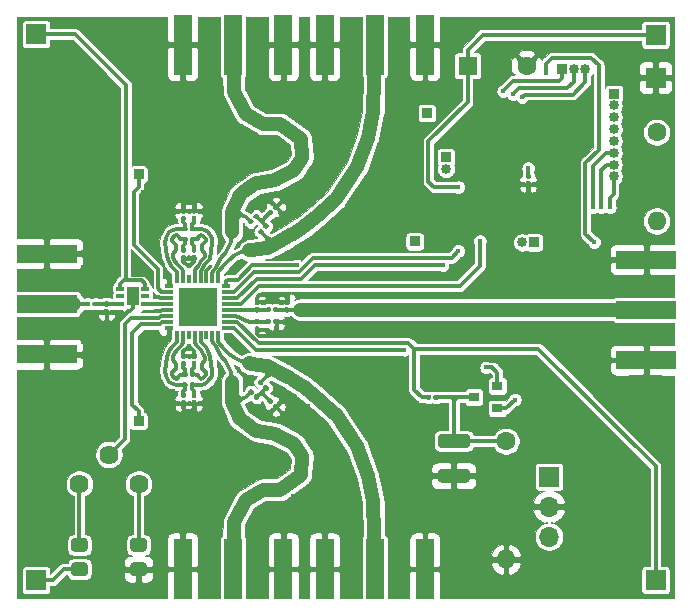
<source format=gbr>
G04 #@! TF.GenerationSoftware,KiCad,Pcbnew,(5.1.8)-1*
G04 #@! TF.CreationDate,2020-12-15T23:42:14+02:00*
G04 #@! TF.ProjectId,qam - demodulator,71616d20-2d20-4646-956d-6f64756c6174,rev?*
G04 #@! TF.SameCoordinates,Original*
G04 #@! TF.FileFunction,Copper,L1,Top*
G04 #@! TF.FilePolarity,Positive*
%FSLAX46Y46*%
G04 Gerber Fmt 4.6, Leading zero omitted, Abs format (unit mm)*
G04 Created by KiCad (PCBNEW (5.1.8)-1) date 2020-12-15 23:42:14*
%MOMM*%
%LPD*%
G01*
G04 APERTURE LIST*
G04 #@! TA.AperFunction,ComponentPad*
%ADD10R,0.850000X0.850000*%
G04 #@! TD*
G04 #@! TA.AperFunction,ComponentPad*
%ADD11R,1.700000X1.700000*%
G04 #@! TD*
G04 #@! TA.AperFunction,ComponentPad*
%ADD12R,1.600000X1.600000*%
G04 #@! TD*
G04 #@! TA.AperFunction,ComponentPad*
%ADD13C,1.600000*%
G04 #@! TD*
G04 #@! TA.AperFunction,ComponentPad*
%ADD14O,1.600000X1.600000*%
G04 #@! TD*
G04 #@! TA.AperFunction,SMDPad,CuDef*
%ADD15R,5.080000X1.500000*%
G04 #@! TD*
G04 #@! TA.AperFunction,ComponentPad*
%ADD16C,1.620000*%
G04 #@! TD*
G04 #@! TA.AperFunction,SMDPad,CuDef*
%ADD17R,0.650000X0.350000*%
G04 #@! TD*
G04 #@! TA.AperFunction,SMDPad,CuDef*
%ADD18R,1.000000X1.600000*%
G04 #@! TD*
G04 #@! TA.AperFunction,SMDPad,CuDef*
%ADD19R,0.800000X0.300000*%
G04 #@! TD*
G04 #@! TA.AperFunction,SMDPad,CuDef*
%ADD20R,0.300000X0.800000*%
G04 #@! TD*
G04 #@! TA.AperFunction,SMDPad,CuDef*
%ADD21R,3.250000X3.250000*%
G04 #@! TD*
G04 #@! TA.AperFunction,SMDPad,CuDef*
%ADD22R,1.500000X5.080000*%
G04 #@! TD*
G04 #@! TA.AperFunction,ComponentPad*
%ADD23O,0.850000X0.850000*%
G04 #@! TD*
G04 #@! TA.AperFunction,SMDPad,CuDef*
%ADD24R,0.900000X0.800000*%
G04 #@! TD*
G04 #@! TA.AperFunction,ComponentPad*
%ADD25O,1.700000X1.700000*%
G04 #@! TD*
G04 #@! TA.AperFunction,ViaPad*
%ADD26C,0.450000*%
G04 #@! TD*
G04 #@! TA.AperFunction,ViaPad*
%ADD27C,0.500000*%
G04 #@! TD*
G04 #@! TA.AperFunction,Conductor*
%ADD28C,0.300000*%
G04 #@! TD*
G04 #@! TA.AperFunction,Conductor*
%ADD29C,1.224000*%
G04 #@! TD*
G04 #@! TA.AperFunction,Conductor*
%ADD30C,0.100000*%
G04 #@! TD*
G04 APERTURE END LIST*
D10*
X180000000Y-114681000D03*
X204410000Y-88600000D03*
D11*
X171323000Y-128143000D03*
X171323000Y-81915000D03*
X223774000Y-128143000D03*
G04 #@! TA.AperFunction,SMDPad,CuDef*
G36*
G01*
X212890000Y-93700000D02*
X213090000Y-93700000D01*
G75*
G02*
X213190000Y-93800000I0J-100000D01*
G01*
X213190000Y-94060000D01*
G75*
G02*
X213090000Y-94160000I-100000J0D01*
G01*
X212890000Y-94160000D01*
G75*
G02*
X212790000Y-94060000I0J100000D01*
G01*
X212790000Y-93800000D01*
G75*
G02*
X212890000Y-93700000I100000J0D01*
G01*
G37*
G04 #@! TD.AperFunction*
G04 #@! TA.AperFunction,SMDPad,CuDef*
G36*
G01*
X212890000Y-94340000D02*
X213090000Y-94340000D01*
G75*
G02*
X213190000Y-94440000I0J-100000D01*
G01*
X213190000Y-94700000D01*
G75*
G02*
X213090000Y-94800000I-100000J0D01*
G01*
X212890000Y-94800000D01*
G75*
G02*
X212790000Y-94700000I0J100000D01*
G01*
X212790000Y-94440000D01*
G75*
G02*
X212890000Y-94340000I100000J0D01*
G01*
G37*
G04 #@! TD.AperFunction*
D12*
X207860000Y-84590000D03*
D13*
X212860000Y-84590000D03*
X211110000Y-116380000D03*
D14*
X211110000Y-126380000D03*
D15*
X223000000Y-109500000D03*
X223000000Y-101000000D03*
X223000000Y-105250000D03*
D11*
X223774000Y-81970000D03*
X223774000Y-85598000D03*
G04 #@! TA.AperFunction,SMDPad,CuDef*
G36*
G01*
X175450001Y-125730000D02*
X174549999Y-125730000D01*
G75*
G02*
X174300000Y-125480001I0J249999D01*
G01*
X174300000Y-124829999D01*
G75*
G02*
X174549999Y-124580000I249999J0D01*
G01*
X175450001Y-124580000D01*
G75*
G02*
X175700000Y-124829999I0J-249999D01*
G01*
X175700000Y-125480001D01*
G75*
G02*
X175450001Y-125730000I-249999J0D01*
G01*
G37*
G04 #@! TD.AperFunction*
G04 #@! TA.AperFunction,SMDPad,CuDef*
G36*
G01*
X175450001Y-127780000D02*
X174549999Y-127780000D01*
G75*
G02*
X174300000Y-127530001I0J249999D01*
G01*
X174300000Y-126879999D01*
G75*
G02*
X174549999Y-126630000I249999J0D01*
G01*
X175450001Y-126630000D01*
G75*
G02*
X175700000Y-126879999I0J-249999D01*
G01*
X175700000Y-127530001D01*
G75*
G02*
X175450001Y-127780000I-249999J0D01*
G01*
G37*
G04 #@! TD.AperFunction*
G04 #@! TA.AperFunction,SMDPad,CuDef*
G36*
G01*
X179549999Y-126630000D02*
X180450001Y-126630000D01*
G75*
G02*
X180700000Y-126879999I0J-249999D01*
G01*
X180700000Y-127530001D01*
G75*
G02*
X180450001Y-127780000I-249999J0D01*
G01*
X179549999Y-127780000D01*
G75*
G02*
X179300000Y-127530001I0J249999D01*
G01*
X179300000Y-126879999D01*
G75*
G02*
X179549999Y-126630000I249999J0D01*
G01*
G37*
G04 #@! TD.AperFunction*
G04 #@! TA.AperFunction,SMDPad,CuDef*
G36*
G01*
X179549999Y-124580000D02*
X180450001Y-124580000D01*
G75*
G02*
X180700000Y-124829999I0J-249999D01*
G01*
X180700000Y-125480001D01*
G75*
G02*
X180450001Y-125730000I-249999J0D01*
G01*
X179549999Y-125730000D01*
G75*
G02*
X179300000Y-125480001I0J249999D01*
G01*
X179300000Y-124829999D01*
G75*
G02*
X179549999Y-124580000I249999J0D01*
G01*
G37*
G04 #@! TD.AperFunction*
D16*
X180000000Y-120000000D03*
X177500000Y-117500000D03*
X175000000Y-120000000D03*
D17*
X178450000Y-103450000D03*
X178450000Y-104100000D03*
X178450000Y-104750000D03*
X180550000Y-104750000D03*
X180550000Y-104100000D03*
X180550000Y-103450000D03*
D18*
X179500000Y-104100000D03*
D19*
X182600000Y-103250000D03*
X182600000Y-103750000D03*
X182600000Y-104250000D03*
X182600000Y-104750000D03*
X182600000Y-105250000D03*
X182600000Y-105750000D03*
X182600000Y-106250000D03*
X182600000Y-106750000D03*
D20*
X183250000Y-107400000D03*
X183750000Y-107400000D03*
X184250000Y-107400000D03*
X184750000Y-107400000D03*
X185250000Y-107400000D03*
X185750000Y-107400000D03*
X186250000Y-107400000D03*
X186750000Y-107400000D03*
D19*
X187400000Y-106750000D03*
X187400000Y-106250000D03*
X187400000Y-105750000D03*
X187400000Y-105250000D03*
X187400000Y-104750000D03*
X187400000Y-104250000D03*
X187400000Y-103750000D03*
X187400000Y-103250000D03*
D20*
X186750000Y-102600000D03*
X186250000Y-102600000D03*
X185750000Y-102600000D03*
X185250000Y-102600000D03*
X184750000Y-102600000D03*
X184250000Y-102600000D03*
X183750000Y-102600000D03*
X183250000Y-102600000D03*
D21*
X185000000Y-105000000D03*
D13*
X223860000Y-90230000D03*
D14*
X223860000Y-97730000D03*
D22*
X192250000Y-82800000D03*
X183750000Y-82800000D03*
X188000000Y-82800000D03*
X188000000Y-127200000D03*
X192250000Y-127200000D03*
X183750000Y-127200000D03*
X204250000Y-82800000D03*
X195750000Y-82800000D03*
X200000000Y-82800000D03*
X200000000Y-127200000D03*
X204250000Y-127200000D03*
X195750000Y-127200000D03*
G04 #@! TA.AperFunction,SMDPad,CuDef*
G36*
G01*
X184800000Y-97110000D02*
X184600000Y-97110000D01*
G75*
G02*
X184500000Y-97010000I0J100000D01*
G01*
X184500000Y-96750000D01*
G75*
G02*
X184600000Y-96650000I100000J0D01*
G01*
X184800000Y-96650000D01*
G75*
G02*
X184900000Y-96750000I0J-100000D01*
G01*
X184900000Y-97010000D01*
G75*
G02*
X184800000Y-97110000I-100000J0D01*
G01*
G37*
G04 #@! TD.AperFunction*
G04 #@! TA.AperFunction,SMDPad,CuDef*
G36*
G01*
X184800000Y-97750000D02*
X184600000Y-97750000D01*
G75*
G02*
X184500000Y-97650000I0J100000D01*
G01*
X184500000Y-97390000D01*
G75*
G02*
X184600000Y-97290000I100000J0D01*
G01*
X184800000Y-97290000D01*
G75*
G02*
X184900000Y-97390000I0J-100000D01*
G01*
X184900000Y-97650000D01*
G75*
G02*
X184800000Y-97750000I-100000J0D01*
G01*
G37*
G04 #@! TD.AperFunction*
G04 #@! TA.AperFunction,SMDPad,CuDef*
G36*
G01*
X183900000Y-97750000D02*
X183700000Y-97750000D01*
G75*
G02*
X183600000Y-97650000I0J100000D01*
G01*
X183600000Y-97390000D01*
G75*
G02*
X183700000Y-97290000I100000J0D01*
G01*
X183900000Y-97290000D01*
G75*
G02*
X184000000Y-97390000I0J-100000D01*
G01*
X184000000Y-97650000D01*
G75*
G02*
X183900000Y-97750000I-100000J0D01*
G01*
G37*
G04 #@! TD.AperFunction*
G04 #@! TA.AperFunction,SMDPad,CuDef*
G36*
G01*
X183900000Y-97110000D02*
X183700000Y-97110000D01*
G75*
G02*
X183600000Y-97010000I0J100000D01*
G01*
X183600000Y-96750000D01*
G75*
G02*
X183700000Y-96650000I100000J0D01*
G01*
X183900000Y-96650000D01*
G75*
G02*
X184000000Y-96750000I0J-100000D01*
G01*
X184000000Y-97010000D01*
G75*
G02*
X183900000Y-97110000I-100000J0D01*
G01*
G37*
G04 #@! TD.AperFunction*
G04 #@! TA.AperFunction,SMDPad,CuDef*
G36*
G01*
X183700000Y-112890000D02*
X183900000Y-112890000D01*
G75*
G02*
X184000000Y-112990000I0J-100000D01*
G01*
X184000000Y-113250000D01*
G75*
G02*
X183900000Y-113350000I-100000J0D01*
G01*
X183700000Y-113350000D01*
G75*
G02*
X183600000Y-113250000I0J100000D01*
G01*
X183600000Y-112990000D01*
G75*
G02*
X183700000Y-112890000I100000J0D01*
G01*
G37*
G04 #@! TD.AperFunction*
G04 #@! TA.AperFunction,SMDPad,CuDef*
G36*
G01*
X183700000Y-112250000D02*
X183900000Y-112250000D01*
G75*
G02*
X184000000Y-112350000I0J-100000D01*
G01*
X184000000Y-112610000D01*
G75*
G02*
X183900000Y-112710000I-100000J0D01*
G01*
X183700000Y-112710000D01*
G75*
G02*
X183600000Y-112610000I0J100000D01*
G01*
X183600000Y-112350000D01*
G75*
G02*
X183700000Y-112250000I100000J0D01*
G01*
G37*
G04 #@! TD.AperFunction*
G04 #@! TA.AperFunction,SMDPad,CuDef*
G36*
G01*
X184600000Y-112250000D02*
X184800000Y-112250000D01*
G75*
G02*
X184900000Y-112350000I0J-100000D01*
G01*
X184900000Y-112610000D01*
G75*
G02*
X184800000Y-112710000I-100000J0D01*
G01*
X184600000Y-112710000D01*
G75*
G02*
X184500000Y-112610000I0J100000D01*
G01*
X184500000Y-112350000D01*
G75*
G02*
X184600000Y-112250000I100000J0D01*
G01*
G37*
G04 #@! TD.AperFunction*
G04 #@! TA.AperFunction,SMDPad,CuDef*
G36*
G01*
X184600000Y-112890000D02*
X184800000Y-112890000D01*
G75*
G02*
X184900000Y-112990000I0J-100000D01*
G01*
X184900000Y-113250000D01*
G75*
G02*
X184800000Y-113350000I-100000J0D01*
G01*
X184600000Y-113350000D01*
G75*
G02*
X184500000Y-113250000I0J100000D01*
G01*
X184500000Y-112990000D01*
G75*
G02*
X184600000Y-112890000I100000J0D01*
G01*
G37*
G04 #@! TD.AperFunction*
G04 #@! TA.AperFunction,SMDPad,CuDef*
G36*
G01*
X184800000Y-100410000D02*
X184600000Y-100410000D01*
G75*
G02*
X184500000Y-100310000I0J100000D01*
G01*
X184500000Y-100050000D01*
G75*
G02*
X184600000Y-99950000I100000J0D01*
G01*
X184800000Y-99950000D01*
G75*
G02*
X184900000Y-100050000I0J-100000D01*
G01*
X184900000Y-100310000D01*
G75*
G02*
X184800000Y-100410000I-100000J0D01*
G01*
G37*
G04 #@! TD.AperFunction*
G04 #@! TA.AperFunction,SMDPad,CuDef*
G36*
G01*
X184800000Y-101050000D02*
X184600000Y-101050000D01*
G75*
G02*
X184500000Y-100950000I0J100000D01*
G01*
X184500000Y-100690000D01*
G75*
G02*
X184600000Y-100590000I100000J0D01*
G01*
X184800000Y-100590000D01*
G75*
G02*
X184900000Y-100690000I0J-100000D01*
G01*
X184900000Y-100950000D01*
G75*
G02*
X184800000Y-101050000I-100000J0D01*
G01*
G37*
G04 #@! TD.AperFunction*
G04 #@! TA.AperFunction,SMDPad,CuDef*
G36*
G01*
X183900000Y-101050000D02*
X183700000Y-101050000D01*
G75*
G02*
X183600000Y-100950000I0J100000D01*
G01*
X183600000Y-100690000D01*
G75*
G02*
X183700000Y-100590000I100000J0D01*
G01*
X183900000Y-100590000D01*
G75*
G02*
X184000000Y-100690000I0J-100000D01*
G01*
X184000000Y-100950000D01*
G75*
G02*
X183900000Y-101050000I-100000J0D01*
G01*
G37*
G04 #@! TD.AperFunction*
G04 #@! TA.AperFunction,SMDPad,CuDef*
G36*
G01*
X183900000Y-100410000D02*
X183700000Y-100410000D01*
G75*
G02*
X183600000Y-100310000I0J100000D01*
G01*
X183600000Y-100050000D01*
G75*
G02*
X183700000Y-99950000I100000J0D01*
G01*
X183900000Y-99950000D01*
G75*
G02*
X184000000Y-100050000I0J-100000D01*
G01*
X184000000Y-100310000D01*
G75*
G02*
X183900000Y-100410000I-100000J0D01*
G01*
G37*
G04 #@! TD.AperFunction*
G04 #@! TA.AperFunction,SMDPad,CuDef*
G36*
G01*
X183700000Y-109590000D02*
X183900000Y-109590000D01*
G75*
G02*
X184000000Y-109690000I0J-100000D01*
G01*
X184000000Y-109950000D01*
G75*
G02*
X183900000Y-110050000I-100000J0D01*
G01*
X183700000Y-110050000D01*
G75*
G02*
X183600000Y-109950000I0J100000D01*
G01*
X183600000Y-109690000D01*
G75*
G02*
X183700000Y-109590000I100000J0D01*
G01*
G37*
G04 #@! TD.AperFunction*
G04 #@! TA.AperFunction,SMDPad,CuDef*
G36*
G01*
X183700000Y-108950000D02*
X183900000Y-108950000D01*
G75*
G02*
X184000000Y-109050000I0J-100000D01*
G01*
X184000000Y-109310000D01*
G75*
G02*
X183900000Y-109410000I-100000J0D01*
G01*
X183700000Y-109410000D01*
G75*
G02*
X183600000Y-109310000I0J100000D01*
G01*
X183600000Y-109050000D01*
G75*
G02*
X183700000Y-108950000I100000J0D01*
G01*
G37*
G04 #@! TD.AperFunction*
G04 #@! TA.AperFunction,SMDPad,CuDef*
G36*
G01*
X184600000Y-108950000D02*
X184800000Y-108950000D01*
G75*
G02*
X184900000Y-109050000I0J-100000D01*
G01*
X184900000Y-109310000D01*
G75*
G02*
X184800000Y-109410000I-100000J0D01*
G01*
X184600000Y-109410000D01*
G75*
G02*
X184500000Y-109310000I0J100000D01*
G01*
X184500000Y-109050000D01*
G75*
G02*
X184600000Y-108950000I100000J0D01*
G01*
G37*
G04 #@! TD.AperFunction*
G04 #@! TA.AperFunction,SMDPad,CuDef*
G36*
G01*
X184600000Y-109590000D02*
X184800000Y-109590000D01*
G75*
G02*
X184900000Y-109690000I0J-100000D01*
G01*
X184900000Y-109950000D01*
G75*
G02*
X184800000Y-110050000I-100000J0D01*
G01*
X184600000Y-110050000D01*
G75*
G02*
X184500000Y-109950000I0J100000D01*
G01*
X184500000Y-109690000D01*
G75*
G02*
X184600000Y-109590000I100000J0D01*
G01*
G37*
G04 #@! TD.AperFunction*
G04 #@! TA.AperFunction,SMDPad,CuDef*
G36*
G01*
X190130000Y-105480000D02*
X189930000Y-105480000D01*
G75*
G02*
X189830000Y-105380000I0J100000D01*
G01*
X189830000Y-105120000D01*
G75*
G02*
X189930000Y-105020000I100000J0D01*
G01*
X190130000Y-105020000D01*
G75*
G02*
X190230000Y-105120000I0J-100000D01*
G01*
X190230000Y-105380000D01*
G75*
G02*
X190130000Y-105480000I-100000J0D01*
G01*
G37*
G04 #@! TD.AperFunction*
G04 #@! TA.AperFunction,SMDPad,CuDef*
G36*
G01*
X190130000Y-104840000D02*
X189930000Y-104840000D01*
G75*
G02*
X189830000Y-104740000I0J100000D01*
G01*
X189830000Y-104480000D01*
G75*
G02*
X189930000Y-104380000I100000J0D01*
G01*
X190130000Y-104380000D01*
G75*
G02*
X190230000Y-104480000I0J-100000D01*
G01*
X190230000Y-104740000D01*
G75*
G02*
X190130000Y-104840000I-100000J0D01*
G01*
G37*
G04 #@! TD.AperFunction*
G04 #@! TA.AperFunction,SMDPad,CuDef*
G36*
G01*
X189930000Y-106660000D02*
X190130000Y-106660000D01*
G75*
G02*
X190230000Y-106760000I0J-100000D01*
G01*
X190230000Y-107020000D01*
G75*
G02*
X190130000Y-107120000I-100000J0D01*
G01*
X189930000Y-107120000D01*
G75*
G02*
X189830000Y-107020000I0J100000D01*
G01*
X189830000Y-106760000D01*
G75*
G02*
X189930000Y-106660000I100000J0D01*
G01*
G37*
G04 #@! TD.AperFunction*
G04 #@! TA.AperFunction,SMDPad,CuDef*
G36*
G01*
X189930000Y-106020000D02*
X190130000Y-106020000D01*
G75*
G02*
X190230000Y-106120000I0J-100000D01*
G01*
X190230000Y-106380000D01*
G75*
G02*
X190130000Y-106480000I-100000J0D01*
G01*
X189930000Y-106480000D01*
G75*
G02*
X189830000Y-106380000I0J100000D01*
G01*
X189830000Y-106120000D01*
G75*
G02*
X189930000Y-106020000I100000J0D01*
G01*
G37*
G04 #@! TD.AperFunction*
G04 #@! TA.AperFunction,SMDPad,CuDef*
G36*
G01*
X191850000Y-106150000D02*
X191850000Y-106350000D01*
G75*
G02*
X191750000Y-106450000I-100000J0D01*
G01*
X191490000Y-106450000D01*
G75*
G02*
X191390000Y-106350000I0J100000D01*
G01*
X191390000Y-106150000D01*
G75*
G02*
X191490000Y-106050000I100000J0D01*
G01*
X191750000Y-106050000D01*
G75*
G02*
X191850000Y-106150000I0J-100000D01*
G01*
G37*
G04 #@! TD.AperFunction*
G04 #@! TA.AperFunction,SMDPad,CuDef*
G36*
G01*
X191210000Y-106150000D02*
X191210000Y-106350000D01*
G75*
G02*
X191110000Y-106450000I-100000J0D01*
G01*
X190850000Y-106450000D01*
G75*
G02*
X190750000Y-106350000I0J100000D01*
G01*
X190750000Y-106150000D01*
G75*
G02*
X190850000Y-106050000I100000J0D01*
G01*
X191110000Y-106050000D01*
G75*
G02*
X191210000Y-106150000I0J-100000D01*
G01*
G37*
G04 #@! TD.AperFunction*
G04 #@! TA.AperFunction,SMDPad,CuDef*
G36*
G01*
X192660000Y-105480000D02*
X192460000Y-105480000D01*
G75*
G02*
X192360000Y-105380000I0J100000D01*
G01*
X192360000Y-105120000D01*
G75*
G02*
X192460000Y-105020000I100000J0D01*
G01*
X192660000Y-105020000D01*
G75*
G02*
X192760000Y-105120000I0J-100000D01*
G01*
X192760000Y-105380000D01*
G75*
G02*
X192660000Y-105480000I-100000J0D01*
G01*
G37*
G04 #@! TD.AperFunction*
G04 #@! TA.AperFunction,SMDPad,CuDef*
G36*
G01*
X192660000Y-104840000D02*
X192460000Y-104840000D01*
G75*
G02*
X192360000Y-104740000I0J100000D01*
G01*
X192360000Y-104480000D01*
G75*
G02*
X192460000Y-104380000I100000J0D01*
G01*
X192660000Y-104380000D01*
G75*
G02*
X192760000Y-104480000I0J-100000D01*
G01*
X192760000Y-104740000D01*
G75*
G02*
X192660000Y-104840000I-100000J0D01*
G01*
G37*
G04 #@! TD.AperFunction*
G04 #@! TA.AperFunction,SMDPad,CuDef*
G36*
G01*
X184160000Y-98300000D02*
X184160000Y-98500000D01*
G75*
G02*
X184060000Y-98600000I-100000J0D01*
G01*
X183800000Y-98600000D01*
G75*
G02*
X183700000Y-98500000I0J100000D01*
G01*
X183700000Y-98300000D01*
G75*
G02*
X183800000Y-98200000I100000J0D01*
G01*
X184060000Y-98200000D01*
G75*
G02*
X184160000Y-98300000I0J-100000D01*
G01*
G37*
G04 #@! TD.AperFunction*
G04 #@! TA.AperFunction,SMDPad,CuDef*
G36*
G01*
X184800000Y-98300000D02*
X184800000Y-98500000D01*
G75*
G02*
X184700000Y-98600000I-100000J0D01*
G01*
X184440000Y-98600000D01*
G75*
G02*
X184340000Y-98500000I0J100000D01*
G01*
X184340000Y-98300000D01*
G75*
G02*
X184440000Y-98200000I100000J0D01*
G01*
X184700000Y-98200000D01*
G75*
G02*
X184800000Y-98300000I0J-100000D01*
G01*
G37*
G04 #@! TD.AperFunction*
G04 #@! TA.AperFunction,SMDPad,CuDef*
G36*
G01*
X184340000Y-111700000D02*
X184340000Y-111500000D01*
G75*
G02*
X184440000Y-111400000I100000J0D01*
G01*
X184700000Y-111400000D01*
G75*
G02*
X184800000Y-111500000I0J-100000D01*
G01*
X184800000Y-111700000D01*
G75*
G02*
X184700000Y-111800000I-100000J0D01*
G01*
X184440000Y-111800000D01*
G75*
G02*
X184340000Y-111700000I0J100000D01*
G01*
G37*
G04 #@! TD.AperFunction*
G04 #@! TA.AperFunction,SMDPad,CuDef*
G36*
G01*
X183700000Y-111700000D02*
X183700000Y-111500000D01*
G75*
G02*
X183800000Y-111400000I100000J0D01*
G01*
X184060000Y-111400000D01*
G75*
G02*
X184160000Y-111500000I0J-100000D01*
G01*
X184160000Y-111700000D01*
G75*
G02*
X184060000Y-111800000I-100000J0D01*
G01*
X183800000Y-111800000D01*
G75*
G02*
X183700000Y-111700000I0J100000D01*
G01*
G37*
G04 #@! TD.AperFunction*
G04 #@! TA.AperFunction,SMDPad,CuDef*
G36*
G01*
X184800000Y-99200000D02*
X184800000Y-99400000D01*
G75*
G02*
X184700000Y-99500000I-100000J0D01*
G01*
X184440000Y-99500000D01*
G75*
G02*
X184340000Y-99400000I0J100000D01*
G01*
X184340000Y-99200000D01*
G75*
G02*
X184440000Y-99100000I100000J0D01*
G01*
X184700000Y-99100000D01*
G75*
G02*
X184800000Y-99200000I0J-100000D01*
G01*
G37*
G04 #@! TD.AperFunction*
G04 #@! TA.AperFunction,SMDPad,CuDef*
G36*
G01*
X184160000Y-99200000D02*
X184160000Y-99400000D01*
G75*
G02*
X184060000Y-99500000I-100000J0D01*
G01*
X183800000Y-99500000D01*
G75*
G02*
X183700000Y-99400000I0J100000D01*
G01*
X183700000Y-99200000D01*
G75*
G02*
X183800000Y-99100000I100000J0D01*
G01*
X184060000Y-99100000D01*
G75*
G02*
X184160000Y-99200000I0J-100000D01*
G01*
G37*
G04 #@! TD.AperFunction*
G04 #@! TA.AperFunction,SMDPad,CuDef*
G36*
G01*
X183700000Y-110800000D02*
X183700000Y-110600000D01*
G75*
G02*
X183800000Y-110500000I100000J0D01*
G01*
X184060000Y-110500000D01*
G75*
G02*
X184160000Y-110600000I0J-100000D01*
G01*
X184160000Y-110800000D01*
G75*
G02*
X184060000Y-110900000I-100000J0D01*
G01*
X183800000Y-110900000D01*
G75*
G02*
X183700000Y-110800000I0J100000D01*
G01*
G37*
G04 #@! TD.AperFunction*
G04 #@! TA.AperFunction,SMDPad,CuDef*
G36*
G01*
X184340000Y-110800000D02*
X184340000Y-110600000D01*
G75*
G02*
X184440000Y-110500000I100000J0D01*
G01*
X184700000Y-110500000D01*
G75*
G02*
X184800000Y-110600000I0J-100000D01*
G01*
X184800000Y-110800000D01*
G75*
G02*
X184700000Y-110900000I-100000J0D01*
G01*
X184440000Y-110900000D01*
G75*
G02*
X184340000Y-110800000I0J100000D01*
G01*
G37*
G04 #@! TD.AperFunction*
G04 #@! TA.AperFunction,SMDPad,CuDef*
G36*
G01*
X189770472Y-112286050D02*
X189629050Y-112427472D01*
G75*
G02*
X189487628Y-112427472I-70711J70711D01*
G01*
X189303780Y-112243624D01*
G75*
G02*
X189303780Y-112102202I70711J70711D01*
G01*
X189445202Y-111960780D01*
G75*
G02*
X189586624Y-111960780I70711J-70711D01*
G01*
X189770472Y-112144628D01*
G75*
G02*
X189770472Y-112286050I-70711J-70711D01*
G01*
G37*
G04 #@! TD.AperFunction*
G04 #@! TA.AperFunction,SMDPad,CuDef*
G36*
G01*
X190223020Y-112738598D02*
X190081598Y-112880020D01*
G75*
G02*
X189940176Y-112880020I-70711J70711D01*
G01*
X189756328Y-112696172D01*
G75*
G02*
X189756328Y-112554750I70711J70711D01*
G01*
X189897750Y-112413328D01*
G75*
G02*
X190039172Y-112413328I70711J-70711D01*
G01*
X190223020Y-112597176D01*
G75*
G02*
X190223020Y-112738598I-70711J-70711D01*
G01*
G37*
G04 #@! TD.AperFunction*
G04 #@! TA.AperFunction,SMDPad,CuDef*
G36*
G01*
X191370672Y-113073450D02*
X191229250Y-113214872D01*
G75*
G02*
X191087828Y-113214872I-70711J70711D01*
G01*
X190903980Y-113031024D01*
G75*
G02*
X190903980Y-112889602I70711J70711D01*
G01*
X191045402Y-112748180D01*
G75*
G02*
X191186824Y-112748180I70711J-70711D01*
G01*
X191370672Y-112932028D01*
G75*
G02*
X191370672Y-113073450I-70711J-70711D01*
G01*
G37*
G04 #@! TD.AperFunction*
G04 #@! TA.AperFunction,SMDPad,CuDef*
G36*
G01*
X191823220Y-113525998D02*
X191681798Y-113667420D01*
G75*
G02*
X191540376Y-113667420I-70711J70711D01*
G01*
X191356528Y-113483572D01*
G75*
G02*
X191356528Y-113342150I70711J70711D01*
G01*
X191497950Y-113200728D01*
G75*
G02*
X191639372Y-113200728I70711J-70711D01*
G01*
X191823220Y-113384576D01*
G75*
G02*
X191823220Y-113525998I-70711J-70711D01*
G01*
G37*
G04 #@! TD.AperFunction*
G04 #@! TA.AperFunction,SMDPad,CuDef*
G36*
G01*
X191010420Y-111951198D02*
X190868998Y-112092620D01*
G75*
G02*
X190727576Y-112092620I-70711J70711D01*
G01*
X190543728Y-111908772D01*
G75*
G02*
X190543728Y-111767350I70711J70711D01*
G01*
X190685150Y-111625928D01*
G75*
G02*
X190826572Y-111625928I70711J-70711D01*
G01*
X191010420Y-111809776D01*
G75*
G02*
X191010420Y-111951198I-70711J-70711D01*
G01*
G37*
G04 #@! TD.AperFunction*
G04 #@! TA.AperFunction,SMDPad,CuDef*
G36*
G01*
X190557872Y-111498650D02*
X190416450Y-111640072D01*
G75*
G02*
X190275028Y-111640072I-70711J70711D01*
G01*
X190091180Y-111456224D01*
G75*
G02*
X190091180Y-111314802I70711J70711D01*
G01*
X190232602Y-111173380D01*
G75*
G02*
X190374024Y-111173380I70711J-70711D01*
G01*
X190557872Y-111357228D01*
G75*
G02*
X190557872Y-111498650I-70711J-70711D01*
G01*
G37*
G04 #@! TD.AperFunction*
G04 #@! TA.AperFunction,SMDPad,CuDef*
G36*
G01*
X191210000Y-105150000D02*
X191210000Y-105350000D01*
G75*
G02*
X191110000Y-105450000I-100000J0D01*
G01*
X190850000Y-105450000D01*
G75*
G02*
X190750000Y-105350000I0J100000D01*
G01*
X190750000Y-105150000D01*
G75*
G02*
X190850000Y-105050000I100000J0D01*
G01*
X191110000Y-105050000D01*
G75*
G02*
X191210000Y-105150000I0J-100000D01*
G01*
G37*
G04 #@! TD.AperFunction*
G04 #@! TA.AperFunction,SMDPad,CuDef*
G36*
G01*
X191850000Y-105150000D02*
X191850000Y-105350000D01*
G75*
G02*
X191750000Y-105450000I-100000J0D01*
G01*
X191490000Y-105450000D01*
G75*
G02*
X191390000Y-105350000I0J100000D01*
G01*
X191390000Y-105150000D01*
G75*
G02*
X191490000Y-105050000I100000J0D01*
G01*
X191750000Y-105050000D01*
G75*
G02*
X191850000Y-105150000I0J-100000D01*
G01*
G37*
G04 #@! TD.AperFunction*
G04 #@! TA.AperFunction,SMDPad,CuDef*
G36*
G01*
X189603650Y-97554328D02*
X189745072Y-97695750D01*
G75*
G02*
X189745072Y-97837172I-70711J-70711D01*
G01*
X189561224Y-98021020D01*
G75*
G02*
X189419802Y-98021020I-70711J70711D01*
G01*
X189278380Y-97879598D01*
G75*
G02*
X189278380Y-97738176I70711J70711D01*
G01*
X189462228Y-97554328D01*
G75*
G02*
X189603650Y-97554328I70711J-70711D01*
G01*
G37*
G04 #@! TD.AperFunction*
G04 #@! TA.AperFunction,SMDPad,CuDef*
G36*
G01*
X190056198Y-97101780D02*
X190197620Y-97243202D01*
G75*
G02*
X190197620Y-97384624I-70711J-70711D01*
G01*
X190013772Y-97568472D01*
G75*
G02*
X189872350Y-97568472I-70711J70711D01*
G01*
X189730928Y-97427050D01*
G75*
G02*
X189730928Y-97285628I70711J70711D01*
G01*
X189914776Y-97101780D01*
G75*
G02*
X190056198Y-97101780I70711J-70711D01*
G01*
G37*
G04 #@! TD.AperFunction*
G04 #@! TA.AperFunction,SMDPad,CuDef*
G36*
G01*
X191254650Y-96766928D02*
X191396072Y-96908350D01*
G75*
G02*
X191396072Y-97049772I-70711J-70711D01*
G01*
X191212224Y-97233620D01*
G75*
G02*
X191070802Y-97233620I-70711J70711D01*
G01*
X190929380Y-97092198D01*
G75*
G02*
X190929380Y-96950776I70711J70711D01*
G01*
X191113228Y-96766928D01*
G75*
G02*
X191254650Y-96766928I70711J-70711D01*
G01*
G37*
G04 #@! TD.AperFunction*
G04 #@! TA.AperFunction,SMDPad,CuDef*
G36*
G01*
X191707198Y-96314380D02*
X191848620Y-96455802D01*
G75*
G02*
X191848620Y-96597224I-70711J-70711D01*
G01*
X191664772Y-96781072D01*
G75*
G02*
X191523350Y-96781072I-70711J70711D01*
G01*
X191381928Y-96639650D01*
G75*
G02*
X191381928Y-96498228I70711J70711D01*
G01*
X191565776Y-96314380D01*
G75*
G02*
X191707198Y-96314380I70711J-70711D01*
G01*
G37*
G04 #@! TD.AperFunction*
G04 #@! TA.AperFunction,SMDPad,CuDef*
G36*
G01*
X190894398Y-97939980D02*
X191035820Y-98081402D01*
G75*
G02*
X191035820Y-98222824I-70711J-70711D01*
G01*
X190851972Y-98406672D01*
G75*
G02*
X190710550Y-98406672I-70711J70711D01*
G01*
X190569128Y-98265250D01*
G75*
G02*
X190569128Y-98123828I70711J70711D01*
G01*
X190752976Y-97939980D01*
G75*
G02*
X190894398Y-97939980I70711J-70711D01*
G01*
G37*
G04 #@! TD.AperFunction*
G04 #@! TA.AperFunction,SMDPad,CuDef*
G36*
G01*
X190441850Y-98392528D02*
X190583272Y-98533950D01*
G75*
G02*
X190583272Y-98675372I-70711J-70711D01*
G01*
X190399424Y-98859220D01*
G75*
G02*
X190258002Y-98859220I-70711J70711D01*
G01*
X190116580Y-98717798D01*
G75*
G02*
X190116580Y-98576376I70711J70711D01*
G01*
X190300428Y-98392528D01*
G75*
G02*
X190441850Y-98392528I70711J-70711D01*
G01*
G37*
G04 #@! TD.AperFunction*
D10*
X215830000Y-84870000D03*
D23*
X216830000Y-84870000D03*
X217830000Y-84870000D03*
D10*
X213470000Y-99540000D03*
D23*
X212470000Y-99540000D03*
D10*
X206030000Y-92330000D03*
D23*
X206030000Y-93330000D03*
G04 #@! TA.AperFunction,SMDPad,CuDef*
G36*
G01*
X176560000Y-104650000D02*
X176560000Y-104850000D01*
G75*
G02*
X176460000Y-104950000I-100000J0D01*
G01*
X176200000Y-104950000D01*
G75*
G02*
X176100000Y-104850000I0J100000D01*
G01*
X176100000Y-104650000D01*
G75*
G02*
X176200000Y-104550000I100000J0D01*
G01*
X176460000Y-104550000D01*
G75*
G02*
X176560000Y-104650000I0J-100000D01*
G01*
G37*
G04 #@! TD.AperFunction*
G04 #@! TA.AperFunction,SMDPad,CuDef*
G36*
G01*
X175920000Y-104650000D02*
X175920000Y-104850000D01*
G75*
G02*
X175820000Y-104950000I-100000J0D01*
G01*
X175560000Y-104950000D01*
G75*
G02*
X175460000Y-104850000I0J100000D01*
G01*
X175460000Y-104650000D01*
G75*
G02*
X175560000Y-104550000I100000J0D01*
G01*
X175820000Y-104550000D01*
G75*
G02*
X175920000Y-104650000I0J-100000D01*
G01*
G37*
G04 #@! TD.AperFunction*
G04 #@! TA.AperFunction,SMDPad,CuDef*
G36*
G01*
X177180000Y-105160000D02*
X177380000Y-105160000D01*
G75*
G02*
X177480000Y-105260000I0J-100000D01*
G01*
X177480000Y-105520000D01*
G75*
G02*
X177380000Y-105620000I-100000J0D01*
G01*
X177180000Y-105620000D01*
G75*
G02*
X177080000Y-105520000I0J100000D01*
G01*
X177080000Y-105260000D01*
G75*
G02*
X177180000Y-105160000I100000J0D01*
G01*
G37*
G04 #@! TD.AperFunction*
G04 #@! TA.AperFunction,SMDPad,CuDef*
G36*
G01*
X177180000Y-104520000D02*
X177380000Y-104520000D01*
G75*
G02*
X177480000Y-104620000I0J-100000D01*
G01*
X177480000Y-104880000D01*
G75*
G02*
X177380000Y-104980000I-100000J0D01*
G01*
X177180000Y-104980000D01*
G75*
G02*
X177080000Y-104880000I0J100000D01*
G01*
X177080000Y-104620000D01*
G75*
G02*
X177180000Y-104520000I100000J0D01*
G01*
G37*
G04 #@! TD.AperFunction*
D15*
X172210000Y-100500000D03*
X172210000Y-109000000D03*
X172210000Y-104750000D03*
G04 #@! TA.AperFunction,SMDPad,CuDef*
G36*
G01*
X205599999Y-115780000D02*
X207800001Y-115780000D01*
G75*
G02*
X208050000Y-116029999I0J-249999D01*
G01*
X208050000Y-116680001D01*
G75*
G02*
X207800001Y-116930000I-249999J0D01*
G01*
X205599999Y-116930000D01*
G75*
G02*
X205350000Y-116680001I0J249999D01*
G01*
X205350000Y-116029999D01*
G75*
G02*
X205599999Y-115780000I249999J0D01*
G01*
G37*
G04 #@! TD.AperFunction*
G04 #@! TA.AperFunction,SMDPad,CuDef*
G36*
G01*
X205599999Y-118730000D02*
X207800001Y-118730000D01*
G75*
G02*
X208050000Y-118979999I0J-249999D01*
G01*
X208050000Y-119630001D01*
G75*
G02*
X207800001Y-119880000I-249999J0D01*
G01*
X205599999Y-119880000D01*
G75*
G02*
X205350000Y-119630001I0J249999D01*
G01*
X205350000Y-118979999D01*
G75*
G02*
X205599999Y-118730000I249999J0D01*
G01*
G37*
G04 #@! TD.AperFunction*
D24*
X210390000Y-113600000D03*
X210390000Y-111700000D03*
X208390000Y-112650000D03*
G04 #@! TA.AperFunction,SMDPad,CuDef*
G36*
G01*
X204320000Y-112750000D02*
X204320000Y-112550000D01*
G75*
G02*
X204420000Y-112450000I100000J0D01*
G01*
X204680000Y-112450000D01*
G75*
G02*
X204780000Y-112550000I0J-100000D01*
G01*
X204780000Y-112750000D01*
G75*
G02*
X204680000Y-112850000I-100000J0D01*
G01*
X204420000Y-112850000D01*
G75*
G02*
X204320000Y-112750000I0J100000D01*
G01*
G37*
G04 #@! TD.AperFunction*
G04 #@! TA.AperFunction,SMDPad,CuDef*
G36*
G01*
X204960000Y-112750000D02*
X204960000Y-112550000D01*
G75*
G02*
X205060000Y-112450000I100000J0D01*
G01*
X205320000Y-112450000D01*
G75*
G02*
X205420000Y-112550000I0J-100000D01*
G01*
X205420000Y-112750000D01*
G75*
G02*
X205320000Y-112850000I-100000J0D01*
G01*
X205060000Y-112850000D01*
G75*
G02*
X204960000Y-112750000I0J100000D01*
G01*
G37*
G04 #@! TD.AperFunction*
D11*
X214757000Y-119380000D03*
D25*
X214757000Y-121920000D03*
X214757000Y-124460000D03*
D10*
X220230000Y-86950000D03*
D23*
X220230000Y-87950000D03*
X220230000Y-88950000D03*
X220230000Y-89950000D03*
X220230000Y-90950000D03*
X220230000Y-91950000D03*
X220230000Y-92950000D03*
X220230000Y-93950000D03*
D10*
X180000000Y-93789500D03*
G04 #@! TA.AperFunction,SMDPad,CuDef*
G36*
G01*
X185840814Y-101620186D02*
X185969372Y-101466978D01*
G75*
G02*
X186180697Y-101448489I114907J-96418D01*
G01*
X186180697Y-101448489D01*
G75*
G02*
X186199186Y-101659814I-96418J-114907D01*
G01*
X186070628Y-101813022D01*
G75*
G02*
X185859303Y-101831511I-114907J96418D01*
G01*
X185859303Y-101831511D01*
G75*
G02*
X185840814Y-101620186I96418J114907D01*
G01*
G37*
G04 #@! TD.AperFunction*
X203380000Y-99460000D03*
D26*
X188861700Y-108712000D03*
X187998100Y-107988100D03*
X187998100Y-102006400D03*
X188798200Y-101219000D03*
X186650000Y-111531000D03*
X186840000Y-109971000D03*
X186910000Y-110761000D03*
X186055000Y-112141000D03*
X192151000Y-96012000D03*
X186055000Y-97790000D03*
X186840000Y-99960000D03*
X186650000Y-98400000D03*
X186910000Y-99170000D03*
X193040000Y-95250000D03*
X193040000Y-100330000D03*
X192151000Y-100711000D03*
X193929000Y-99822000D03*
X194818000Y-99314000D03*
X195707000Y-98679000D03*
X196469000Y-97790000D03*
X197358000Y-96901000D03*
X198120000Y-96012000D03*
X198755000Y-95123000D03*
X199263000Y-94234000D03*
X199771000Y-93218000D03*
X200152000Y-92202000D03*
X200533000Y-91186000D03*
X200787000Y-90170000D03*
X201041000Y-89154000D03*
X201168000Y-86868000D03*
X201168000Y-123063000D03*
X199263000Y-115697000D03*
X200533000Y-118745000D03*
X201041000Y-120777000D03*
X198120000Y-113919000D03*
X198755000Y-114808000D03*
X196469000Y-112141000D03*
X194818000Y-110617000D03*
X195707000Y-111252000D03*
X200787000Y-119761000D03*
X200152000Y-117729000D03*
X201168000Y-121920000D03*
X193929000Y-110109000D03*
X199771000Y-116713000D03*
X193040000Y-109601000D03*
X197358000Y-113030000D03*
X192151000Y-109347000D03*
X207010000Y-102362000D03*
X205740000Y-102362000D03*
X204470000Y-102362000D03*
X203200000Y-102362000D03*
X201930000Y-102362000D03*
X200660000Y-102362000D03*
X198120000Y-102362000D03*
X196850000Y-102362000D03*
X195580000Y-102362000D03*
X209550000Y-102362000D03*
X209550000Y-100584000D03*
X211455000Y-102362000D03*
X212725000Y-102362000D03*
X213995000Y-102362000D03*
X215265000Y-102362000D03*
X216535000Y-102362000D03*
X217805000Y-102362000D03*
X217805000Y-104013000D03*
X216535000Y-104013000D03*
X215265000Y-104013000D03*
X213995000Y-104013000D03*
X212725000Y-104013000D03*
X211455000Y-104013000D03*
X198120000Y-86360000D03*
X196850000Y-86360000D03*
X195580000Y-86360000D03*
X194310000Y-86360000D03*
X193040000Y-86360000D03*
X191770000Y-86360000D03*
X190500000Y-86360000D03*
X189230000Y-86360000D03*
X190500000Y-87630000D03*
X191770000Y-87630000D03*
X193040000Y-87630000D03*
X194310000Y-87630000D03*
X195580000Y-87630000D03*
X196850000Y-87630000D03*
X198120000Y-87630000D03*
X198120000Y-88900000D03*
X196850000Y-88900000D03*
X195580000Y-88900000D03*
X194310000Y-88900000D03*
X193040000Y-88900000D03*
X195580000Y-90170000D03*
X196850000Y-90170000D03*
X198120000Y-90170000D03*
X196850000Y-91440000D03*
X195580000Y-91440000D03*
X195580000Y-92710000D03*
X196850000Y-92710000D03*
X195580000Y-93980000D03*
X194310000Y-93980000D03*
X195580000Y-95250000D03*
X194310000Y-95250000D03*
X195580000Y-117221000D03*
X195580000Y-115951000D03*
X196850000Y-118491000D03*
X196850000Y-121031000D03*
X195580000Y-118491000D03*
X198120000Y-123571000D03*
X193040000Y-122301000D03*
X191770000Y-122301000D03*
X194310000Y-122301000D03*
X198120000Y-121031000D03*
X196850000Y-119761000D03*
X196850000Y-117221000D03*
X190500000Y-122301000D03*
X195580000Y-122301000D03*
X195580000Y-123571000D03*
X194310000Y-123571000D03*
X190500000Y-123571000D03*
X198120000Y-122301000D03*
X196850000Y-123571000D03*
X195580000Y-121031000D03*
X193040000Y-121031000D03*
X196850000Y-122301000D03*
X194310000Y-121031000D03*
X198120000Y-119761000D03*
X195580000Y-119761000D03*
X193040000Y-123571000D03*
X191770000Y-123571000D03*
X194310000Y-115951000D03*
X189230000Y-123571000D03*
X194310000Y-114681000D03*
X193040000Y-114681000D03*
X190500000Y-113411000D03*
X193040000Y-113411000D03*
X195580000Y-114681000D03*
X194310000Y-113411000D03*
X192151000Y-113995200D03*
X186690000Y-86360000D03*
X185420000Y-86360000D03*
X184150000Y-86360000D03*
X186690000Y-87630000D03*
X185420000Y-87630000D03*
X184150000Y-87630000D03*
X186690000Y-88900000D03*
X185420000Y-88900000D03*
X184150000Y-88900000D03*
X186690000Y-90170000D03*
X187960000Y-90170000D03*
X189230000Y-90170000D03*
X185420000Y-90170000D03*
X184150000Y-90170000D03*
X184150000Y-91440000D03*
X185420000Y-91440000D03*
X186690000Y-91440000D03*
X187960000Y-91440000D03*
X189230000Y-91440000D03*
X190500000Y-91440000D03*
X191770000Y-91440000D03*
X191770000Y-92710000D03*
X190500000Y-92710000D03*
X189230000Y-92710000D03*
X187960000Y-92710000D03*
X186690000Y-92710000D03*
X185420000Y-92710000D03*
X184150000Y-92710000D03*
X184150000Y-93980000D03*
X185420000Y-93980000D03*
X186690000Y-93980000D03*
X187960000Y-93980000D03*
X186690000Y-95250000D03*
X185420000Y-95250000D03*
X186055000Y-96520000D03*
X182880000Y-86360000D03*
X182880000Y-87630000D03*
X182880000Y-88900000D03*
X182880000Y-90170000D03*
X182880000Y-91440000D03*
X182880000Y-92710000D03*
X182880000Y-93980000D03*
X182880000Y-95250000D03*
X182880000Y-96520000D03*
X182880000Y-97790000D03*
X181610000Y-97790000D03*
X181610000Y-96520000D03*
X181610000Y-95250000D03*
X181610000Y-93980000D03*
X181610000Y-92710000D03*
X181610000Y-91440000D03*
X181610000Y-90170000D03*
X181610000Y-88900000D03*
X181610000Y-87630000D03*
X181610000Y-86360000D03*
X181610000Y-85090000D03*
X181610000Y-99060000D03*
X181610000Y-100330000D03*
X180340000Y-95250000D03*
X180340000Y-96520000D03*
X180340000Y-97790000D03*
X180340000Y-99060000D03*
X180340000Y-101600000D03*
X186690000Y-123571000D03*
X185420000Y-117221000D03*
X190500000Y-117221000D03*
X185420000Y-123571000D03*
X187960000Y-117221000D03*
X182880000Y-121031000D03*
X182880000Y-123571000D03*
X187960000Y-115951000D03*
X181610000Y-124841000D03*
X181610000Y-109601000D03*
X186055000Y-113411000D03*
X181610000Y-123571000D03*
X185420000Y-114681000D03*
X182880000Y-114681000D03*
X182880000Y-112141000D03*
X181610000Y-113411000D03*
X181610000Y-122301000D03*
X182880000Y-122301000D03*
X181610000Y-121031000D03*
X181610000Y-110871000D03*
X182880000Y-113411000D03*
X182880000Y-118491000D03*
X182880000Y-117221000D03*
X181610000Y-114681000D03*
X186690000Y-114681000D03*
X181610000Y-115951000D03*
X181610000Y-112141000D03*
X182880000Y-119761000D03*
X181610000Y-119761000D03*
X182880000Y-115951000D03*
X186690000Y-115951000D03*
X181610000Y-117221000D03*
X181610000Y-118491000D03*
X189230000Y-119761000D03*
X187960000Y-119761000D03*
X185420000Y-118491000D03*
X186690000Y-122301000D03*
X185420000Y-115951000D03*
X190500000Y-118491000D03*
X186690000Y-121031000D03*
X184150000Y-121031000D03*
X191770000Y-118491000D03*
X184150000Y-115951000D03*
X187960000Y-118491000D03*
X186690000Y-119761000D03*
X186690000Y-118491000D03*
X185420000Y-121031000D03*
X184150000Y-122301000D03*
X185420000Y-119761000D03*
X185420000Y-122301000D03*
X191770000Y-117221000D03*
X184150000Y-123571000D03*
X184150000Y-119761000D03*
X189230000Y-118491000D03*
X184150000Y-118491000D03*
X189230000Y-117221000D03*
X184150000Y-117221000D03*
X186690000Y-117221000D03*
X180340000Y-91440000D03*
X180340000Y-90170000D03*
X180340000Y-88900000D03*
X180340000Y-87630000D03*
X180340000Y-86360000D03*
X180340000Y-85090000D03*
X180340000Y-83820000D03*
X181610000Y-83820000D03*
X181610000Y-82550000D03*
X180340000Y-82550000D03*
X181610000Y-81280000D03*
X180340000Y-81280000D03*
X179070000Y-81280000D03*
X179070000Y-82550000D03*
X179070000Y-83820000D03*
X179070000Y-85090000D03*
X177800000Y-81280000D03*
X176530000Y-81280000D03*
X175260000Y-81280000D03*
X173990000Y-81280000D03*
X176530000Y-82550000D03*
X177800000Y-82550000D03*
X177800000Y-83820000D03*
X173990000Y-82550000D03*
X173990000Y-83820000D03*
X175260000Y-83820000D03*
X176530000Y-85090000D03*
X175260000Y-85090000D03*
X173990000Y-85090000D03*
X172720000Y-85090000D03*
X171450000Y-85090000D03*
X170180000Y-85090000D03*
X170180000Y-86360000D03*
X171450000Y-86360000D03*
X172720000Y-86360000D03*
X173990000Y-86360000D03*
X175260000Y-86360000D03*
X176530000Y-86360000D03*
X177800000Y-86360000D03*
X177800000Y-87630000D03*
X176530000Y-87630000D03*
X175260000Y-87630000D03*
X173990000Y-87630000D03*
X172720000Y-87630000D03*
X171450000Y-87630000D03*
X170180000Y-87630000D03*
X170180000Y-88900000D03*
X171450000Y-88900000D03*
X172720000Y-88900000D03*
X173990000Y-88900000D03*
X175260000Y-88900000D03*
X176530000Y-88900000D03*
X177800000Y-88900000D03*
X177800000Y-90170000D03*
X176530000Y-90170000D03*
X175260000Y-90170000D03*
X173990000Y-90170000D03*
X172720000Y-90170000D03*
X171450000Y-90170000D03*
X170180000Y-90170000D03*
X170180000Y-91440000D03*
X171450000Y-91440000D03*
X172720000Y-91440000D03*
X173990000Y-91440000D03*
X175260000Y-91440000D03*
X176530000Y-91440000D03*
X177800000Y-91440000D03*
X177800000Y-92710000D03*
X176530000Y-92710000D03*
X175260000Y-92710000D03*
X173990000Y-92710000D03*
X172720000Y-92710000D03*
X171450000Y-92710000D03*
X170180000Y-92710000D03*
X170180000Y-93980000D03*
X171450000Y-93980000D03*
X172720000Y-93980000D03*
X173990000Y-93980000D03*
X175260000Y-93980000D03*
X176530000Y-93980000D03*
X177800000Y-93980000D03*
X177800000Y-95250000D03*
X176530000Y-95250000D03*
X175260000Y-95250000D03*
X173990000Y-95250000D03*
X172720000Y-95250000D03*
X171450000Y-95250000D03*
X170180000Y-95250000D03*
X170180000Y-96520000D03*
X171450000Y-96520000D03*
X172720000Y-96520000D03*
X173990000Y-96520000D03*
X175260000Y-96520000D03*
X176530000Y-96520000D03*
X177800000Y-96520000D03*
X177800000Y-97790000D03*
X176530000Y-97790000D03*
X175260000Y-97790000D03*
X173990000Y-97790000D03*
X172720000Y-97790000D03*
X171450000Y-97790000D03*
X170180000Y-97790000D03*
X170180000Y-99060000D03*
X171450000Y-99060000D03*
X172720000Y-99060000D03*
X173990000Y-99060000D03*
X175260000Y-99060000D03*
X176530000Y-99060000D03*
X177800000Y-99060000D03*
X177800000Y-100330000D03*
X176530000Y-100330000D03*
X176530000Y-101600000D03*
X177800000Y-101600000D03*
X176530000Y-102870000D03*
X170307000Y-102870000D03*
X171450000Y-102870000D03*
X172720000Y-102870000D03*
X173990000Y-102870000D03*
X175260000Y-102870000D03*
X170180000Y-106680000D03*
X171450000Y-106680000D03*
X172720000Y-106680000D03*
X173990000Y-106680000D03*
X176530000Y-106680000D03*
X180340000Y-109601000D03*
X180340000Y-110871000D03*
X180340000Y-112141000D03*
X180340000Y-108331000D03*
X181610000Y-108331000D03*
X181470000Y-107137200D03*
X177800000Y-106680000D03*
X177800000Y-107950000D03*
X176530000Y-107950000D03*
X176530000Y-109220000D03*
X177800000Y-109220000D03*
X175260000Y-106680000D03*
X175260000Y-101600000D03*
X175260000Y-100330000D03*
X175260000Y-107950000D03*
X175260000Y-109220000D03*
X175260000Y-110490000D03*
X176530000Y-110490000D03*
X177800000Y-110490000D03*
X173990000Y-110490000D03*
X172720000Y-110490000D03*
X171450000Y-110490000D03*
X170180000Y-110490000D03*
X170180000Y-111760000D03*
X171450000Y-111760000D03*
X172720000Y-111760000D03*
X173990000Y-111760000D03*
X175260000Y-111760000D03*
X176530000Y-111760000D03*
X177800000Y-111760000D03*
X177800000Y-113030000D03*
X176530000Y-113030000D03*
X175260000Y-113030000D03*
X173990000Y-113030000D03*
X172720000Y-113030000D03*
X171450000Y-113030000D03*
X170180000Y-113030000D03*
X170180000Y-114300000D03*
X171450000Y-114300000D03*
X172720000Y-114300000D03*
X173990000Y-114300000D03*
X175260000Y-114300000D03*
X176530000Y-114300000D03*
X177800000Y-114300000D03*
X177800000Y-115570000D03*
X176530000Y-115570000D03*
X173990000Y-115570000D03*
X175260000Y-115570000D03*
X172720000Y-115570000D03*
X171450000Y-115570000D03*
X170180000Y-115570000D03*
X170180000Y-116840000D03*
X171450000Y-116840000D03*
X172720000Y-116840000D03*
X172720000Y-118110000D03*
X171450000Y-118110000D03*
X170180000Y-118110000D03*
X170180000Y-119380000D03*
X171450000Y-119380000D03*
X172720000Y-119380000D03*
X170180000Y-120650000D03*
X171450000Y-120650000D03*
X172720000Y-120650000D03*
X170180000Y-121920000D03*
X171450000Y-121920000D03*
X172720000Y-121920000D03*
X173990000Y-121920000D03*
X173990000Y-123190000D03*
X172720000Y-123190000D03*
X171450000Y-123190000D03*
X170180000Y-123190000D03*
X170180000Y-124460000D03*
X171450000Y-124460000D03*
X172720000Y-124460000D03*
X172720000Y-125730000D03*
X170180000Y-125730000D03*
X171450000Y-125730000D03*
X176530000Y-121920000D03*
X177800000Y-121920000D03*
X179070000Y-121920000D03*
X179070000Y-123190000D03*
X177800000Y-123190000D03*
X176530000Y-123190000D03*
X176530000Y-124460000D03*
X177800000Y-124460000D03*
X177800000Y-125730000D03*
X176530000Y-125730000D03*
X176530000Y-127000000D03*
X177800000Y-127000000D03*
X176530000Y-128270000D03*
X177800000Y-128270000D03*
X173990000Y-129540000D03*
X175260000Y-129540000D03*
X176530000Y-129540000D03*
X177800000Y-129540000D03*
X179070000Y-129540000D03*
X180340000Y-129540000D03*
X181610000Y-126111000D03*
X181610000Y-127381000D03*
X181610000Y-128651000D03*
X186309000Y-124460000D03*
X186309000Y-125730000D03*
X186309000Y-127000000D03*
X186309000Y-128270000D03*
X186309000Y-129540000D03*
X189611000Y-124460000D03*
X189611000Y-125730000D03*
X189611000Y-127000000D03*
X189611000Y-128270000D03*
X189611000Y-129540000D03*
X198374000Y-124460000D03*
X198374000Y-125730000D03*
X198374000Y-127000000D03*
X198374000Y-128270000D03*
X198374000Y-129540000D03*
X201676000Y-129540000D03*
X201676000Y-128270000D03*
X201676000Y-127000000D03*
X201676000Y-125730000D03*
X201676000Y-124460000D03*
X219710000Y-103759000D03*
X219710000Y-106807000D03*
X220980000Y-103759000D03*
X222250000Y-103759000D03*
X223520000Y-103759000D03*
X224790000Y-103759000D03*
X220980000Y-106807000D03*
X222250000Y-106807000D03*
X223520000Y-106807000D03*
X224790000Y-106807000D03*
X196850000Y-99822000D03*
X195580000Y-99822000D03*
X198120000Y-99822000D03*
X199390000Y-99822000D03*
X200660000Y-99822000D03*
X201930000Y-99822000D03*
X196850000Y-98552000D03*
X198120000Y-98552000D03*
X199390000Y-98552000D03*
X200660000Y-98552000D03*
X201930000Y-98552000D03*
X203200000Y-97282000D03*
X201930000Y-97282000D03*
X200660000Y-97282000D03*
X199390000Y-97282000D03*
X198120000Y-97282000D03*
X199390000Y-96012000D03*
X200660000Y-96012000D03*
X201930000Y-96012000D03*
X203200000Y-96012000D03*
X200660000Y-94742000D03*
X201930000Y-94742000D03*
X203200000Y-94742000D03*
X200660000Y-93472000D03*
X201930000Y-93472000D03*
X203200000Y-93472000D03*
X203200000Y-92202000D03*
X201930000Y-92202000D03*
X201930000Y-90932000D03*
X203200000Y-90932000D03*
X201930000Y-89662000D03*
X203200000Y-89662000D03*
X203200000Y-88392000D03*
X201930000Y-88392000D03*
X203200000Y-87122000D03*
X201930000Y-87122000D03*
X201676000Y-85852000D03*
X201676000Y-84582000D03*
X201676000Y-83312000D03*
X201676000Y-82042000D03*
X201676000Y-80772000D03*
X198374000Y-80772000D03*
X198374000Y-82042000D03*
X198374000Y-83312000D03*
X198374000Y-84582000D03*
X198374000Y-85852000D03*
X189611000Y-80772000D03*
X189611000Y-82042000D03*
X189611000Y-83312000D03*
X189611000Y-84582000D03*
X189611000Y-85852000D03*
X186436000Y-80772000D03*
X186436000Y-82042000D03*
X186436000Y-83312000D03*
X186436000Y-84582000D03*
X186436000Y-85852000D03*
X194310000Y-109347000D03*
X195580000Y-109347000D03*
X196850000Y-109347000D03*
X198120000Y-109347000D03*
X196850000Y-110617000D03*
X198120000Y-110617000D03*
X199390000Y-110617000D03*
X198120000Y-111887000D03*
X199390000Y-111887000D03*
X200660000Y-111887000D03*
X201930000Y-111887000D03*
X199390000Y-113157000D03*
X200660000Y-113157000D03*
X201930000Y-113157000D03*
X203200000Y-113157000D03*
X200660000Y-114427000D03*
X201930000Y-114427000D03*
X203200000Y-114427000D03*
X204470000Y-114427000D03*
X205740000Y-114427000D03*
X200660000Y-115697000D03*
X199390000Y-114427000D03*
X201930000Y-115697000D03*
X203200000Y-115697000D03*
X204470000Y-115697000D03*
X204470000Y-116967000D03*
X203200000Y-116967000D03*
X201930000Y-116967000D03*
X200660000Y-116967000D03*
X201930000Y-118237000D03*
X203200000Y-118237000D03*
X204470000Y-118237000D03*
X204470000Y-119507000D03*
X203200000Y-119507000D03*
X201930000Y-119507000D03*
X201930000Y-120777000D03*
X203200000Y-120777000D03*
X204470000Y-120777000D03*
X205740000Y-120777000D03*
X207010000Y-120777000D03*
X208280000Y-120777000D03*
X203200000Y-122047000D03*
X204470000Y-122047000D03*
X205740000Y-122047000D03*
X207010000Y-122047000D03*
X208280000Y-122047000D03*
X203200000Y-123317000D03*
X204470000Y-123317000D03*
X205740000Y-123317000D03*
X207010000Y-123317000D03*
X208280000Y-123317000D03*
X205740000Y-124587000D03*
X207010000Y-124587000D03*
X208280000Y-124587000D03*
X201930000Y-122047000D03*
X201930000Y-123317000D03*
X205740000Y-125857000D03*
X207010000Y-125857000D03*
X208280000Y-125857000D03*
X205740000Y-127127000D03*
X207010000Y-127127000D03*
X208280000Y-127127000D03*
X205740000Y-128397000D03*
X207010000Y-128397000D03*
X208280000Y-128397000D03*
X209550000Y-128397000D03*
X205740000Y-129540000D03*
X207010000Y-129540000D03*
X208280000Y-129540000D03*
X209550000Y-129540000D03*
X210820000Y-128397000D03*
X212090000Y-128397000D03*
X213360000Y-128397000D03*
X214630000Y-128397000D03*
X215900000Y-128397000D03*
X217170000Y-128397000D03*
X218440000Y-128397000D03*
X219710000Y-128397000D03*
X210820000Y-129540000D03*
X212090000Y-129540000D03*
X213360000Y-129540000D03*
X214630000Y-129540000D03*
X215900000Y-129540000D03*
X217170000Y-129540000D03*
X218440000Y-129540000D03*
X219710000Y-129540000D03*
X220980000Y-129540000D03*
X220980000Y-128397000D03*
X213360000Y-127127000D03*
X214630000Y-127127000D03*
X215900000Y-127127000D03*
X217170000Y-127127000D03*
X218440000Y-127127000D03*
X219710000Y-127127000D03*
X220980000Y-127127000D03*
X218440000Y-125857000D03*
X219710000Y-125857000D03*
X220980000Y-125857000D03*
X217170000Y-125857000D03*
X222250000Y-125857000D03*
X224790000Y-125857000D03*
X224790000Y-124587000D03*
X222250000Y-124587000D03*
X220980000Y-124587000D03*
X219710000Y-124587000D03*
X218440000Y-124587000D03*
X217170000Y-124587000D03*
X217170000Y-123317000D03*
X218440000Y-123317000D03*
X219710000Y-123317000D03*
X220980000Y-123317000D03*
X222250000Y-123317000D03*
X224790000Y-123317000D03*
X224790000Y-122047000D03*
X222250000Y-122047000D03*
X220980000Y-122047000D03*
X219710000Y-122047000D03*
X218440000Y-122047000D03*
X217170000Y-122047000D03*
X217170000Y-120777000D03*
X218440000Y-120777000D03*
X219710000Y-120777000D03*
X220980000Y-120777000D03*
X222250000Y-120777000D03*
X224790000Y-120777000D03*
X224790000Y-119507000D03*
X222250000Y-119507000D03*
X220980000Y-119507000D03*
X219710000Y-119507000D03*
X219710000Y-118237000D03*
X220980000Y-118237000D03*
X224790000Y-118237000D03*
X217170000Y-118237000D03*
X217170000Y-116967000D03*
X215900000Y-116967000D03*
X214630000Y-116967000D03*
X213360000Y-116967000D03*
X219710000Y-116967000D03*
X213360000Y-115697000D03*
X214630000Y-115697000D03*
X215900000Y-115697000D03*
X217170000Y-115697000D03*
X217170000Y-114427000D03*
X215900000Y-114427000D03*
X214630000Y-114427000D03*
X213360000Y-114427000D03*
X212090000Y-114427000D03*
X213360000Y-113157000D03*
X214630000Y-113157000D03*
X215900000Y-113157000D03*
X217170000Y-113157000D03*
X213360000Y-111887000D03*
X214630000Y-111887000D03*
X215900000Y-111887000D03*
X219710000Y-115697000D03*
X220980000Y-116967000D03*
X222250000Y-118237000D03*
X223520000Y-116967000D03*
X224790000Y-116967000D03*
X222250000Y-115697000D03*
X223520000Y-115697000D03*
X224790000Y-115697000D03*
X224790000Y-114427000D03*
X223520000Y-114427000D03*
X222250000Y-114427000D03*
X220980000Y-114427000D03*
X219710000Y-113157000D03*
X220980000Y-113157000D03*
X222250000Y-113157000D03*
X223520000Y-113157000D03*
X224790000Y-113157000D03*
X224790000Y-111887000D03*
X223520000Y-111887000D03*
X222250000Y-111887000D03*
X220980000Y-111887000D03*
X219710000Y-111887000D03*
X213360000Y-110617000D03*
X214630000Y-110617000D03*
X213360000Y-109347000D03*
X217760000Y-107780000D03*
X213950000Y-107780000D03*
X215220000Y-107780000D03*
X216490000Y-107780000D03*
X212680000Y-107780000D03*
X211410000Y-107780000D03*
X209560000Y-107780000D03*
X205750000Y-107780000D03*
X207020000Y-107780000D03*
X208290000Y-107780000D03*
X204480000Y-107780000D03*
X205994000Y-96012000D03*
X205994000Y-97282000D03*
X205994000Y-98552000D03*
X205994000Y-99822000D03*
X210820000Y-95250000D03*
X214884000Y-95250000D03*
X214884000Y-90170000D03*
X210820000Y-90170000D03*
X207010000Y-81280000D03*
X208280000Y-81280000D03*
X209423000Y-81280000D03*
X210820000Y-81280000D03*
X212090000Y-81280000D03*
X213360000Y-81280000D03*
X214630000Y-81280000D03*
X215900000Y-81280000D03*
X217170000Y-81280000D03*
X218440000Y-81280000D03*
X219710000Y-81280000D03*
X220980000Y-81280000D03*
X220980000Y-85090000D03*
X219710000Y-85090000D03*
X219710000Y-83820000D03*
X220980000Y-83820000D03*
X220980000Y-82804000D03*
X219710000Y-82804000D03*
X218440000Y-82804000D03*
X217170000Y-82804000D03*
X215900000Y-82804000D03*
X214630000Y-82804000D03*
X213360000Y-82804000D03*
X212090000Y-82804000D03*
X210820000Y-82804000D03*
X209550000Y-82804000D03*
X201168000Y-88011000D03*
X200660000Y-104000000D03*
X201930000Y-104000000D03*
X203200000Y-104000000D03*
X204470000Y-104000000D03*
X205740000Y-104000000D03*
X207010000Y-104000000D03*
X208280000Y-104000000D03*
X209550000Y-104000000D03*
X217760000Y-106500000D03*
X216490000Y-106500000D03*
X215220000Y-106500000D03*
X213950000Y-106500000D03*
X212680000Y-106500000D03*
X211410000Y-106500000D03*
X209550000Y-106500000D03*
X208280000Y-106500000D03*
X207010000Y-106500000D03*
X205740000Y-106500000D03*
X204470000Y-106500000D03*
X203200000Y-106500000D03*
X201930000Y-106500000D03*
X200660000Y-106500000D03*
X198120000Y-106500000D03*
X196850000Y-106500000D03*
X195580000Y-106500000D03*
X194310000Y-106500000D03*
X193040000Y-106500000D03*
X194310000Y-104000000D03*
X195580000Y-104000000D03*
X196850000Y-104000000D03*
X198120000Y-104000000D03*
D27*
X192340000Y-106250000D03*
D26*
X190754000Y-107497000D03*
X190754000Y-104013000D03*
X191770000Y-104013000D03*
X184250000Y-95950000D03*
X184250000Y-101500000D03*
X184250000Y-114040000D03*
X190500000Y-114350800D03*
X184250000Y-108300000D03*
X183620000Y-106380000D03*
X184080000Y-106380000D03*
X185920000Y-106380000D03*
X185460000Y-106380000D03*
X184540000Y-106380000D03*
X185000000Y-106380000D03*
X186380000Y-106380000D03*
X186380000Y-105460000D03*
X185920000Y-105460000D03*
X185460000Y-105460000D03*
X185000000Y-105460000D03*
X184540000Y-105460000D03*
X184080000Y-105460000D03*
X183620000Y-105460000D03*
X186380000Y-105920000D03*
X183620000Y-105920000D03*
X184080000Y-105920000D03*
X185920000Y-105920000D03*
X185460000Y-105920000D03*
X184540000Y-105920000D03*
X185000000Y-105920000D03*
X186380000Y-104540000D03*
X185920000Y-104540000D03*
X185460000Y-104540000D03*
X185000000Y-104540000D03*
X184540000Y-104540000D03*
X184080000Y-104540000D03*
X183620000Y-104540000D03*
X186380000Y-105000000D03*
X183620000Y-105000000D03*
X184080000Y-105000000D03*
X185920000Y-105000000D03*
X185460000Y-105000000D03*
X184540000Y-105000000D03*
X185000000Y-105000000D03*
X186380000Y-104080000D03*
X185920000Y-104080000D03*
X185460000Y-104080000D03*
X185000000Y-104080000D03*
X184540000Y-104080000D03*
X184080000Y-104080000D03*
X183620000Y-104080000D03*
X186380000Y-103620000D03*
X185920000Y-103620000D03*
X185460000Y-103620000D03*
X185000000Y-103620000D03*
X184540000Y-103620000D03*
X184080000Y-103620000D03*
X183620000Y-103620000D03*
X181508400Y-104140000D03*
X181508400Y-105330000D03*
X189179200Y-98933000D03*
X189179200Y-111023400D03*
X207090000Y-94860000D03*
X212990000Y-93260000D03*
X193380000Y-101490000D03*
X209430000Y-110130000D03*
X214520000Y-85220000D03*
X218570000Y-99530000D03*
X202500000Y-108630000D03*
X208900000Y-99428300D03*
X205740000Y-101473000D03*
X207086200Y-100266500D03*
X218452700Y-96583500D03*
X219176600Y-96583500D03*
X210870000Y-86741000D03*
X211670000Y-86995000D03*
X212471000Y-87249000D03*
X211870000Y-112850000D03*
X219913200Y-96583500D03*
D28*
X192151000Y-113995200D02*
X191615274Y-113459474D01*
X189133052Y-112598200D02*
X188925200Y-112699800D01*
X189511726Y-112219526D02*
X189133052Y-112598200D01*
X188925200Y-112699800D02*
X188696600Y-112776000D01*
X186450415Y-108206785D02*
X187000690Y-109166510D01*
X186320000Y-108047200D02*
X186450415Y-108206785D01*
X187410000Y-109657200D02*
X187840000Y-110497200D01*
X186250000Y-107407200D02*
X186250000Y-107817200D01*
X186250000Y-107817200D02*
X186320000Y-108047200D01*
X187000690Y-109166510D02*
X187410000Y-109657200D01*
X187840000Y-110497200D02*
X187925354Y-111341846D01*
X188696600Y-112776000D02*
X187925354Y-112055554D01*
X188170096Y-113581904D02*
X188696600Y-112776000D01*
D29*
X187925354Y-113011846D02*
X188565143Y-114502057D01*
X187925354Y-111341846D02*
X187925354Y-113011846D01*
X188853305Y-114700703D02*
X189980000Y-115477389D01*
X190078554Y-115494325D02*
X191550000Y-115747200D01*
D28*
X190523074Y-112367274D02*
X190269074Y-112367274D01*
X191162726Y-113006926D02*
X190523074Y-112367274D01*
X190269074Y-112367274D02*
X189964274Y-112672074D01*
X190510374Y-112125974D02*
X190269074Y-112367274D01*
X190523074Y-112367274D02*
X190523074Y-112138674D01*
X190802474Y-111833874D02*
X190510374Y-112125974D01*
X190762300Y-109996980D02*
X190849434Y-110864834D01*
X190703200Y-111028052D02*
X191394292Y-110256702D01*
X190849434Y-110864834D02*
X191776118Y-110458482D01*
X188640000Y-109617200D02*
X189390000Y-109787200D01*
X186750000Y-107407200D02*
X186760000Y-107937200D01*
X188160000Y-109367200D02*
X188640000Y-109617200D01*
X187640000Y-108967200D02*
X188160000Y-109367200D01*
X187250000Y-108547200D02*
X187640000Y-108967200D01*
X186760000Y-107937200D02*
X187250000Y-108547200D01*
X190349926Y-111381326D02*
X190703200Y-111028052D01*
D29*
X190762300Y-109996980D02*
X189619854Y-109822337D01*
X192824520Y-111050447D02*
X192190000Y-110677200D01*
X193812644Y-111657955D02*
X193040000Y-111177200D01*
X192190000Y-110677200D02*
X191394292Y-110256702D01*
X196700000Y-114117200D02*
X195060000Y-112627200D01*
X195060000Y-112627200D02*
X193940000Y-111737200D01*
X189619854Y-109822337D02*
X189390000Y-109787200D01*
X190960000Y-110027200D02*
X190762300Y-109996980D01*
X191394292Y-110256702D02*
X190960000Y-110027200D01*
D28*
X190030000Y-107300000D02*
X190030000Y-106900000D01*
X190227000Y-107497000D02*
X190030000Y-107300000D01*
X190754000Y-107497000D02*
X190227000Y-107497000D01*
X184500000Y-96200000D02*
X184000000Y-96200000D01*
X184700000Y-96400000D02*
X184700000Y-96830000D01*
X183800000Y-96400000D02*
X184250000Y-95950000D01*
X184500000Y-96200000D02*
X184700000Y-96400000D01*
X184250000Y-95950000D02*
X184500000Y-96200000D01*
X183800000Y-96830000D02*
X183800000Y-96400000D01*
X184500000Y-113790000D02*
X184700000Y-113590000D01*
X184250000Y-114040000D02*
X184500000Y-113790000D01*
X184500000Y-113790000D02*
X184000000Y-113790000D01*
X183800000Y-113590000D02*
X184250000Y-114040000D01*
X184700000Y-113590000D02*
X184700000Y-113160000D01*
X183800000Y-113160000D02*
X183800000Y-113590000D01*
X184700000Y-109180000D02*
X184700000Y-108750000D01*
X183800000Y-108750000D02*
X183800000Y-109180000D01*
X184700000Y-108750000D02*
X184250000Y-108300000D01*
X184250000Y-108300000D02*
X184000000Y-108550000D01*
X184000000Y-108550000D02*
X184500000Y-108550000D01*
X184500000Y-108550000D02*
X184700000Y-108750000D01*
X184000000Y-108550000D02*
X183800000Y-108750000D01*
X190030000Y-104210000D02*
X190030000Y-104610000D01*
X190227000Y-104013000D02*
X190030000Y-104210000D01*
X190754000Y-104013000D02*
X190227000Y-104013000D01*
X192560000Y-104210000D02*
X192560000Y-104610000D01*
X192363000Y-104013000D02*
X192560000Y-104210000D01*
X191770000Y-104013000D02*
X192363000Y-104013000D01*
X192340000Y-106250000D02*
X191620000Y-106250000D01*
X183800000Y-101240000D02*
X183800000Y-100810000D01*
X184250000Y-101500000D02*
X183800000Y-101240000D01*
X184700000Y-101240000D02*
X184250000Y-101500000D01*
X184700000Y-100810000D02*
X184700000Y-101240000D01*
X214757000Y-121920000D02*
X213106000Y-121920000D01*
X211110000Y-123916000D02*
X211110000Y-126380000D01*
X213106000Y-121920000D02*
X211110000Y-123916000D01*
X177800000Y-106629200D02*
X177800000Y-106680000D01*
X179120800Y-105308400D02*
X177800000Y-106629200D01*
X179273200Y-105308400D02*
X179120800Y-105308400D01*
X179500000Y-105081600D02*
X179273200Y-105308400D01*
X179500000Y-104100000D02*
X179500000Y-105081600D01*
X181855600Y-104250000D02*
X182600000Y-104250000D01*
X181745600Y-104140000D02*
X181855600Y-104250000D01*
X181508400Y-104140000D02*
X181745600Y-104140000D01*
X181528390Y-105349990D02*
X181508400Y-105330000D01*
X181924010Y-105349990D02*
X181528390Y-105349990D01*
X182024000Y-105250000D02*
X181924010Y-105349990D01*
X182600000Y-105250000D02*
X182024000Y-105250000D01*
X192151000Y-96012000D02*
X191615274Y-96547726D01*
X180550000Y-103450000D02*
X180550000Y-103040000D01*
X180550000Y-103040000D02*
X180270000Y-102760000D01*
X178450000Y-103040000D02*
X178450000Y-103450000D01*
X178730000Y-102760000D02*
X178450000Y-103040000D01*
X188350000Y-106260000D02*
X187400000Y-106250000D01*
X190160000Y-108070000D02*
X188350000Y-106260000D01*
X202840000Y-108070000D02*
X190160000Y-108070000D01*
X203340000Y-108570000D02*
X202840000Y-108070000D01*
X203340000Y-112010000D02*
X203340000Y-108570000D01*
X203980000Y-112650000D02*
X203340000Y-112010000D01*
X204550000Y-112650000D02*
X203980000Y-112650000D01*
X207860000Y-84590000D02*
X207860000Y-87660000D01*
X207860000Y-87660000D02*
X204550000Y-90970000D01*
X204550000Y-90970000D02*
X204550000Y-94400000D01*
X205010000Y-94860000D02*
X207090000Y-94860000D01*
X204550000Y-94400000D02*
X205010000Y-94860000D01*
X212990000Y-93930000D02*
X212990000Y-93260000D01*
X207860000Y-83250000D02*
X207860000Y-84590000D01*
X209140000Y-81970000D02*
X207860000Y-83250000D01*
X223774000Y-81970000D02*
X209140000Y-81970000D01*
X171323000Y-128143000D02*
X172720000Y-128143000D01*
X173658000Y-127205000D02*
X175000000Y-127205000D01*
X172720000Y-128143000D02*
X173658000Y-127205000D01*
X174625000Y-81915000D02*
X171323000Y-81915000D01*
X178943000Y-86233000D02*
X174625000Y-81915000D01*
X178943000Y-102547000D02*
X178943000Y-86233000D01*
X178730000Y-102760000D02*
X178943000Y-102547000D01*
X178943000Y-102616000D02*
X179087000Y-102760000D01*
X178943000Y-102547000D02*
X178943000Y-102616000D01*
X179087000Y-102760000D02*
X178730000Y-102760000D01*
X180270000Y-102760000D02*
X179087000Y-102760000D01*
X209730000Y-108570000D02*
X203340000Y-108570000D01*
X223774000Y-118491000D02*
X213853000Y-108570000D01*
X213853000Y-108570000D02*
X209730000Y-108570000D01*
X223774000Y-128143000D02*
X223774000Y-118491000D01*
X206700000Y-112920000D02*
X206430000Y-112650000D01*
X206700000Y-116355000D02*
X206700000Y-112920000D01*
X206430000Y-112650000D02*
X205190000Y-112650000D01*
X207040000Y-112650000D02*
X206430000Y-112650000D01*
X208390000Y-112650000D02*
X207040000Y-112650000D01*
X206700000Y-112920000D02*
X207040000Y-112650000D01*
X206725000Y-116380000D02*
X206700000Y-116355000D01*
X211110000Y-116380000D02*
X206725000Y-116380000D01*
X180000000Y-94828000D02*
X180000000Y-93789500D01*
X179578000Y-95250000D02*
X180000000Y-94828000D01*
X179578000Y-99758500D02*
X179578000Y-95250000D01*
X181610000Y-101790500D02*
X179578000Y-99758500D01*
X181918500Y-103750000D02*
X181610000Y-103441500D01*
X181610000Y-103441500D02*
X181610000Y-101790500D01*
X182600000Y-103750000D02*
X181918500Y-103750000D01*
X210390000Y-110560000D02*
X210390000Y-111700000D01*
X209960000Y-110130000D02*
X210390000Y-110560000D01*
X209430000Y-110130000D02*
X209960000Y-110130000D01*
X189594000Y-101490000D02*
X193380000Y-101490000D01*
X188391800Y-102692200D02*
X189594000Y-101490000D01*
X187557800Y-102692200D02*
X188391800Y-102692200D01*
X187400000Y-102850000D02*
X187557800Y-102692200D01*
X187400000Y-103250000D02*
X187400000Y-102850000D01*
X175000000Y-125155000D02*
X175000000Y-120000000D01*
X180000000Y-125155000D02*
X180000000Y-120000000D01*
X214520000Y-85220000D02*
X214520000Y-84410000D01*
X214520000Y-84410000D02*
X215040000Y-83890000D01*
X215040000Y-83890000D02*
X218300000Y-83890000D01*
X218300000Y-83890000D02*
X218960000Y-84550000D01*
X218960000Y-84550000D02*
X218960000Y-91720000D01*
X218960000Y-91720000D02*
X217840000Y-92840000D01*
X217840000Y-92840000D02*
X217840000Y-98800000D01*
X217840000Y-98800000D02*
X218570000Y-99530000D01*
X218570000Y-99530000D02*
X218570000Y-99530000D01*
X178816000Y-116184000D02*
X178816000Y-106454000D01*
X177500000Y-117500000D02*
X178816000Y-116184000D01*
X182600000Y-105750000D02*
X181930400Y-105750000D01*
X181830410Y-105849990D02*
X181823511Y-105849990D01*
X181930400Y-105750000D02*
X181830410Y-105849990D01*
X181766901Y-105906600D02*
X179363400Y-105906600D01*
X181823511Y-105849990D02*
X181766901Y-105906600D01*
X178816000Y-106454000D02*
X179363400Y-105906600D01*
X180550000Y-104750000D02*
X182600000Y-104750000D01*
X188050000Y-106750000D02*
X187400000Y-106750000D01*
X189930000Y-108630000D02*
X188050000Y-106750000D01*
X202500000Y-108630000D02*
X189930000Y-108630000D01*
X208900000Y-101520000D02*
X208900000Y-99428300D01*
X207180000Y-103240000D02*
X208900000Y-101520000D01*
X190160000Y-103240000D02*
X207180000Y-103240000D01*
X188650000Y-104750000D02*
X190160000Y-103240000D01*
X187400000Y-104750000D02*
X188650000Y-104750000D01*
X188380000Y-104250000D02*
X187400000Y-104250000D01*
X190000000Y-102630000D02*
X188380000Y-104250000D01*
X193788000Y-102630000D02*
X190000000Y-102630000D01*
X194945000Y-101473000D02*
X193788000Y-102630000D01*
X205733000Y-101473000D02*
X194945000Y-101473000D01*
X206514700Y-100838000D02*
X207086200Y-100266500D01*
X194760300Y-100838000D02*
X206514700Y-100838000D01*
X193548300Y-102050000D02*
X194760300Y-100838000D01*
X189800000Y-102050000D02*
X193548300Y-102050000D01*
X188100000Y-103750000D02*
X189800000Y-102050000D01*
X187400000Y-103750000D02*
X188100000Y-103750000D01*
X218452700Y-96583500D02*
X218452700Y-93067300D01*
X219570000Y-91950000D02*
X220220000Y-91950000D01*
X218452700Y-93067300D02*
X219570000Y-91950000D01*
X219650000Y-92950000D02*
X220220000Y-92950000D01*
X219176600Y-93423400D02*
X219650000Y-92950000D01*
X219176600Y-96583500D02*
X219176600Y-93423400D01*
X210870000Y-86741000D02*
X211741000Y-85870000D01*
X211741000Y-85870000D02*
X215600000Y-85870000D01*
X215830000Y-85640000D02*
X215830000Y-84870000D01*
X215600000Y-85870000D02*
X215830000Y-85640000D01*
X211670000Y-86995000D02*
X212195000Y-86470000D01*
X212195000Y-86470000D02*
X216300000Y-86470000D01*
X216830000Y-85940000D02*
X216830000Y-84870000D01*
X216300000Y-86470000D02*
X216830000Y-85940000D01*
X212471000Y-87249000D02*
X212700000Y-87020000D01*
X212700000Y-87020000D02*
X216780000Y-87020000D01*
X217830000Y-85970000D02*
X217830000Y-84870000D01*
X216780000Y-87020000D02*
X217830000Y-85970000D01*
X185250000Y-102040000D02*
X185250000Y-102590000D01*
X184570000Y-98390000D02*
X184900000Y-98390000D01*
X184700000Y-97870000D02*
X184570000Y-98000000D01*
X184570000Y-98000000D02*
X184570000Y-98390000D01*
X184900000Y-98390000D02*
X185260000Y-98400000D01*
X186232352Y-99560000D02*
X186048018Y-100948018D01*
X186048018Y-100948018D02*
X185660000Y-101330000D01*
X185260000Y-98400000D02*
X185600000Y-98460000D01*
X184700000Y-97510000D02*
X184700000Y-97870000D01*
X185660000Y-101330000D02*
X185350000Y-101770000D01*
X185600000Y-98460000D02*
X185920000Y-98680000D01*
X185920000Y-98680000D02*
X186190000Y-99160000D01*
X185350000Y-101770000D02*
X185250000Y-102040000D01*
X186190000Y-99160000D02*
X186232352Y-99560000D01*
X183250000Y-107960000D02*
X183250000Y-107410000D01*
X182820000Y-108390000D02*
X183250000Y-107960000D01*
X183930000Y-111610000D02*
X183600000Y-111610000D01*
X182580000Y-111320000D02*
X182310000Y-110840000D01*
X182412223Y-109270000D02*
X182600000Y-108750000D01*
X182900000Y-111540000D02*
X182580000Y-111320000D01*
X182310000Y-110840000D02*
X182267648Y-110440000D01*
X182600000Y-108750000D02*
X182820000Y-108390000D01*
X182267648Y-110440000D02*
X182412223Y-109270000D01*
X183600000Y-111610000D02*
X183240000Y-111600000D01*
X183240000Y-111600000D02*
X182900000Y-111540000D01*
X183800000Y-112480000D02*
X183800000Y-112140000D01*
X183930000Y-112010000D02*
X183930000Y-111600000D01*
X183800000Y-112140000D02*
X183930000Y-112010000D01*
X184780000Y-101870000D02*
X184750000Y-102590000D01*
X185100000Y-101430000D02*
X184780000Y-101870000D01*
X185523684Y-100883684D02*
X185300000Y-101110000D01*
X185590000Y-100740000D02*
X185523684Y-100883684D01*
X185300000Y-101110000D02*
X185100000Y-101430000D01*
X184700000Y-100170000D02*
X184700000Y-99830000D01*
X185500000Y-98982143D02*
X185674000Y-99246000D01*
X184700000Y-99830000D02*
X184570000Y-99700000D01*
X184570000Y-99700000D02*
X184570000Y-99290000D01*
X184570000Y-99290000D02*
X185025302Y-99260000D01*
X185350000Y-99720000D02*
X185350000Y-100180000D01*
X185025302Y-99260000D02*
X185032532Y-99110000D01*
X185611847Y-100510000D02*
X185590000Y-100740000D01*
X185032532Y-99110000D02*
X185260000Y-98915217D01*
X185260000Y-98915217D02*
X185500000Y-98982143D01*
X185674000Y-99246000D02*
X185674000Y-99456000D01*
X185350000Y-100180000D02*
X185611847Y-100510000D01*
X185674000Y-99456000D02*
X185350000Y-99720000D01*
X183150000Y-99720000D02*
X183150000Y-100180000D01*
X182826000Y-99456000D02*
X183150000Y-99720000D01*
X182826000Y-99246000D02*
X182826000Y-99456000D01*
X183240000Y-98915217D02*
X183000000Y-98982143D01*
X183930000Y-99290000D02*
X183474698Y-99260000D01*
X183750000Y-101990000D02*
X183750000Y-102590000D01*
X182888153Y-100510000D02*
X182910000Y-100740000D01*
X183030000Y-101000000D02*
X183231250Y-101340000D01*
X183668182Y-101790000D02*
X183750000Y-101990000D01*
X183474698Y-99260000D02*
X183467468Y-99110000D01*
X182910000Y-100740000D02*
X183030000Y-101000000D01*
X183467468Y-99110000D02*
X183240000Y-98915217D01*
X183000000Y-98982143D02*
X182826000Y-99246000D01*
X183150000Y-100180000D02*
X182888153Y-100510000D01*
X183231250Y-101340000D02*
X183668182Y-101790000D01*
X183800000Y-99830000D02*
X183930000Y-99700000D01*
X183800000Y-100170000D02*
X183800000Y-99830000D01*
X183930000Y-99700000D02*
X183930000Y-99290000D01*
X183000000Y-111007857D02*
X182826000Y-110744000D01*
X182826000Y-110534000D02*
X183150000Y-110270000D01*
X182826000Y-110744000D02*
X182826000Y-110534000D01*
X183930000Y-110700000D02*
X183474698Y-110730000D01*
X183467468Y-110880000D02*
X183240000Y-111074783D01*
X182888153Y-109480000D02*
X182910000Y-109250000D01*
X183474698Y-110730000D02*
X183467468Y-110880000D01*
X183240000Y-111074783D02*
X183000000Y-111007857D01*
X183150000Y-109810000D02*
X182888153Y-109480000D01*
X183030000Y-108990000D02*
X183231250Y-108650000D01*
X183750000Y-108000000D02*
X183750000Y-107400000D01*
X183668182Y-108200000D02*
X183750000Y-108000000D01*
X183231250Y-108650000D02*
X183668182Y-108200000D01*
X182910000Y-109250000D02*
X183030000Y-108990000D01*
X183150000Y-110270000D02*
X183150000Y-109810000D01*
X183800000Y-109820000D02*
X183800000Y-110160000D01*
X183930000Y-110290000D02*
X183930000Y-110700000D01*
X183800000Y-110160000D02*
X183930000Y-110290000D01*
X184750000Y-108000000D02*
X184750000Y-107400000D01*
X184831818Y-108200000D02*
X184750000Y-108000000D01*
X185268750Y-108650000D02*
X184831818Y-108200000D01*
X185470000Y-108990000D02*
X185268750Y-108650000D01*
X185590000Y-109250000D02*
X185470000Y-108990000D01*
X185611847Y-109480000D02*
X185590000Y-109250000D01*
X185350000Y-109810000D02*
X185611847Y-109480000D01*
X185350000Y-110270000D02*
X185350000Y-109810000D01*
X185025302Y-110730000D02*
X185032532Y-110880000D01*
X184570000Y-110700000D02*
X185025302Y-110730000D01*
X185032532Y-110880000D02*
X185260000Y-111074783D01*
X185260000Y-111074783D02*
X185500000Y-111007857D01*
X185500000Y-111007857D02*
X185674000Y-110744000D01*
X185674000Y-110534000D02*
X185350000Y-110270000D01*
X185674000Y-110744000D02*
X185674000Y-110534000D01*
X184700000Y-109820000D02*
X184700000Y-110160000D01*
X184570000Y-110290000D02*
X184570000Y-110700000D01*
X184700000Y-110160000D02*
X184570000Y-110290000D01*
X183250000Y-102030000D02*
X183250000Y-102580000D01*
X182820000Y-101600000D02*
X183250000Y-102030000D01*
X183240000Y-98390000D02*
X182900000Y-98450000D01*
X182900000Y-98450000D02*
X182580000Y-98670000D01*
X182580000Y-98670000D02*
X182310000Y-99150000D01*
X182412223Y-100720000D02*
X182600000Y-101240000D01*
X182600000Y-101240000D02*
X182820000Y-101600000D01*
X183930000Y-98380000D02*
X183600000Y-98380000D01*
X182267648Y-99550000D02*
X182412223Y-100720000D01*
X182310000Y-99150000D02*
X182267648Y-99550000D01*
X183600000Y-98380000D02*
X183240000Y-98390000D01*
X183800000Y-97850000D02*
X183930000Y-97980000D01*
X183930000Y-97980000D02*
X183930000Y-98390000D01*
X183800000Y-97510000D02*
X183800000Y-97850000D01*
X185250000Y-107950000D02*
X185250000Y-107400000D01*
X185680000Y-108380000D02*
X185250000Y-107950000D01*
X185900000Y-108740000D02*
X185680000Y-108380000D01*
X186087777Y-109260000D02*
X185900000Y-108740000D01*
X186232352Y-110430000D02*
X186087777Y-109260000D01*
X184570000Y-111600000D02*
X184900000Y-111600000D01*
X184900000Y-111600000D02*
X185260000Y-111590000D01*
X185260000Y-111590000D02*
X185600000Y-111530000D01*
X185600000Y-111530000D02*
X185920000Y-111310000D01*
X185920000Y-111310000D02*
X186190000Y-110830000D01*
X186190000Y-110830000D02*
X186232352Y-110430000D01*
X184700000Y-112480000D02*
X184700000Y-112120000D01*
X184570000Y-111990000D02*
X184570000Y-111600000D01*
X184700000Y-112120000D02*
X184570000Y-111990000D01*
D29*
X187925354Y-96995354D02*
X188565143Y-95505143D01*
X188565143Y-95505143D02*
X188853305Y-95306497D01*
X187925354Y-98665354D02*
X187925354Y-96995354D01*
X188853305Y-95306497D02*
X189980000Y-94529811D01*
X193758888Y-90800000D02*
X192000000Y-89513678D01*
X190078554Y-94512875D02*
X191550000Y-94260000D01*
X191550000Y-94260000D02*
X193190000Y-93377609D01*
X193190000Y-93377609D02*
X193860000Y-92410000D01*
X193860000Y-92410000D02*
X193758888Y-90800000D01*
X192000000Y-89513678D02*
X190550000Y-89513678D01*
X189980000Y-94529811D02*
X190078554Y-94512875D01*
X189090000Y-88671208D02*
X188090000Y-86770000D01*
X188090000Y-86770000D02*
X188000000Y-82800000D01*
X190550000Y-89513678D02*
X189090000Y-88671208D01*
D28*
X187840000Y-99510000D02*
X187925354Y-98665354D01*
X187000690Y-100840690D02*
X187410000Y-100350000D01*
X186450415Y-101800415D02*
X187000690Y-100840690D01*
X186320000Y-101960000D02*
X186450415Y-101800415D01*
X186250000Y-102190000D02*
X186320000Y-101960000D01*
X187410000Y-100350000D02*
X187840000Y-99510000D01*
X186250000Y-102600000D02*
X186250000Y-102190000D01*
X188696600Y-97231200D02*
X187925354Y-96995354D01*
X188925200Y-97307400D02*
X188696600Y-97231200D01*
X189133052Y-97409000D02*
X188925200Y-97307400D01*
X189511726Y-97787674D02*
X189133052Y-97409000D01*
X188696600Y-97231200D02*
X187925354Y-97951646D01*
X188170096Y-96425296D02*
X188696600Y-97231200D01*
D29*
X198500000Y-116820000D02*
X196700000Y-114110000D01*
X199433668Y-119340000D02*
X198500000Y-116820000D01*
X199872727Y-121470000D02*
X199433668Y-119340000D01*
X200000000Y-127200000D02*
X199872727Y-121470000D01*
D28*
X190523074Y-97639926D02*
X190269074Y-97639926D01*
X191162726Y-97000274D02*
X190523074Y-97639926D01*
X190269074Y-97639926D02*
X189964274Y-97335126D01*
X190523074Y-97868526D02*
X190510374Y-97881226D01*
X190523074Y-97639926D02*
X190523074Y-97868526D01*
X190510374Y-97881226D02*
X190269074Y-97639926D01*
X190802474Y-98173326D02*
X190510374Y-97881226D01*
D29*
X188090000Y-123230000D02*
X188000000Y-127200000D01*
X189090000Y-121328792D02*
X188090000Y-123230000D01*
X190550000Y-120486322D02*
X189090000Y-121328792D01*
X191550000Y-115740000D02*
X193190000Y-116622391D01*
X193190000Y-116622391D02*
X193860000Y-117590000D01*
X193860000Y-117590000D02*
X193758888Y-119200000D01*
X193758888Y-119200000D02*
X192000000Y-120486322D01*
X192000000Y-120486322D02*
X190550000Y-120486322D01*
X189619854Y-100184863D02*
X189390000Y-100220000D01*
X200000000Y-82800000D02*
X199872727Y-88530000D01*
X199872727Y-88530000D02*
X199433668Y-90660000D01*
X190762300Y-100010220D02*
X189619854Y-100184863D01*
X199433668Y-90660000D02*
X198500000Y-93180000D01*
X198500000Y-93180000D02*
X196700000Y-95890000D01*
X196700000Y-95890000D02*
X195060000Y-97380000D01*
X195060000Y-97380000D02*
X193940000Y-98270000D01*
X192824520Y-98956753D02*
X192190000Y-99330000D01*
X193040000Y-98830000D02*
X192824520Y-98956753D01*
X193940000Y-98270000D02*
X193812644Y-98349245D01*
X193812644Y-98349245D02*
X193040000Y-98830000D01*
X192190000Y-99330000D02*
X191394292Y-99750498D01*
X190960000Y-99980000D02*
X190762300Y-100010220D01*
X191394292Y-99750498D02*
X190960000Y-99980000D01*
D28*
X188160000Y-100640000D02*
X188640000Y-100390000D01*
X187640000Y-101040000D02*
X188160000Y-100640000D01*
X187250000Y-101460000D02*
X187640000Y-101040000D01*
X188640000Y-100390000D02*
X189390000Y-100220000D01*
X186760000Y-102070000D02*
X187250000Y-101460000D01*
X186750000Y-102600000D02*
X186760000Y-102070000D01*
X190349926Y-98625874D02*
X190703200Y-98979148D01*
X190703200Y-98979148D02*
X191394292Y-99750498D01*
X190849434Y-99142366D02*
X191776118Y-99548718D01*
X190762300Y-100010220D02*
X190849434Y-99142366D01*
X190030000Y-105250000D02*
X190980000Y-105250000D01*
X188855294Y-105250000D02*
X187400000Y-105250000D01*
X190030000Y-105250000D02*
X188855294Y-105250000D01*
X189510000Y-106250000D02*
X190030000Y-106250000D01*
X189131432Y-106160000D02*
X189510000Y-106250000D01*
X188500000Y-105843467D02*
X189131432Y-106160000D01*
X188100000Y-105750000D02*
X188500000Y-105843467D01*
X187400000Y-105750000D02*
X188100000Y-105750000D01*
X190030000Y-106250000D02*
X190980000Y-106250000D01*
X191620000Y-105250000D02*
X192560000Y-105250000D01*
X192560000Y-105250000D02*
X193700000Y-105250000D01*
D29*
X223000000Y-105250000D02*
X193700000Y-105250000D01*
D28*
X178450000Y-104750000D02*
X177280000Y-104750000D01*
X177280000Y-104750000D02*
X176330000Y-104750000D01*
D29*
X172210000Y-104750000D02*
X174550000Y-104750000D01*
D28*
X175690000Y-104750000D02*
X174550000Y-104750000D01*
X211120000Y-113600000D02*
X211870000Y-112850000D01*
X210390000Y-113600000D02*
X211120000Y-113600000D01*
X219913200Y-96583500D02*
X219913200Y-95756800D01*
X220220000Y-95450000D02*
X220220000Y-93950000D01*
X219913200Y-95756800D02*
X220220000Y-95450000D01*
X180000000Y-113833000D02*
X180000000Y-114681000D01*
X179451000Y-113284000D02*
X180000000Y-113833000D01*
X179451000Y-107229000D02*
X179451000Y-113284000D01*
X182600000Y-106250000D02*
X181989200Y-106250000D01*
X181780000Y-106459200D02*
X180220800Y-106459200D01*
X181989200Y-106250000D02*
X181780000Y-106459200D01*
X180220800Y-106459200D02*
X179451000Y-107229000D01*
X185750000Y-101970000D02*
X185750000Y-102600000D01*
X186020000Y-101640000D02*
X185750000Y-101970000D01*
D30*
X176929053Y-105255569D02*
X177007145Y-105297310D01*
X177091879Y-105323014D01*
X177180000Y-105331693D01*
X177380000Y-105331693D01*
X177468121Y-105323014D01*
X177552855Y-105297310D01*
X177630947Y-105255569D01*
X177637733Y-105250000D01*
X177990670Y-105250000D01*
X178056388Y-105269935D01*
X178125000Y-105276693D01*
X178587290Y-105276693D01*
X178603525Y-105296475D01*
X178688492Y-105366205D01*
X178785429Y-105418019D01*
X178890613Y-105449926D01*
X179000000Y-105460700D01*
X179141511Y-105458259D01*
X179084271Y-105488854D01*
X179008136Y-105551336D01*
X178992479Y-105570414D01*
X178479819Y-106083076D01*
X178460737Y-106098736D01*
X178398255Y-106174871D01*
X178358097Y-106250001D01*
X178351826Y-106261733D01*
X178323235Y-106355983D01*
X178313581Y-106454000D01*
X178316001Y-106478570D01*
X178316000Y-115976894D01*
X177887827Y-116405068D01*
X177838360Y-116384578D01*
X177614250Y-116340000D01*
X177385750Y-116340000D01*
X177161640Y-116384578D01*
X176950534Y-116472021D01*
X176760543Y-116598969D01*
X176598969Y-116760543D01*
X176472021Y-116950534D01*
X176384578Y-117161640D01*
X176340000Y-117385750D01*
X176340000Y-117614250D01*
X176384578Y-117838360D01*
X176472021Y-118049466D01*
X176598969Y-118239457D01*
X176760543Y-118401031D01*
X176950534Y-118527979D01*
X177161640Y-118615422D01*
X177385750Y-118660000D01*
X177614250Y-118660000D01*
X177838360Y-118615422D01*
X178049466Y-118527979D01*
X178239457Y-118401031D01*
X178401031Y-118239457D01*
X178527979Y-118049466D01*
X178615422Y-117838360D01*
X178660000Y-117614250D01*
X178660000Y-117385750D01*
X178615422Y-117161640D01*
X178594932Y-117112173D01*
X179152181Y-116554925D01*
X179171264Y-116539264D01*
X179233746Y-116463129D01*
X179280175Y-116376267D01*
X179304447Y-116296252D01*
X179308765Y-116282018D01*
X179318419Y-116184001D01*
X179316000Y-116159441D01*
X179316000Y-115342116D01*
X179326315Y-115354685D01*
X179379610Y-115398422D01*
X179440413Y-115430922D01*
X179506388Y-115450935D01*
X179575000Y-115457693D01*
X180425000Y-115457693D01*
X180493612Y-115450935D01*
X180559587Y-115430922D01*
X180620390Y-115398422D01*
X180673685Y-115354685D01*
X180717422Y-115301390D01*
X180749922Y-115240587D01*
X180769935Y-115174612D01*
X180776693Y-115106000D01*
X180776693Y-114256000D01*
X180769935Y-114187388D01*
X180749922Y-114121413D01*
X180717422Y-114060610D01*
X180673685Y-114007315D01*
X180620390Y-113963578D01*
X180559587Y-113931078D01*
X180500000Y-113913003D01*
X180500000Y-113857549D01*
X180502418Y-113832999D01*
X180500000Y-113808449D01*
X180500000Y-113808440D01*
X180492765Y-113734983D01*
X180464175Y-113640733D01*
X180417746Y-113553871D01*
X180355264Y-113477736D01*
X180336186Y-113462079D01*
X180313607Y-113439500D01*
X183042000Y-113439500D01*
X183065179Y-113518378D01*
X183108305Y-113619481D01*
X183170326Y-113710228D01*
X183248859Y-113787132D01*
X183340886Y-113847237D01*
X183442871Y-113888233D01*
X183510500Y-113908000D01*
X183650000Y-113768500D01*
X183650000Y-113439500D01*
X183942000Y-113439500D01*
X183950000Y-113466724D01*
X183950000Y-113768500D01*
X184089500Y-113908000D01*
X184157129Y-113888233D01*
X184250000Y-113850901D01*
X184342871Y-113888233D01*
X184410500Y-113908000D01*
X184550000Y-113768500D01*
X184550000Y-113466724D01*
X184558000Y-113439500D01*
X184550000Y-113431500D01*
X184550000Y-113300000D01*
X184850000Y-113300000D01*
X184850000Y-113768500D01*
X184989500Y-113908000D01*
X185057129Y-113888233D01*
X185159114Y-113847237D01*
X185251141Y-113787132D01*
X185329674Y-113710228D01*
X185391695Y-113619481D01*
X185434821Y-113518378D01*
X185458000Y-113439500D01*
X185318500Y-113300000D01*
X184850000Y-113300000D01*
X184550000Y-113300000D01*
X183950000Y-113300000D01*
X183950000Y-113431500D01*
X183942000Y-113439500D01*
X183650000Y-113439500D01*
X183650000Y-113300000D01*
X183181500Y-113300000D01*
X183042000Y-113439500D01*
X180313607Y-113439500D01*
X179951000Y-113076894D01*
X179951000Y-107436105D01*
X180427907Y-106959200D01*
X181672300Y-106959200D01*
X181642000Y-106989500D01*
X181658458Y-107045315D01*
X181697213Y-107148173D01*
X181755290Y-107241493D01*
X181830457Y-107321690D01*
X181919825Y-107385682D01*
X182019960Y-107431009D01*
X182127014Y-107455929D01*
X182236873Y-107459486D01*
X182256500Y-107458000D01*
X182396000Y-107318500D01*
X182396000Y-106850000D01*
X182376000Y-106850000D01*
X182376000Y-106751693D01*
X182824000Y-106751693D01*
X182824000Y-106784599D01*
X182807578Y-106804610D01*
X182775078Y-106865413D01*
X182755065Y-106931388D01*
X182748307Y-107000000D01*
X182748307Y-107754587D01*
X182476647Y-108026248D01*
X182450644Y-108049412D01*
X182427060Y-108080647D01*
X182402255Y-108110872D01*
X182385848Y-108141566D01*
X182185427Y-108469529D01*
X182169819Y-108490446D01*
X182149245Y-108533618D01*
X182128422Y-108576684D01*
X182121863Y-108601946D01*
X181947974Y-109083487D01*
X181935198Y-109112292D01*
X181925891Y-109153696D01*
X181915460Y-109194827D01*
X181913822Y-109226292D01*
X181773450Y-110362278D01*
X181767302Y-110394412D01*
X181767604Y-110435646D01*
X181766583Y-110476846D01*
X181772168Y-110509078D01*
X181810568Y-110871758D01*
X181811176Y-110899991D01*
X181821053Y-110944605D01*
X181830295Y-110989356D01*
X181831691Y-110992658D01*
X181832465Y-110996154D01*
X181850845Y-111037960D01*
X181868650Y-111080072D01*
X181884512Y-111103439D01*
X182139952Y-111557554D01*
X182158596Y-111593574D01*
X182179436Y-111619664D01*
X182198573Y-111647012D01*
X182210100Y-111658054D01*
X182220065Y-111670529D01*
X182245587Y-111692046D01*
X182269698Y-111715142D01*
X182303889Y-111736938D01*
X182603714Y-111943069D01*
X182629992Y-111963698D01*
X182666110Y-111982008D01*
X182701604Y-112001588D01*
X182709996Y-112004256D01*
X182717840Y-112008232D01*
X182756832Y-112019143D01*
X182795467Y-112031424D01*
X182828685Y-112035140D01*
X183116703Y-112085967D01*
X183128339Y-112089853D01*
X183165092Y-112094507D01*
X183177294Y-112096660D01*
X183189464Y-112097593D01*
X183201566Y-112099125D01*
X183213948Y-112099469D01*
X183250890Y-112102300D01*
X183263069Y-112100833D01*
X183301334Y-112101896D01*
X183297581Y-112140000D01*
X183298353Y-112147841D01*
X183282690Y-112177145D01*
X183256986Y-112261879D01*
X183248307Y-112350000D01*
X183248307Y-112453409D01*
X183170326Y-112529772D01*
X183108305Y-112620519D01*
X183065179Y-112721622D01*
X183042000Y-112800500D01*
X183181500Y-112940000D01*
X183393527Y-112940000D01*
X183449053Y-112985569D01*
X183527145Y-113027310D01*
X183611879Y-113053014D01*
X183700000Y-113061693D01*
X183900000Y-113061693D01*
X183988121Y-113053014D01*
X184072855Y-113027310D01*
X184150947Y-112985569D01*
X184206473Y-112940000D01*
X184293527Y-112940000D01*
X184349053Y-112985569D01*
X184427145Y-113027310D01*
X184511879Y-113053014D01*
X184600000Y-113061693D01*
X184800000Y-113061693D01*
X184888121Y-113053014D01*
X184972855Y-113027310D01*
X185050947Y-112985569D01*
X185106473Y-112940000D01*
X185318500Y-112940000D01*
X185458000Y-112800500D01*
X185434821Y-112721622D01*
X185391695Y-112620519D01*
X185329674Y-112529772D01*
X185251693Y-112453409D01*
X185251693Y-112350000D01*
X185243014Y-112261879D01*
X185217310Y-112177145D01*
X185200000Y-112144760D01*
X185200000Y-112144560D01*
X185202419Y-112120000D01*
X185199648Y-112091869D01*
X185236931Y-112090833D01*
X185249110Y-112092300D01*
X185286042Y-112089469D01*
X185298434Y-112089125D01*
X185310553Y-112087591D01*
X185322706Y-112086659D01*
X185334889Y-112084509D01*
X185371661Y-112079853D01*
X185383302Y-112075966D01*
X185671317Y-112025140D01*
X185704532Y-112021424D01*
X185743152Y-112009148D01*
X185782161Y-111998232D01*
X185790008Y-111994254D01*
X185798395Y-111991588D01*
X185833861Y-111972023D01*
X185870008Y-111953698D01*
X185896305Y-111933054D01*
X186196103Y-111726943D01*
X186230302Y-111705142D01*
X186254414Y-111682046D01*
X186279935Y-111660529D01*
X186289900Y-111648054D01*
X186301427Y-111637012D01*
X186320564Y-111609664D01*
X186341404Y-111583574D01*
X186360051Y-111547550D01*
X186615494Y-111093431D01*
X186631350Y-111070071D01*
X186649138Y-111028000D01*
X186667535Y-110986155D01*
X186668310Y-110982657D01*
X186669705Y-110979356D01*
X186678944Y-110934620D01*
X186688824Y-110889992D01*
X186689432Y-110861758D01*
X186727832Y-110499077D01*
X186733417Y-110466846D01*
X186732396Y-110425646D01*
X186732698Y-110384412D01*
X186726550Y-110352278D01*
X186620581Y-109494707D01*
X186621962Y-109496646D01*
X186635960Y-109509836D01*
X186990333Y-109934668D01*
X187325586Y-110589579D01*
X187241826Y-110658318D01*
X187121611Y-110804802D01*
X187032282Y-110971925D01*
X186977274Y-111153262D01*
X186963354Y-111294594D01*
X186963355Y-112970774D01*
X186958780Y-113024249D01*
X186968598Y-113112330D01*
X186977275Y-113200431D01*
X186979082Y-113206387D01*
X186979772Y-113212580D01*
X187006575Y-113297020D01*
X187032283Y-113381768D01*
X187057581Y-113429096D01*
X187699810Y-114924992D01*
X187768357Y-115049370D01*
X187890442Y-115194298D01*
X188038456Y-115312625D01*
X188163975Y-115377660D01*
X188268406Y-115465928D01*
X189472910Y-116296252D01*
X189597173Y-116365005D01*
X189777694Y-116422636D01*
X189860091Y-116431959D01*
X189869048Y-116434422D01*
X191252057Y-116672099D01*
X192530666Y-117360047D01*
X192878957Y-117863047D01*
X192827043Y-118689676D01*
X191685766Y-119524322D01*
X190628982Y-119524322D01*
X190613450Y-119521754D01*
X190534429Y-119524322D01*
X190502747Y-119524322D01*
X190487146Y-119525859D01*
X190424052Y-119527909D01*
X190393077Y-119535124D01*
X190361415Y-119538242D01*
X190300985Y-119556573D01*
X190239496Y-119570895D01*
X190210520Y-119584016D01*
X190180078Y-119593250D01*
X190124393Y-119623014D01*
X190110125Y-119629475D01*
X190082707Y-119645296D01*
X190012956Y-119682579D01*
X190000782Y-119692569D01*
X188660922Y-120465715D01*
X188628656Y-120479333D01*
X188579050Y-120512958D01*
X188568270Y-120519179D01*
X188539951Y-120539462D01*
X188471799Y-120585659D01*
X188462997Y-120594579D01*
X188452813Y-120601873D01*
X188396537Y-120661929D01*
X188338700Y-120720542D01*
X188331806Y-120731009D01*
X188323242Y-120740149D01*
X188279771Y-120810019D01*
X188260588Y-120839147D01*
X188254786Y-120850178D01*
X188223137Y-120901047D01*
X188210796Y-120933812D01*
X187245140Y-122769727D01*
X187205542Y-122839933D01*
X187186322Y-122898481D01*
X187163123Y-122955561D01*
X187156838Y-122988296D01*
X187146438Y-123019976D01*
X187139010Y-123081148D01*
X187127392Y-123141658D01*
X187127929Y-123222276D01*
X187102546Y-124341956D01*
X187054610Y-124367578D01*
X187001315Y-124411315D01*
X186957578Y-124464610D01*
X186925078Y-124525413D01*
X186905065Y-124591388D01*
X186898307Y-124660000D01*
X186898307Y-129650000D01*
X185060589Y-129650000D01*
X185058000Y-127543500D01*
X184918500Y-127404000D01*
X183954000Y-127404000D01*
X183954000Y-127424000D01*
X183546000Y-127424000D01*
X183546000Y-127404000D01*
X182581500Y-127404000D01*
X182442000Y-127543500D01*
X182439411Y-129650000D01*
X169750000Y-129650000D01*
X169750000Y-127293000D01*
X170121307Y-127293000D01*
X170121307Y-128993000D01*
X170128065Y-129061612D01*
X170148078Y-129127587D01*
X170180578Y-129188390D01*
X170224315Y-129241685D01*
X170277610Y-129285422D01*
X170338413Y-129317922D01*
X170404388Y-129337935D01*
X170473000Y-129344693D01*
X172173000Y-129344693D01*
X172241612Y-129337935D01*
X172307587Y-129317922D01*
X172368390Y-129285422D01*
X172421685Y-129241685D01*
X172465422Y-129188390D01*
X172497922Y-129127587D01*
X172517935Y-129061612D01*
X172524693Y-128993000D01*
X172524693Y-128643000D01*
X172695440Y-128643000D01*
X172720000Y-128645419D01*
X172744560Y-128643000D01*
X172818017Y-128635765D01*
X172912267Y-128607175D01*
X172999129Y-128560746D01*
X173075264Y-128498264D01*
X173090929Y-128479176D01*
X173865107Y-127705000D01*
X173977345Y-127705000D01*
X173994108Y-127760259D01*
X174049710Y-127864283D01*
X174124539Y-127955461D01*
X174215717Y-128030290D01*
X174319741Y-128085892D01*
X174432615Y-128120132D01*
X174549999Y-128131693D01*
X175450001Y-128131693D01*
X175567385Y-128120132D01*
X175680259Y-128085892D01*
X175784283Y-128030290D01*
X175875461Y-127955461D01*
X175950290Y-127864283D01*
X175995340Y-127780000D01*
X178739300Y-127780000D01*
X178750074Y-127889387D01*
X178781981Y-127994571D01*
X178833795Y-128091508D01*
X178903525Y-128176475D01*
X178988492Y-128246205D01*
X179085429Y-128298019D01*
X179190613Y-128329926D01*
X179300000Y-128340700D01*
X179656500Y-128338000D01*
X179796000Y-128198500D01*
X179796000Y-127409000D01*
X180204000Y-127409000D01*
X180204000Y-128198500D01*
X180343500Y-128338000D01*
X180700000Y-128340700D01*
X180809387Y-128329926D01*
X180914571Y-128298019D01*
X181011508Y-128246205D01*
X181096475Y-128176475D01*
X181166205Y-128091508D01*
X181218019Y-127994571D01*
X181249926Y-127889387D01*
X181260700Y-127780000D01*
X181258000Y-127548500D01*
X181118500Y-127409000D01*
X180204000Y-127409000D01*
X179796000Y-127409000D01*
X178881500Y-127409000D01*
X178742000Y-127548500D01*
X178739300Y-127780000D01*
X175995340Y-127780000D01*
X176005892Y-127760259D01*
X176040132Y-127647385D01*
X176051693Y-127530001D01*
X176051693Y-126879999D01*
X176040132Y-126762615D01*
X176005892Y-126649741D01*
X175995341Y-126630000D01*
X178739300Y-126630000D01*
X178742000Y-126861500D01*
X178881500Y-127001000D01*
X179796000Y-127001000D01*
X179796000Y-126981000D01*
X180204000Y-126981000D01*
X180204000Y-127001000D01*
X181118500Y-127001000D01*
X181258000Y-126861500D01*
X181260700Y-126630000D01*
X181249926Y-126520613D01*
X181218019Y-126415429D01*
X181166205Y-126318492D01*
X181096475Y-126233525D01*
X181011508Y-126163795D01*
X180914571Y-126111981D01*
X180809387Y-126080074D01*
X180700000Y-126069300D01*
X180565489Y-126070319D01*
X180567385Y-126070132D01*
X180680259Y-126035892D01*
X180784283Y-125980290D01*
X180875461Y-125905461D01*
X180950290Y-125814283D01*
X181005892Y-125710259D01*
X181040132Y-125597385D01*
X181051693Y-125480001D01*
X181051693Y-124829999D01*
X181040132Y-124712615D01*
X181024172Y-124660000D01*
X182439300Y-124660000D01*
X182442000Y-126856500D01*
X182581500Y-126996000D01*
X183546000Y-126996000D01*
X183546000Y-124241500D01*
X183954000Y-124241500D01*
X183954000Y-126996000D01*
X184918500Y-126996000D01*
X185058000Y-126856500D01*
X185060700Y-124660000D01*
X185049926Y-124550613D01*
X185018019Y-124445429D01*
X184966205Y-124348492D01*
X184896475Y-124263525D01*
X184811508Y-124193795D01*
X184714571Y-124141981D01*
X184609387Y-124110074D01*
X184500000Y-124099300D01*
X184093500Y-124102000D01*
X183954000Y-124241500D01*
X183546000Y-124241500D01*
X183406500Y-124102000D01*
X183000000Y-124099300D01*
X182890613Y-124110074D01*
X182785429Y-124141981D01*
X182688492Y-124193795D01*
X182603525Y-124263525D01*
X182533795Y-124348492D01*
X182481981Y-124445429D01*
X182450074Y-124550613D01*
X182439300Y-124660000D01*
X181024172Y-124660000D01*
X181005892Y-124599741D01*
X180950290Y-124495717D01*
X180875461Y-124404539D01*
X180784283Y-124329710D01*
X180680259Y-124274108D01*
X180567385Y-124239868D01*
X180500000Y-124233231D01*
X180500000Y-121048468D01*
X180549466Y-121027979D01*
X180739457Y-120901031D01*
X180901031Y-120739457D01*
X181027979Y-120549466D01*
X181115422Y-120338360D01*
X181160000Y-120114250D01*
X181160000Y-119885750D01*
X181115422Y-119661640D01*
X181027979Y-119450534D01*
X180901031Y-119260543D01*
X180739457Y-119098969D01*
X180549466Y-118972021D01*
X180338360Y-118884578D01*
X180114250Y-118840000D01*
X179885750Y-118840000D01*
X179661640Y-118884578D01*
X179450534Y-118972021D01*
X179260543Y-119098969D01*
X179098969Y-119260543D01*
X178972021Y-119450534D01*
X178884578Y-119661640D01*
X178840000Y-119885750D01*
X178840000Y-120114250D01*
X178884578Y-120338360D01*
X178972021Y-120549466D01*
X179098969Y-120739457D01*
X179260543Y-120901031D01*
X179450534Y-121027979D01*
X179500001Y-121048469D01*
X179500000Y-124233231D01*
X179432615Y-124239868D01*
X179319741Y-124274108D01*
X179215717Y-124329710D01*
X179124539Y-124404539D01*
X179049710Y-124495717D01*
X178994108Y-124599741D01*
X178959868Y-124712615D01*
X178948307Y-124829999D01*
X178948307Y-125480001D01*
X178959868Y-125597385D01*
X178994108Y-125710259D01*
X179049710Y-125814283D01*
X179124539Y-125905461D01*
X179215717Y-125980290D01*
X179319741Y-126035892D01*
X179432615Y-126070132D01*
X179434511Y-126070319D01*
X179300000Y-126069300D01*
X179190613Y-126080074D01*
X179085429Y-126111981D01*
X178988492Y-126163795D01*
X178903525Y-126233525D01*
X178833795Y-126318492D01*
X178781981Y-126415429D01*
X178750074Y-126520613D01*
X178739300Y-126630000D01*
X175995341Y-126630000D01*
X175950290Y-126545717D01*
X175875461Y-126454539D01*
X175784283Y-126379710D01*
X175680259Y-126324108D01*
X175567385Y-126289868D01*
X175450001Y-126278307D01*
X174549999Y-126278307D01*
X174432615Y-126289868D01*
X174319741Y-126324108D01*
X174215717Y-126379710D01*
X174124539Y-126454539D01*
X174049710Y-126545717D01*
X173994108Y-126649741D01*
X173977345Y-126705000D01*
X173682549Y-126705000D01*
X173657999Y-126702582D01*
X173633449Y-126705000D01*
X173633440Y-126705000D01*
X173559983Y-126712235D01*
X173465733Y-126740825D01*
X173378871Y-126787254D01*
X173302736Y-126849736D01*
X173287080Y-126868813D01*
X172524693Y-127631202D01*
X172524693Y-127293000D01*
X172517935Y-127224388D01*
X172497922Y-127158413D01*
X172465422Y-127097610D01*
X172421685Y-127044315D01*
X172368390Y-127000578D01*
X172307587Y-126968078D01*
X172241612Y-126948065D01*
X172173000Y-126941307D01*
X170473000Y-126941307D01*
X170404388Y-126948065D01*
X170338413Y-126968078D01*
X170277610Y-127000578D01*
X170224315Y-127044315D01*
X170180578Y-127097610D01*
X170148078Y-127158413D01*
X170128065Y-127224388D01*
X170121307Y-127293000D01*
X169750000Y-127293000D01*
X169750000Y-119885750D01*
X173840000Y-119885750D01*
X173840000Y-120114250D01*
X173884578Y-120338360D01*
X173972021Y-120549466D01*
X174098969Y-120739457D01*
X174260543Y-120901031D01*
X174450534Y-121027979D01*
X174500001Y-121048469D01*
X174500000Y-124233231D01*
X174432615Y-124239868D01*
X174319741Y-124274108D01*
X174215717Y-124329710D01*
X174124539Y-124404539D01*
X174049710Y-124495717D01*
X173994108Y-124599741D01*
X173959868Y-124712615D01*
X173948307Y-124829999D01*
X173948307Y-125480001D01*
X173959868Y-125597385D01*
X173994108Y-125710259D01*
X174049710Y-125814283D01*
X174124539Y-125905461D01*
X174215717Y-125980290D01*
X174319741Y-126035892D01*
X174432615Y-126070132D01*
X174549999Y-126081693D01*
X175450001Y-126081693D01*
X175567385Y-126070132D01*
X175680259Y-126035892D01*
X175784283Y-125980290D01*
X175875461Y-125905461D01*
X175950290Y-125814283D01*
X176005892Y-125710259D01*
X176040132Y-125597385D01*
X176051693Y-125480001D01*
X176051693Y-124829999D01*
X176040132Y-124712615D01*
X176005892Y-124599741D01*
X175950290Y-124495717D01*
X175875461Y-124404539D01*
X175784283Y-124329710D01*
X175680259Y-124274108D01*
X175567385Y-124239868D01*
X175500000Y-124233231D01*
X175500000Y-121048468D01*
X175549466Y-121027979D01*
X175739457Y-120901031D01*
X175901031Y-120739457D01*
X176027979Y-120549466D01*
X176115422Y-120338360D01*
X176160000Y-120114250D01*
X176160000Y-119885750D01*
X176115422Y-119661640D01*
X176027979Y-119450534D01*
X175901031Y-119260543D01*
X175739457Y-119098969D01*
X175549466Y-118972021D01*
X175338360Y-118884578D01*
X175114250Y-118840000D01*
X174885750Y-118840000D01*
X174661640Y-118884578D01*
X174450534Y-118972021D01*
X174260543Y-119098969D01*
X174098969Y-119260543D01*
X173972021Y-119450534D01*
X173884578Y-119661640D01*
X173840000Y-119885750D01*
X169750000Y-119885750D01*
X169750000Y-110310602D01*
X171866500Y-110308000D01*
X172006000Y-110168500D01*
X172006000Y-109204000D01*
X172414000Y-109204000D01*
X172414000Y-110168500D01*
X172553500Y-110308000D01*
X174750000Y-110310700D01*
X174859387Y-110299926D01*
X174964571Y-110268019D01*
X175061508Y-110216205D01*
X175146475Y-110146475D01*
X175216205Y-110061508D01*
X175268019Y-109964571D01*
X175299926Y-109859387D01*
X175310700Y-109750000D01*
X175308000Y-109343500D01*
X175168500Y-109204000D01*
X172414000Y-109204000D01*
X172006000Y-109204000D01*
X171986000Y-109204000D01*
X171986000Y-108796000D01*
X172006000Y-108796000D01*
X172006000Y-107831500D01*
X172414000Y-107831500D01*
X172414000Y-108796000D01*
X175168500Y-108796000D01*
X175308000Y-108656500D01*
X175310700Y-108250000D01*
X175299926Y-108140613D01*
X175268019Y-108035429D01*
X175216205Y-107938492D01*
X175146475Y-107853525D01*
X175061508Y-107783795D01*
X174964571Y-107731981D01*
X174859387Y-107700074D01*
X174750000Y-107689300D01*
X172553500Y-107692000D01*
X172414000Y-107831500D01*
X172006000Y-107831500D01*
X171866500Y-107692000D01*
X169750000Y-107689398D01*
X169750000Y-105851693D01*
X174750000Y-105851693D01*
X174818612Y-105844935D01*
X174884587Y-105824922D01*
X174945390Y-105792422D01*
X174998685Y-105748685D01*
X175030842Y-105709500D01*
X176522000Y-105709500D01*
X176545179Y-105788378D01*
X176588305Y-105889481D01*
X176650326Y-105980228D01*
X176728859Y-106057132D01*
X176820886Y-106117237D01*
X176922871Y-106158233D01*
X176990500Y-106178000D01*
X177130000Y-106038500D01*
X177130000Y-105570000D01*
X177430000Y-105570000D01*
X177430000Y-106038500D01*
X177569500Y-106178000D01*
X177637129Y-106158233D01*
X177739114Y-106117237D01*
X177831141Y-106057132D01*
X177909674Y-105980228D01*
X177971695Y-105889481D01*
X178014821Y-105788378D01*
X178038000Y-105709500D01*
X177898500Y-105570000D01*
X177430000Y-105570000D01*
X177130000Y-105570000D01*
X176661500Y-105570000D01*
X176522000Y-105709500D01*
X175030842Y-105709500D01*
X175042422Y-105695390D01*
X175074922Y-105634587D01*
X175094935Y-105568612D01*
X175097222Y-105545390D01*
X175233528Y-105433528D01*
X175353743Y-105287044D01*
X175369370Y-105257809D01*
X175387145Y-105267310D01*
X175471879Y-105293014D01*
X175560000Y-105301693D01*
X175820000Y-105301693D01*
X175908121Y-105293014D01*
X175992855Y-105267310D01*
X176010000Y-105258146D01*
X176027145Y-105267310D01*
X176111879Y-105293014D01*
X176200000Y-105301693D01*
X176460000Y-105301693D01*
X176548121Y-105293014D01*
X176632855Y-105267310D01*
X176665240Y-105250000D01*
X176922267Y-105250000D01*
X176929053Y-105255569D01*
G04 #@! TA.AperFunction,Conductor*
G36*
X176929053Y-105255569D02*
G01*
X177007145Y-105297310D01*
X177091879Y-105323014D01*
X177180000Y-105331693D01*
X177380000Y-105331693D01*
X177468121Y-105323014D01*
X177552855Y-105297310D01*
X177630947Y-105255569D01*
X177637733Y-105250000D01*
X177990670Y-105250000D01*
X178056388Y-105269935D01*
X178125000Y-105276693D01*
X178587290Y-105276693D01*
X178603525Y-105296475D01*
X178688492Y-105366205D01*
X178785429Y-105418019D01*
X178890613Y-105449926D01*
X179000000Y-105460700D01*
X179141511Y-105458259D01*
X179084271Y-105488854D01*
X179008136Y-105551336D01*
X178992479Y-105570414D01*
X178479819Y-106083076D01*
X178460737Y-106098736D01*
X178398255Y-106174871D01*
X178358097Y-106250001D01*
X178351826Y-106261733D01*
X178323235Y-106355983D01*
X178313581Y-106454000D01*
X178316001Y-106478570D01*
X178316000Y-115976894D01*
X177887827Y-116405068D01*
X177838360Y-116384578D01*
X177614250Y-116340000D01*
X177385750Y-116340000D01*
X177161640Y-116384578D01*
X176950534Y-116472021D01*
X176760543Y-116598969D01*
X176598969Y-116760543D01*
X176472021Y-116950534D01*
X176384578Y-117161640D01*
X176340000Y-117385750D01*
X176340000Y-117614250D01*
X176384578Y-117838360D01*
X176472021Y-118049466D01*
X176598969Y-118239457D01*
X176760543Y-118401031D01*
X176950534Y-118527979D01*
X177161640Y-118615422D01*
X177385750Y-118660000D01*
X177614250Y-118660000D01*
X177838360Y-118615422D01*
X178049466Y-118527979D01*
X178239457Y-118401031D01*
X178401031Y-118239457D01*
X178527979Y-118049466D01*
X178615422Y-117838360D01*
X178660000Y-117614250D01*
X178660000Y-117385750D01*
X178615422Y-117161640D01*
X178594932Y-117112173D01*
X179152181Y-116554925D01*
X179171264Y-116539264D01*
X179233746Y-116463129D01*
X179280175Y-116376267D01*
X179304447Y-116296252D01*
X179308765Y-116282018D01*
X179318419Y-116184001D01*
X179316000Y-116159441D01*
X179316000Y-115342116D01*
X179326315Y-115354685D01*
X179379610Y-115398422D01*
X179440413Y-115430922D01*
X179506388Y-115450935D01*
X179575000Y-115457693D01*
X180425000Y-115457693D01*
X180493612Y-115450935D01*
X180559587Y-115430922D01*
X180620390Y-115398422D01*
X180673685Y-115354685D01*
X180717422Y-115301390D01*
X180749922Y-115240587D01*
X180769935Y-115174612D01*
X180776693Y-115106000D01*
X180776693Y-114256000D01*
X180769935Y-114187388D01*
X180749922Y-114121413D01*
X180717422Y-114060610D01*
X180673685Y-114007315D01*
X180620390Y-113963578D01*
X180559587Y-113931078D01*
X180500000Y-113913003D01*
X180500000Y-113857549D01*
X180502418Y-113832999D01*
X180500000Y-113808449D01*
X180500000Y-113808440D01*
X180492765Y-113734983D01*
X180464175Y-113640733D01*
X180417746Y-113553871D01*
X180355264Y-113477736D01*
X180336186Y-113462079D01*
X180313607Y-113439500D01*
X183042000Y-113439500D01*
X183065179Y-113518378D01*
X183108305Y-113619481D01*
X183170326Y-113710228D01*
X183248859Y-113787132D01*
X183340886Y-113847237D01*
X183442871Y-113888233D01*
X183510500Y-113908000D01*
X183650000Y-113768500D01*
X183650000Y-113439500D01*
X183942000Y-113439500D01*
X183950000Y-113466724D01*
X183950000Y-113768500D01*
X184089500Y-113908000D01*
X184157129Y-113888233D01*
X184250000Y-113850901D01*
X184342871Y-113888233D01*
X184410500Y-113908000D01*
X184550000Y-113768500D01*
X184550000Y-113466724D01*
X184558000Y-113439500D01*
X184550000Y-113431500D01*
X184550000Y-113300000D01*
X184850000Y-113300000D01*
X184850000Y-113768500D01*
X184989500Y-113908000D01*
X185057129Y-113888233D01*
X185159114Y-113847237D01*
X185251141Y-113787132D01*
X185329674Y-113710228D01*
X185391695Y-113619481D01*
X185434821Y-113518378D01*
X185458000Y-113439500D01*
X185318500Y-113300000D01*
X184850000Y-113300000D01*
X184550000Y-113300000D01*
X183950000Y-113300000D01*
X183950000Y-113431500D01*
X183942000Y-113439500D01*
X183650000Y-113439500D01*
X183650000Y-113300000D01*
X183181500Y-113300000D01*
X183042000Y-113439500D01*
X180313607Y-113439500D01*
X179951000Y-113076894D01*
X179951000Y-107436105D01*
X180427907Y-106959200D01*
X181672300Y-106959200D01*
X181642000Y-106989500D01*
X181658458Y-107045315D01*
X181697213Y-107148173D01*
X181755290Y-107241493D01*
X181830457Y-107321690D01*
X181919825Y-107385682D01*
X182019960Y-107431009D01*
X182127014Y-107455929D01*
X182236873Y-107459486D01*
X182256500Y-107458000D01*
X182396000Y-107318500D01*
X182396000Y-106850000D01*
X182376000Y-106850000D01*
X182376000Y-106751693D01*
X182824000Y-106751693D01*
X182824000Y-106784599D01*
X182807578Y-106804610D01*
X182775078Y-106865413D01*
X182755065Y-106931388D01*
X182748307Y-107000000D01*
X182748307Y-107754587D01*
X182476647Y-108026248D01*
X182450644Y-108049412D01*
X182427060Y-108080647D01*
X182402255Y-108110872D01*
X182385848Y-108141566D01*
X182185427Y-108469529D01*
X182169819Y-108490446D01*
X182149245Y-108533618D01*
X182128422Y-108576684D01*
X182121863Y-108601946D01*
X181947974Y-109083487D01*
X181935198Y-109112292D01*
X181925891Y-109153696D01*
X181915460Y-109194827D01*
X181913822Y-109226292D01*
X181773450Y-110362278D01*
X181767302Y-110394412D01*
X181767604Y-110435646D01*
X181766583Y-110476846D01*
X181772168Y-110509078D01*
X181810568Y-110871758D01*
X181811176Y-110899991D01*
X181821053Y-110944605D01*
X181830295Y-110989356D01*
X181831691Y-110992658D01*
X181832465Y-110996154D01*
X181850845Y-111037960D01*
X181868650Y-111080072D01*
X181884512Y-111103439D01*
X182139952Y-111557554D01*
X182158596Y-111593574D01*
X182179436Y-111619664D01*
X182198573Y-111647012D01*
X182210100Y-111658054D01*
X182220065Y-111670529D01*
X182245587Y-111692046D01*
X182269698Y-111715142D01*
X182303889Y-111736938D01*
X182603714Y-111943069D01*
X182629992Y-111963698D01*
X182666110Y-111982008D01*
X182701604Y-112001588D01*
X182709996Y-112004256D01*
X182717840Y-112008232D01*
X182756832Y-112019143D01*
X182795467Y-112031424D01*
X182828685Y-112035140D01*
X183116703Y-112085967D01*
X183128339Y-112089853D01*
X183165092Y-112094507D01*
X183177294Y-112096660D01*
X183189464Y-112097593D01*
X183201566Y-112099125D01*
X183213948Y-112099469D01*
X183250890Y-112102300D01*
X183263069Y-112100833D01*
X183301334Y-112101896D01*
X183297581Y-112140000D01*
X183298353Y-112147841D01*
X183282690Y-112177145D01*
X183256986Y-112261879D01*
X183248307Y-112350000D01*
X183248307Y-112453409D01*
X183170326Y-112529772D01*
X183108305Y-112620519D01*
X183065179Y-112721622D01*
X183042000Y-112800500D01*
X183181500Y-112940000D01*
X183393527Y-112940000D01*
X183449053Y-112985569D01*
X183527145Y-113027310D01*
X183611879Y-113053014D01*
X183700000Y-113061693D01*
X183900000Y-113061693D01*
X183988121Y-113053014D01*
X184072855Y-113027310D01*
X184150947Y-112985569D01*
X184206473Y-112940000D01*
X184293527Y-112940000D01*
X184349053Y-112985569D01*
X184427145Y-113027310D01*
X184511879Y-113053014D01*
X184600000Y-113061693D01*
X184800000Y-113061693D01*
X184888121Y-113053014D01*
X184972855Y-113027310D01*
X185050947Y-112985569D01*
X185106473Y-112940000D01*
X185318500Y-112940000D01*
X185458000Y-112800500D01*
X185434821Y-112721622D01*
X185391695Y-112620519D01*
X185329674Y-112529772D01*
X185251693Y-112453409D01*
X185251693Y-112350000D01*
X185243014Y-112261879D01*
X185217310Y-112177145D01*
X185200000Y-112144760D01*
X185200000Y-112144560D01*
X185202419Y-112120000D01*
X185199648Y-112091869D01*
X185236931Y-112090833D01*
X185249110Y-112092300D01*
X185286042Y-112089469D01*
X185298434Y-112089125D01*
X185310553Y-112087591D01*
X185322706Y-112086659D01*
X185334889Y-112084509D01*
X185371661Y-112079853D01*
X185383302Y-112075966D01*
X185671317Y-112025140D01*
X185704532Y-112021424D01*
X185743152Y-112009148D01*
X185782161Y-111998232D01*
X185790008Y-111994254D01*
X185798395Y-111991588D01*
X185833861Y-111972023D01*
X185870008Y-111953698D01*
X185896305Y-111933054D01*
X186196103Y-111726943D01*
X186230302Y-111705142D01*
X186254414Y-111682046D01*
X186279935Y-111660529D01*
X186289900Y-111648054D01*
X186301427Y-111637012D01*
X186320564Y-111609664D01*
X186341404Y-111583574D01*
X186360051Y-111547550D01*
X186615494Y-111093431D01*
X186631350Y-111070071D01*
X186649138Y-111028000D01*
X186667535Y-110986155D01*
X186668310Y-110982657D01*
X186669705Y-110979356D01*
X186678944Y-110934620D01*
X186688824Y-110889992D01*
X186689432Y-110861758D01*
X186727832Y-110499077D01*
X186733417Y-110466846D01*
X186732396Y-110425646D01*
X186732698Y-110384412D01*
X186726550Y-110352278D01*
X186620581Y-109494707D01*
X186621962Y-109496646D01*
X186635960Y-109509836D01*
X186990333Y-109934668D01*
X187325586Y-110589579D01*
X187241826Y-110658318D01*
X187121611Y-110804802D01*
X187032282Y-110971925D01*
X186977274Y-111153262D01*
X186963354Y-111294594D01*
X186963355Y-112970774D01*
X186958780Y-113024249D01*
X186968598Y-113112330D01*
X186977275Y-113200431D01*
X186979082Y-113206387D01*
X186979772Y-113212580D01*
X187006575Y-113297020D01*
X187032283Y-113381768D01*
X187057581Y-113429096D01*
X187699810Y-114924992D01*
X187768357Y-115049370D01*
X187890442Y-115194298D01*
X188038456Y-115312625D01*
X188163975Y-115377660D01*
X188268406Y-115465928D01*
X189472910Y-116296252D01*
X189597173Y-116365005D01*
X189777694Y-116422636D01*
X189860091Y-116431959D01*
X189869048Y-116434422D01*
X191252057Y-116672099D01*
X192530666Y-117360047D01*
X192878957Y-117863047D01*
X192827043Y-118689676D01*
X191685766Y-119524322D01*
X190628982Y-119524322D01*
X190613450Y-119521754D01*
X190534429Y-119524322D01*
X190502747Y-119524322D01*
X190487146Y-119525859D01*
X190424052Y-119527909D01*
X190393077Y-119535124D01*
X190361415Y-119538242D01*
X190300985Y-119556573D01*
X190239496Y-119570895D01*
X190210520Y-119584016D01*
X190180078Y-119593250D01*
X190124393Y-119623014D01*
X190110125Y-119629475D01*
X190082707Y-119645296D01*
X190012956Y-119682579D01*
X190000782Y-119692569D01*
X188660922Y-120465715D01*
X188628656Y-120479333D01*
X188579050Y-120512958D01*
X188568270Y-120519179D01*
X188539951Y-120539462D01*
X188471799Y-120585659D01*
X188462997Y-120594579D01*
X188452813Y-120601873D01*
X188396537Y-120661929D01*
X188338700Y-120720542D01*
X188331806Y-120731009D01*
X188323242Y-120740149D01*
X188279771Y-120810019D01*
X188260588Y-120839147D01*
X188254786Y-120850178D01*
X188223137Y-120901047D01*
X188210796Y-120933812D01*
X187245140Y-122769727D01*
X187205542Y-122839933D01*
X187186322Y-122898481D01*
X187163123Y-122955561D01*
X187156838Y-122988296D01*
X187146438Y-123019976D01*
X187139010Y-123081148D01*
X187127392Y-123141658D01*
X187127929Y-123222276D01*
X187102546Y-124341956D01*
X187054610Y-124367578D01*
X187001315Y-124411315D01*
X186957578Y-124464610D01*
X186925078Y-124525413D01*
X186905065Y-124591388D01*
X186898307Y-124660000D01*
X186898307Y-129650000D01*
X185060589Y-129650000D01*
X185058000Y-127543500D01*
X184918500Y-127404000D01*
X183954000Y-127404000D01*
X183954000Y-127424000D01*
X183546000Y-127424000D01*
X183546000Y-127404000D01*
X182581500Y-127404000D01*
X182442000Y-127543500D01*
X182439411Y-129650000D01*
X169750000Y-129650000D01*
X169750000Y-127293000D01*
X170121307Y-127293000D01*
X170121307Y-128993000D01*
X170128065Y-129061612D01*
X170148078Y-129127587D01*
X170180578Y-129188390D01*
X170224315Y-129241685D01*
X170277610Y-129285422D01*
X170338413Y-129317922D01*
X170404388Y-129337935D01*
X170473000Y-129344693D01*
X172173000Y-129344693D01*
X172241612Y-129337935D01*
X172307587Y-129317922D01*
X172368390Y-129285422D01*
X172421685Y-129241685D01*
X172465422Y-129188390D01*
X172497922Y-129127587D01*
X172517935Y-129061612D01*
X172524693Y-128993000D01*
X172524693Y-128643000D01*
X172695440Y-128643000D01*
X172720000Y-128645419D01*
X172744560Y-128643000D01*
X172818017Y-128635765D01*
X172912267Y-128607175D01*
X172999129Y-128560746D01*
X173075264Y-128498264D01*
X173090929Y-128479176D01*
X173865107Y-127705000D01*
X173977345Y-127705000D01*
X173994108Y-127760259D01*
X174049710Y-127864283D01*
X174124539Y-127955461D01*
X174215717Y-128030290D01*
X174319741Y-128085892D01*
X174432615Y-128120132D01*
X174549999Y-128131693D01*
X175450001Y-128131693D01*
X175567385Y-128120132D01*
X175680259Y-128085892D01*
X175784283Y-128030290D01*
X175875461Y-127955461D01*
X175950290Y-127864283D01*
X175995340Y-127780000D01*
X178739300Y-127780000D01*
X178750074Y-127889387D01*
X178781981Y-127994571D01*
X178833795Y-128091508D01*
X178903525Y-128176475D01*
X178988492Y-128246205D01*
X179085429Y-128298019D01*
X179190613Y-128329926D01*
X179300000Y-128340700D01*
X179656500Y-128338000D01*
X179796000Y-128198500D01*
X179796000Y-127409000D01*
X180204000Y-127409000D01*
X180204000Y-128198500D01*
X180343500Y-128338000D01*
X180700000Y-128340700D01*
X180809387Y-128329926D01*
X180914571Y-128298019D01*
X181011508Y-128246205D01*
X181096475Y-128176475D01*
X181166205Y-128091508D01*
X181218019Y-127994571D01*
X181249926Y-127889387D01*
X181260700Y-127780000D01*
X181258000Y-127548500D01*
X181118500Y-127409000D01*
X180204000Y-127409000D01*
X179796000Y-127409000D01*
X178881500Y-127409000D01*
X178742000Y-127548500D01*
X178739300Y-127780000D01*
X175995340Y-127780000D01*
X176005892Y-127760259D01*
X176040132Y-127647385D01*
X176051693Y-127530001D01*
X176051693Y-126879999D01*
X176040132Y-126762615D01*
X176005892Y-126649741D01*
X175995341Y-126630000D01*
X178739300Y-126630000D01*
X178742000Y-126861500D01*
X178881500Y-127001000D01*
X179796000Y-127001000D01*
X179796000Y-126981000D01*
X180204000Y-126981000D01*
X180204000Y-127001000D01*
X181118500Y-127001000D01*
X181258000Y-126861500D01*
X181260700Y-126630000D01*
X181249926Y-126520613D01*
X181218019Y-126415429D01*
X181166205Y-126318492D01*
X181096475Y-126233525D01*
X181011508Y-126163795D01*
X180914571Y-126111981D01*
X180809387Y-126080074D01*
X180700000Y-126069300D01*
X180565489Y-126070319D01*
X180567385Y-126070132D01*
X180680259Y-126035892D01*
X180784283Y-125980290D01*
X180875461Y-125905461D01*
X180950290Y-125814283D01*
X181005892Y-125710259D01*
X181040132Y-125597385D01*
X181051693Y-125480001D01*
X181051693Y-124829999D01*
X181040132Y-124712615D01*
X181024172Y-124660000D01*
X182439300Y-124660000D01*
X182442000Y-126856500D01*
X182581500Y-126996000D01*
X183546000Y-126996000D01*
X183546000Y-124241500D01*
X183954000Y-124241500D01*
X183954000Y-126996000D01*
X184918500Y-126996000D01*
X185058000Y-126856500D01*
X185060700Y-124660000D01*
X185049926Y-124550613D01*
X185018019Y-124445429D01*
X184966205Y-124348492D01*
X184896475Y-124263525D01*
X184811508Y-124193795D01*
X184714571Y-124141981D01*
X184609387Y-124110074D01*
X184500000Y-124099300D01*
X184093500Y-124102000D01*
X183954000Y-124241500D01*
X183546000Y-124241500D01*
X183406500Y-124102000D01*
X183000000Y-124099300D01*
X182890613Y-124110074D01*
X182785429Y-124141981D01*
X182688492Y-124193795D01*
X182603525Y-124263525D01*
X182533795Y-124348492D01*
X182481981Y-124445429D01*
X182450074Y-124550613D01*
X182439300Y-124660000D01*
X181024172Y-124660000D01*
X181005892Y-124599741D01*
X180950290Y-124495717D01*
X180875461Y-124404539D01*
X180784283Y-124329710D01*
X180680259Y-124274108D01*
X180567385Y-124239868D01*
X180500000Y-124233231D01*
X180500000Y-121048468D01*
X180549466Y-121027979D01*
X180739457Y-120901031D01*
X180901031Y-120739457D01*
X181027979Y-120549466D01*
X181115422Y-120338360D01*
X181160000Y-120114250D01*
X181160000Y-119885750D01*
X181115422Y-119661640D01*
X181027979Y-119450534D01*
X180901031Y-119260543D01*
X180739457Y-119098969D01*
X180549466Y-118972021D01*
X180338360Y-118884578D01*
X180114250Y-118840000D01*
X179885750Y-118840000D01*
X179661640Y-118884578D01*
X179450534Y-118972021D01*
X179260543Y-119098969D01*
X179098969Y-119260543D01*
X178972021Y-119450534D01*
X178884578Y-119661640D01*
X178840000Y-119885750D01*
X178840000Y-120114250D01*
X178884578Y-120338360D01*
X178972021Y-120549466D01*
X179098969Y-120739457D01*
X179260543Y-120901031D01*
X179450534Y-121027979D01*
X179500001Y-121048469D01*
X179500000Y-124233231D01*
X179432615Y-124239868D01*
X179319741Y-124274108D01*
X179215717Y-124329710D01*
X179124539Y-124404539D01*
X179049710Y-124495717D01*
X178994108Y-124599741D01*
X178959868Y-124712615D01*
X178948307Y-124829999D01*
X178948307Y-125480001D01*
X178959868Y-125597385D01*
X178994108Y-125710259D01*
X179049710Y-125814283D01*
X179124539Y-125905461D01*
X179215717Y-125980290D01*
X179319741Y-126035892D01*
X179432615Y-126070132D01*
X179434511Y-126070319D01*
X179300000Y-126069300D01*
X179190613Y-126080074D01*
X179085429Y-126111981D01*
X178988492Y-126163795D01*
X178903525Y-126233525D01*
X178833795Y-126318492D01*
X178781981Y-126415429D01*
X178750074Y-126520613D01*
X178739300Y-126630000D01*
X175995341Y-126630000D01*
X175950290Y-126545717D01*
X175875461Y-126454539D01*
X175784283Y-126379710D01*
X175680259Y-126324108D01*
X175567385Y-126289868D01*
X175450001Y-126278307D01*
X174549999Y-126278307D01*
X174432615Y-126289868D01*
X174319741Y-126324108D01*
X174215717Y-126379710D01*
X174124539Y-126454539D01*
X174049710Y-126545717D01*
X173994108Y-126649741D01*
X173977345Y-126705000D01*
X173682549Y-126705000D01*
X173657999Y-126702582D01*
X173633449Y-126705000D01*
X173633440Y-126705000D01*
X173559983Y-126712235D01*
X173465733Y-126740825D01*
X173378871Y-126787254D01*
X173302736Y-126849736D01*
X173287080Y-126868813D01*
X172524693Y-127631202D01*
X172524693Y-127293000D01*
X172517935Y-127224388D01*
X172497922Y-127158413D01*
X172465422Y-127097610D01*
X172421685Y-127044315D01*
X172368390Y-127000578D01*
X172307587Y-126968078D01*
X172241612Y-126948065D01*
X172173000Y-126941307D01*
X170473000Y-126941307D01*
X170404388Y-126948065D01*
X170338413Y-126968078D01*
X170277610Y-127000578D01*
X170224315Y-127044315D01*
X170180578Y-127097610D01*
X170148078Y-127158413D01*
X170128065Y-127224388D01*
X170121307Y-127293000D01*
X169750000Y-127293000D01*
X169750000Y-119885750D01*
X173840000Y-119885750D01*
X173840000Y-120114250D01*
X173884578Y-120338360D01*
X173972021Y-120549466D01*
X174098969Y-120739457D01*
X174260543Y-120901031D01*
X174450534Y-121027979D01*
X174500001Y-121048469D01*
X174500000Y-124233231D01*
X174432615Y-124239868D01*
X174319741Y-124274108D01*
X174215717Y-124329710D01*
X174124539Y-124404539D01*
X174049710Y-124495717D01*
X173994108Y-124599741D01*
X173959868Y-124712615D01*
X173948307Y-124829999D01*
X173948307Y-125480001D01*
X173959868Y-125597385D01*
X173994108Y-125710259D01*
X174049710Y-125814283D01*
X174124539Y-125905461D01*
X174215717Y-125980290D01*
X174319741Y-126035892D01*
X174432615Y-126070132D01*
X174549999Y-126081693D01*
X175450001Y-126081693D01*
X175567385Y-126070132D01*
X175680259Y-126035892D01*
X175784283Y-125980290D01*
X175875461Y-125905461D01*
X175950290Y-125814283D01*
X176005892Y-125710259D01*
X176040132Y-125597385D01*
X176051693Y-125480001D01*
X176051693Y-124829999D01*
X176040132Y-124712615D01*
X176005892Y-124599741D01*
X175950290Y-124495717D01*
X175875461Y-124404539D01*
X175784283Y-124329710D01*
X175680259Y-124274108D01*
X175567385Y-124239868D01*
X175500000Y-124233231D01*
X175500000Y-121048468D01*
X175549466Y-121027979D01*
X175739457Y-120901031D01*
X175901031Y-120739457D01*
X176027979Y-120549466D01*
X176115422Y-120338360D01*
X176160000Y-120114250D01*
X176160000Y-119885750D01*
X176115422Y-119661640D01*
X176027979Y-119450534D01*
X175901031Y-119260543D01*
X175739457Y-119098969D01*
X175549466Y-118972021D01*
X175338360Y-118884578D01*
X175114250Y-118840000D01*
X174885750Y-118840000D01*
X174661640Y-118884578D01*
X174450534Y-118972021D01*
X174260543Y-119098969D01*
X174098969Y-119260543D01*
X173972021Y-119450534D01*
X173884578Y-119661640D01*
X173840000Y-119885750D01*
X169750000Y-119885750D01*
X169750000Y-110310602D01*
X171866500Y-110308000D01*
X172006000Y-110168500D01*
X172006000Y-109204000D01*
X172414000Y-109204000D01*
X172414000Y-110168500D01*
X172553500Y-110308000D01*
X174750000Y-110310700D01*
X174859387Y-110299926D01*
X174964571Y-110268019D01*
X175061508Y-110216205D01*
X175146475Y-110146475D01*
X175216205Y-110061508D01*
X175268019Y-109964571D01*
X175299926Y-109859387D01*
X175310700Y-109750000D01*
X175308000Y-109343500D01*
X175168500Y-109204000D01*
X172414000Y-109204000D01*
X172006000Y-109204000D01*
X171986000Y-109204000D01*
X171986000Y-108796000D01*
X172006000Y-108796000D01*
X172006000Y-107831500D01*
X172414000Y-107831500D01*
X172414000Y-108796000D01*
X175168500Y-108796000D01*
X175308000Y-108656500D01*
X175310700Y-108250000D01*
X175299926Y-108140613D01*
X175268019Y-108035429D01*
X175216205Y-107938492D01*
X175146475Y-107853525D01*
X175061508Y-107783795D01*
X174964571Y-107731981D01*
X174859387Y-107700074D01*
X174750000Y-107689300D01*
X172553500Y-107692000D01*
X172414000Y-107831500D01*
X172006000Y-107831500D01*
X171866500Y-107692000D01*
X169750000Y-107689398D01*
X169750000Y-105851693D01*
X174750000Y-105851693D01*
X174818612Y-105844935D01*
X174884587Y-105824922D01*
X174945390Y-105792422D01*
X174998685Y-105748685D01*
X175030842Y-105709500D01*
X176522000Y-105709500D01*
X176545179Y-105788378D01*
X176588305Y-105889481D01*
X176650326Y-105980228D01*
X176728859Y-106057132D01*
X176820886Y-106117237D01*
X176922871Y-106158233D01*
X176990500Y-106178000D01*
X177130000Y-106038500D01*
X177130000Y-105570000D01*
X177430000Y-105570000D01*
X177430000Y-106038500D01*
X177569500Y-106178000D01*
X177637129Y-106158233D01*
X177739114Y-106117237D01*
X177831141Y-106057132D01*
X177909674Y-105980228D01*
X177971695Y-105889481D01*
X178014821Y-105788378D01*
X178038000Y-105709500D01*
X177898500Y-105570000D01*
X177430000Y-105570000D01*
X177130000Y-105570000D01*
X176661500Y-105570000D01*
X176522000Y-105709500D01*
X175030842Y-105709500D01*
X175042422Y-105695390D01*
X175074922Y-105634587D01*
X175094935Y-105568612D01*
X175097222Y-105545390D01*
X175233528Y-105433528D01*
X175353743Y-105287044D01*
X175369370Y-105257809D01*
X175387145Y-105267310D01*
X175471879Y-105293014D01*
X175560000Y-105301693D01*
X175820000Y-105301693D01*
X175908121Y-105293014D01*
X175992855Y-105267310D01*
X176010000Y-105258146D01*
X176027145Y-105267310D01*
X176111879Y-105293014D01*
X176200000Y-105301693D01*
X176460000Y-105301693D01*
X176548121Y-105293014D01*
X176632855Y-105267310D01*
X176665240Y-105250000D01*
X176922267Y-105250000D01*
X176929053Y-105255569D01*
G37*
G04 #@! TD.AperFunction*
X191721159Y-111517505D02*
X192377495Y-111903585D01*
X192450333Y-111937303D01*
X192491655Y-111969029D01*
X193344538Y-112499711D01*
X193367591Y-112511087D01*
X194436631Y-113360593D01*
X195976786Y-114759880D01*
X197636782Y-117259097D01*
X198506222Y-119605745D01*
X198912904Y-121578673D01*
X198976493Y-124441561D01*
X198957578Y-124464610D01*
X198925078Y-124525413D01*
X198905065Y-124591388D01*
X198898307Y-124660000D01*
X198898307Y-129650000D01*
X197060589Y-129650000D01*
X197058000Y-127543500D01*
X196918500Y-127404000D01*
X195954000Y-127404000D01*
X195954000Y-127424000D01*
X195546000Y-127424000D01*
X195546000Y-127404000D01*
X194581500Y-127404000D01*
X194442000Y-127543500D01*
X194439411Y-129650000D01*
X193560589Y-129650000D01*
X193558000Y-127543500D01*
X193418500Y-127404000D01*
X192454000Y-127404000D01*
X192454000Y-127424000D01*
X192046000Y-127424000D01*
X192046000Y-127404000D01*
X191081500Y-127404000D01*
X190942000Y-127543500D01*
X190939411Y-129650000D01*
X189101693Y-129650000D01*
X189101693Y-124660000D01*
X190939300Y-124660000D01*
X190942000Y-126856500D01*
X191081500Y-126996000D01*
X192046000Y-126996000D01*
X192046000Y-124241500D01*
X192454000Y-124241500D01*
X192454000Y-126996000D01*
X193418500Y-126996000D01*
X193558000Y-126856500D01*
X193560700Y-124660000D01*
X194439300Y-124660000D01*
X194442000Y-126856500D01*
X194581500Y-126996000D01*
X195546000Y-126996000D01*
X195546000Y-124241500D01*
X195954000Y-124241500D01*
X195954000Y-126996000D01*
X196918500Y-126996000D01*
X197058000Y-126856500D01*
X197060700Y-124660000D01*
X197049926Y-124550613D01*
X197018019Y-124445429D01*
X196966205Y-124348492D01*
X196896475Y-124263525D01*
X196811508Y-124193795D01*
X196714571Y-124141981D01*
X196609387Y-124110074D01*
X196500000Y-124099300D01*
X196093500Y-124102000D01*
X195954000Y-124241500D01*
X195546000Y-124241500D01*
X195406500Y-124102000D01*
X195000000Y-124099300D01*
X194890613Y-124110074D01*
X194785429Y-124141981D01*
X194688492Y-124193795D01*
X194603525Y-124263525D01*
X194533795Y-124348492D01*
X194481981Y-124445429D01*
X194450074Y-124550613D01*
X194439300Y-124660000D01*
X193560700Y-124660000D01*
X193549926Y-124550613D01*
X193518019Y-124445429D01*
X193466205Y-124348492D01*
X193396475Y-124263525D01*
X193311508Y-124193795D01*
X193214571Y-124141981D01*
X193109387Y-124110074D01*
X193000000Y-124099300D01*
X192593500Y-124102000D01*
X192454000Y-124241500D01*
X192046000Y-124241500D01*
X191906500Y-124102000D01*
X191500000Y-124099300D01*
X191390613Y-124110074D01*
X191285429Y-124141981D01*
X191188492Y-124193795D01*
X191103525Y-124263525D01*
X191033795Y-124348492D01*
X190981981Y-124445429D01*
X190950074Y-124550613D01*
X190939300Y-124660000D01*
X189101693Y-124660000D01*
X189094935Y-124591388D01*
X189074922Y-124525413D01*
X189042422Y-124464610D01*
X189024746Y-124443071D01*
X189046629Y-123477777D01*
X189811854Y-122022927D01*
X190807645Y-121448322D01*
X191973178Y-121448322D01*
X192040968Y-121452107D01*
X192114575Y-121441691D01*
X192188585Y-121434402D01*
X192208254Y-121428435D01*
X192228596Y-121425557D01*
X192298752Y-121400983D01*
X192369922Y-121379394D01*
X192388049Y-121369705D01*
X192407439Y-121362913D01*
X192471456Y-121325123D01*
X192537044Y-121290065D01*
X192589544Y-121246980D01*
X194324240Y-119978352D01*
X194398229Y-119925026D01*
X194432872Y-119887834D01*
X194470770Y-119853945D01*
X194497308Y-119818659D01*
X194527389Y-119786365D01*
X194554109Y-119743133D01*
X194584669Y-119702499D01*
X194603811Y-119662717D01*
X194627017Y-119625171D01*
X194644793Y-119577547D01*
X194666834Y-119531741D01*
X194677847Y-119488993D01*
X194693283Y-119447638D01*
X194701425Y-119397469D01*
X194714109Y-119348235D01*
X194719200Y-119257041D01*
X194819543Y-117659297D01*
X194826520Y-117573975D01*
X194820042Y-117517770D01*
X194818036Y-117461211D01*
X194809217Y-117423852D01*
X194804823Y-117385724D01*
X194787502Y-117331855D01*
X194774502Y-117276783D01*
X194758566Y-117241865D01*
X194746816Y-117205323D01*
X194719316Y-117155864D01*
X194695824Y-117104390D01*
X194645768Y-117034937D01*
X193986174Y-116082357D01*
X193938912Y-116011203D01*
X193898852Y-115970923D01*
X193862102Y-115927627D01*
X193832206Y-115903911D01*
X193805286Y-115876842D01*
X193758140Y-115845153D01*
X193713647Y-115809856D01*
X193637686Y-115770859D01*
X191964197Y-114870450D01*
X191833141Y-114815743D01*
X191647387Y-114778265D01*
X191590798Y-114778110D01*
X190351642Y-114565155D01*
X189529916Y-113998699D01*
X191279808Y-113998699D01*
X191279808Y-114195982D01*
X191351973Y-114235367D01*
X191453958Y-114276363D01*
X191561981Y-114296675D01*
X191671892Y-114295523D01*
X191779466Y-114272951D01*
X191880568Y-114229825D01*
X191942367Y-114195982D01*
X191942367Y-113998699D01*
X191611087Y-113667419D01*
X191279808Y-113998699D01*
X189529916Y-113998699D01*
X189360394Y-113881840D01*
X189341225Y-113871234D01*
X189047275Y-113186562D01*
X189053539Y-113185550D01*
X189091550Y-113171395D01*
X189106613Y-113166374D01*
X189114554Y-113162829D01*
X189122711Y-113159791D01*
X189136983Y-113152815D01*
X189174013Y-113136282D01*
X189181156Y-113131223D01*
X189316586Y-113065023D01*
X189325319Y-113062374D01*
X189360749Y-113043436D01*
X189374693Y-113036620D01*
X189382420Y-113031852D01*
X189412180Y-113015945D01*
X189424235Y-113006052D01*
X189437510Y-112997861D01*
X189462230Y-112974871D01*
X189469238Y-112969119D01*
X189480196Y-112958161D01*
X189501955Y-112937924D01*
X189507644Y-112944856D01*
X189691492Y-113128704D01*
X189759940Y-113184878D01*
X189838032Y-113226619D01*
X189922766Y-113252323D01*
X190010887Y-113261002D01*
X190099008Y-113252323D01*
X190183742Y-113226619D01*
X190261834Y-113184878D01*
X190330282Y-113128704D01*
X190453840Y-113005146D01*
X190546721Y-113098027D01*
X190557381Y-113133168D01*
X190599122Y-113211260D01*
X190655296Y-113279708D01*
X190728417Y-113352829D01*
X190727273Y-113461967D01*
X190747585Y-113569990D01*
X190788581Y-113671975D01*
X190827966Y-113744140D01*
X191025249Y-113744140D01*
X191175174Y-113594216D01*
X191246660Y-113587175D01*
X191331394Y-113561471D01*
X191409486Y-113519730D01*
X191477934Y-113463556D01*
X191486203Y-113455287D01*
X191823219Y-113455287D01*
X192154499Y-113786567D01*
X192351782Y-113786567D01*
X192385625Y-113724768D01*
X192428751Y-113623666D01*
X192451323Y-113516092D01*
X192452475Y-113406181D01*
X192432163Y-113298158D01*
X192391167Y-113196173D01*
X192351782Y-113124008D01*
X192154499Y-113124008D01*
X191823219Y-113455287D01*
X191486203Y-113455287D01*
X191619356Y-113322134D01*
X191675530Y-113253686D01*
X191717271Y-113175594D01*
X191742975Y-113090860D01*
X191750016Y-113019374D01*
X191899940Y-112869449D01*
X191899940Y-112672166D01*
X191827775Y-112632781D01*
X191725790Y-112591785D01*
X191617767Y-112571473D01*
X191508629Y-112572617D01*
X191435508Y-112499496D01*
X191367060Y-112443322D01*
X191288968Y-112401581D01*
X191253827Y-112390921D01*
X191160946Y-112298040D01*
X191259104Y-112199882D01*
X191315278Y-112131434D01*
X191357019Y-112053342D01*
X191382723Y-111968608D01*
X191391402Y-111880487D01*
X191382723Y-111792366D01*
X191357019Y-111707632D01*
X191315278Y-111629540D01*
X191259104Y-111561092D01*
X191075256Y-111377244D01*
X191067489Y-111370870D01*
X191074120Y-111364239D01*
X191082831Y-111353624D01*
X191149500Y-111279213D01*
X191215486Y-111250278D01*
X191721159Y-111517505D01*
G04 #@! TA.AperFunction,Conductor*
G36*
X191721159Y-111517505D02*
G01*
X192377495Y-111903585D01*
X192450333Y-111937303D01*
X192491655Y-111969029D01*
X193344538Y-112499711D01*
X193367591Y-112511087D01*
X194436631Y-113360593D01*
X195976786Y-114759880D01*
X197636782Y-117259097D01*
X198506222Y-119605745D01*
X198912904Y-121578673D01*
X198976493Y-124441561D01*
X198957578Y-124464610D01*
X198925078Y-124525413D01*
X198905065Y-124591388D01*
X198898307Y-124660000D01*
X198898307Y-129650000D01*
X197060589Y-129650000D01*
X197058000Y-127543500D01*
X196918500Y-127404000D01*
X195954000Y-127404000D01*
X195954000Y-127424000D01*
X195546000Y-127424000D01*
X195546000Y-127404000D01*
X194581500Y-127404000D01*
X194442000Y-127543500D01*
X194439411Y-129650000D01*
X193560589Y-129650000D01*
X193558000Y-127543500D01*
X193418500Y-127404000D01*
X192454000Y-127404000D01*
X192454000Y-127424000D01*
X192046000Y-127424000D01*
X192046000Y-127404000D01*
X191081500Y-127404000D01*
X190942000Y-127543500D01*
X190939411Y-129650000D01*
X189101693Y-129650000D01*
X189101693Y-124660000D01*
X190939300Y-124660000D01*
X190942000Y-126856500D01*
X191081500Y-126996000D01*
X192046000Y-126996000D01*
X192046000Y-124241500D01*
X192454000Y-124241500D01*
X192454000Y-126996000D01*
X193418500Y-126996000D01*
X193558000Y-126856500D01*
X193560700Y-124660000D01*
X194439300Y-124660000D01*
X194442000Y-126856500D01*
X194581500Y-126996000D01*
X195546000Y-126996000D01*
X195546000Y-124241500D01*
X195954000Y-124241500D01*
X195954000Y-126996000D01*
X196918500Y-126996000D01*
X197058000Y-126856500D01*
X197060700Y-124660000D01*
X197049926Y-124550613D01*
X197018019Y-124445429D01*
X196966205Y-124348492D01*
X196896475Y-124263525D01*
X196811508Y-124193795D01*
X196714571Y-124141981D01*
X196609387Y-124110074D01*
X196500000Y-124099300D01*
X196093500Y-124102000D01*
X195954000Y-124241500D01*
X195546000Y-124241500D01*
X195406500Y-124102000D01*
X195000000Y-124099300D01*
X194890613Y-124110074D01*
X194785429Y-124141981D01*
X194688492Y-124193795D01*
X194603525Y-124263525D01*
X194533795Y-124348492D01*
X194481981Y-124445429D01*
X194450074Y-124550613D01*
X194439300Y-124660000D01*
X193560700Y-124660000D01*
X193549926Y-124550613D01*
X193518019Y-124445429D01*
X193466205Y-124348492D01*
X193396475Y-124263525D01*
X193311508Y-124193795D01*
X193214571Y-124141981D01*
X193109387Y-124110074D01*
X193000000Y-124099300D01*
X192593500Y-124102000D01*
X192454000Y-124241500D01*
X192046000Y-124241500D01*
X191906500Y-124102000D01*
X191500000Y-124099300D01*
X191390613Y-124110074D01*
X191285429Y-124141981D01*
X191188492Y-124193795D01*
X191103525Y-124263525D01*
X191033795Y-124348492D01*
X190981981Y-124445429D01*
X190950074Y-124550613D01*
X190939300Y-124660000D01*
X189101693Y-124660000D01*
X189094935Y-124591388D01*
X189074922Y-124525413D01*
X189042422Y-124464610D01*
X189024746Y-124443071D01*
X189046629Y-123477777D01*
X189811854Y-122022927D01*
X190807645Y-121448322D01*
X191973178Y-121448322D01*
X192040968Y-121452107D01*
X192114575Y-121441691D01*
X192188585Y-121434402D01*
X192208254Y-121428435D01*
X192228596Y-121425557D01*
X192298752Y-121400983D01*
X192369922Y-121379394D01*
X192388049Y-121369705D01*
X192407439Y-121362913D01*
X192471456Y-121325123D01*
X192537044Y-121290065D01*
X192589544Y-121246980D01*
X194324240Y-119978352D01*
X194398229Y-119925026D01*
X194432872Y-119887834D01*
X194470770Y-119853945D01*
X194497308Y-119818659D01*
X194527389Y-119786365D01*
X194554109Y-119743133D01*
X194584669Y-119702499D01*
X194603811Y-119662717D01*
X194627017Y-119625171D01*
X194644793Y-119577547D01*
X194666834Y-119531741D01*
X194677847Y-119488993D01*
X194693283Y-119447638D01*
X194701425Y-119397469D01*
X194714109Y-119348235D01*
X194719200Y-119257041D01*
X194819543Y-117659297D01*
X194826520Y-117573975D01*
X194820042Y-117517770D01*
X194818036Y-117461211D01*
X194809217Y-117423852D01*
X194804823Y-117385724D01*
X194787502Y-117331855D01*
X194774502Y-117276783D01*
X194758566Y-117241865D01*
X194746816Y-117205323D01*
X194719316Y-117155864D01*
X194695824Y-117104390D01*
X194645768Y-117034937D01*
X193986174Y-116082357D01*
X193938912Y-116011203D01*
X193898852Y-115970923D01*
X193862102Y-115927627D01*
X193832206Y-115903911D01*
X193805286Y-115876842D01*
X193758140Y-115845153D01*
X193713647Y-115809856D01*
X193637686Y-115770859D01*
X191964197Y-114870450D01*
X191833141Y-114815743D01*
X191647387Y-114778265D01*
X191590798Y-114778110D01*
X190351642Y-114565155D01*
X189529916Y-113998699D01*
X191279808Y-113998699D01*
X191279808Y-114195982D01*
X191351973Y-114235367D01*
X191453958Y-114276363D01*
X191561981Y-114296675D01*
X191671892Y-114295523D01*
X191779466Y-114272951D01*
X191880568Y-114229825D01*
X191942367Y-114195982D01*
X191942367Y-113998699D01*
X191611087Y-113667419D01*
X191279808Y-113998699D01*
X189529916Y-113998699D01*
X189360394Y-113881840D01*
X189341225Y-113871234D01*
X189047275Y-113186562D01*
X189053539Y-113185550D01*
X189091550Y-113171395D01*
X189106613Y-113166374D01*
X189114554Y-113162829D01*
X189122711Y-113159791D01*
X189136983Y-113152815D01*
X189174013Y-113136282D01*
X189181156Y-113131223D01*
X189316586Y-113065023D01*
X189325319Y-113062374D01*
X189360749Y-113043436D01*
X189374693Y-113036620D01*
X189382420Y-113031852D01*
X189412180Y-113015945D01*
X189424235Y-113006052D01*
X189437510Y-112997861D01*
X189462230Y-112974871D01*
X189469238Y-112969119D01*
X189480196Y-112958161D01*
X189501955Y-112937924D01*
X189507644Y-112944856D01*
X189691492Y-113128704D01*
X189759940Y-113184878D01*
X189838032Y-113226619D01*
X189922766Y-113252323D01*
X190010887Y-113261002D01*
X190099008Y-113252323D01*
X190183742Y-113226619D01*
X190261834Y-113184878D01*
X190330282Y-113128704D01*
X190453840Y-113005146D01*
X190546721Y-113098027D01*
X190557381Y-113133168D01*
X190599122Y-113211260D01*
X190655296Y-113279708D01*
X190728417Y-113352829D01*
X190727273Y-113461967D01*
X190747585Y-113569990D01*
X190788581Y-113671975D01*
X190827966Y-113744140D01*
X191025249Y-113744140D01*
X191175174Y-113594216D01*
X191246660Y-113587175D01*
X191331394Y-113561471D01*
X191409486Y-113519730D01*
X191477934Y-113463556D01*
X191486203Y-113455287D01*
X191823219Y-113455287D01*
X192154499Y-113786567D01*
X192351782Y-113786567D01*
X192385625Y-113724768D01*
X192428751Y-113623666D01*
X192451323Y-113516092D01*
X192452475Y-113406181D01*
X192432163Y-113298158D01*
X192391167Y-113196173D01*
X192351782Y-113124008D01*
X192154499Y-113124008D01*
X191823219Y-113455287D01*
X191486203Y-113455287D01*
X191619356Y-113322134D01*
X191675530Y-113253686D01*
X191717271Y-113175594D01*
X191742975Y-113090860D01*
X191750016Y-113019374D01*
X191899940Y-112869449D01*
X191899940Y-112672166D01*
X191827775Y-112632781D01*
X191725790Y-112591785D01*
X191617767Y-112571473D01*
X191508629Y-112572617D01*
X191435508Y-112499496D01*
X191367060Y-112443322D01*
X191288968Y-112401581D01*
X191253827Y-112390921D01*
X191160946Y-112298040D01*
X191259104Y-112199882D01*
X191315278Y-112131434D01*
X191357019Y-112053342D01*
X191382723Y-111968608D01*
X191391402Y-111880487D01*
X191382723Y-111792366D01*
X191357019Y-111707632D01*
X191315278Y-111629540D01*
X191259104Y-111561092D01*
X191075256Y-111377244D01*
X191067489Y-111370870D01*
X191074120Y-111364239D01*
X191082831Y-111353624D01*
X191149500Y-111279213D01*
X191215486Y-111250278D01*
X191721159Y-111517505D01*
G37*
G04 #@! TD.AperFunction*
X192896257Y-105787044D02*
X193016472Y-105933528D01*
X193162956Y-106053743D01*
X193330078Y-106143072D01*
X193511415Y-106198080D01*
X193652747Y-106212000D01*
X220181209Y-106212000D01*
X220211315Y-106248685D01*
X220264610Y-106292422D01*
X220325413Y-106324922D01*
X220391388Y-106344935D01*
X220460000Y-106351693D01*
X225350001Y-106351693D01*
X225350001Y-108189534D01*
X223343500Y-108192000D01*
X223204000Y-108331500D01*
X223204000Y-109296000D01*
X223224000Y-109296000D01*
X223224000Y-109704000D01*
X223204000Y-109704000D01*
X223204000Y-110668500D01*
X223343500Y-110808000D01*
X225350001Y-110810466D01*
X225350001Y-129650000D01*
X205560589Y-129650000D01*
X205558000Y-127543500D01*
X205418500Y-127404000D01*
X204454000Y-127404000D01*
X204454000Y-127424000D01*
X204046000Y-127424000D01*
X204046000Y-127404000D01*
X203081500Y-127404000D01*
X202942000Y-127543500D01*
X202939411Y-129650000D01*
X201101693Y-129650000D01*
X201101693Y-124660000D01*
X202939300Y-124660000D01*
X202942000Y-126856500D01*
X203081500Y-126996000D01*
X204046000Y-126996000D01*
X204046000Y-124241500D01*
X204454000Y-124241500D01*
X204454000Y-126996000D01*
X205418500Y-126996000D01*
X205558000Y-126856500D01*
X205558079Y-126791517D01*
X209815843Y-126791517D01*
X209920993Y-127036087D01*
X210071836Y-127255444D01*
X210262575Y-127441158D01*
X210485880Y-127586093D01*
X210698484Y-127674148D01*
X210906000Y-127581302D01*
X210906000Y-126584000D01*
X211314000Y-126584000D01*
X211314000Y-127581302D01*
X211521516Y-127674148D01*
X211734120Y-127586093D01*
X211957425Y-127441158D01*
X212148164Y-127255444D01*
X212299007Y-127036087D01*
X212404157Y-126791517D01*
X212313099Y-126584000D01*
X211314000Y-126584000D01*
X210906000Y-126584000D01*
X209906901Y-126584000D01*
X209815843Y-126791517D01*
X205558079Y-126791517D01*
X205559091Y-125968483D01*
X209815843Y-125968483D01*
X209906901Y-126176000D01*
X210906000Y-126176000D01*
X210906000Y-125178698D01*
X211314000Y-125178698D01*
X211314000Y-126176000D01*
X212313099Y-126176000D01*
X212404157Y-125968483D01*
X212299007Y-125723913D01*
X212148164Y-125504556D01*
X211957425Y-125318842D01*
X211734120Y-125173907D01*
X211521516Y-125085852D01*
X211314000Y-125178698D01*
X210906000Y-125178698D01*
X210698484Y-125085852D01*
X210485880Y-125173907D01*
X210262575Y-125318842D01*
X210071836Y-125504556D01*
X209920993Y-125723913D01*
X209815843Y-125968483D01*
X205559091Y-125968483D01*
X205560700Y-124660000D01*
X205549926Y-124550613D01*
X205518019Y-124445429D01*
X205466205Y-124348492D01*
X205396475Y-124263525D01*
X205311508Y-124193795D01*
X205214571Y-124141981D01*
X205109387Y-124110074D01*
X205000000Y-124099300D01*
X204593500Y-124102000D01*
X204454000Y-124241500D01*
X204046000Y-124241500D01*
X203906500Y-124102000D01*
X203500000Y-124099300D01*
X203390613Y-124110074D01*
X203285429Y-124141981D01*
X203188492Y-124193795D01*
X203103525Y-124263525D01*
X203033795Y-124348492D01*
X202981981Y-124445429D01*
X202950074Y-124550613D01*
X202939300Y-124660000D01*
X201101693Y-124660000D01*
X201094935Y-124591388D01*
X201074922Y-124525413D01*
X201042422Y-124464610D01*
X200998685Y-124411315D01*
X200945390Y-124367578D01*
X200898771Y-124342659D01*
X200854276Y-122339424D01*
X213412922Y-122339424D01*
X213510009Y-122573834D01*
X213661526Y-122804547D01*
X213855142Y-123001267D01*
X214083416Y-123156434D01*
X214337575Y-123264086D01*
X214552998Y-123173652D01*
X214552998Y-123277069D01*
X214406973Y-123306116D01*
X214188587Y-123396574D01*
X213992045Y-123527899D01*
X213824899Y-123695045D01*
X213693574Y-123891587D01*
X213603116Y-124109973D01*
X213557000Y-124341810D01*
X213557000Y-124578190D01*
X213603116Y-124810027D01*
X213693574Y-125028413D01*
X213824899Y-125224955D01*
X213992045Y-125392101D01*
X214188587Y-125523426D01*
X214406973Y-125613884D01*
X214638810Y-125660000D01*
X214875190Y-125660000D01*
X215107027Y-125613884D01*
X215325413Y-125523426D01*
X215521955Y-125392101D01*
X215689101Y-125224955D01*
X215820426Y-125028413D01*
X215910884Y-124810027D01*
X215957000Y-124578190D01*
X215957000Y-124341810D01*
X215910884Y-124109973D01*
X215820426Y-123891587D01*
X215689101Y-123695045D01*
X215521955Y-123527899D01*
X215325413Y-123396574D01*
X215107027Y-123306116D01*
X214961002Y-123277069D01*
X214961002Y-123173652D01*
X215176425Y-123264086D01*
X215430584Y-123156434D01*
X215658858Y-123001267D01*
X215852474Y-122804547D01*
X216003991Y-122573834D01*
X216101078Y-122339424D01*
X216008989Y-122124000D01*
X214961000Y-122124000D01*
X214961000Y-122144000D01*
X214553000Y-122144000D01*
X214553000Y-122124000D01*
X213505011Y-122124000D01*
X213412922Y-122339424D01*
X200854276Y-122339424D01*
X200835702Y-121503242D01*
X200835945Y-121500576D01*
X213412922Y-121500576D01*
X213505011Y-121716000D01*
X214553000Y-121716000D01*
X214553000Y-121696000D01*
X214961000Y-121696000D01*
X214961000Y-121716000D01*
X216008989Y-121716000D01*
X216101078Y-121500576D01*
X216003991Y-121266166D01*
X215852474Y-121035453D01*
X215658858Y-120838733D01*
X215430584Y-120683566D01*
X215190069Y-120581693D01*
X215607000Y-120581693D01*
X215675612Y-120574935D01*
X215741587Y-120554922D01*
X215802390Y-120522422D01*
X215855685Y-120478685D01*
X215899422Y-120425390D01*
X215931922Y-120364587D01*
X215951935Y-120298612D01*
X215958693Y-120230000D01*
X215958693Y-118530000D01*
X215951935Y-118461388D01*
X215931922Y-118395413D01*
X215899422Y-118334610D01*
X215855685Y-118281315D01*
X215802390Y-118237578D01*
X215741587Y-118205078D01*
X215675612Y-118185065D01*
X215607000Y-118178307D01*
X213907000Y-118178307D01*
X213838388Y-118185065D01*
X213772413Y-118205078D01*
X213711610Y-118237578D01*
X213658315Y-118281315D01*
X213614578Y-118334610D01*
X213582078Y-118395413D01*
X213562065Y-118461388D01*
X213555307Y-118530000D01*
X213555307Y-120230000D01*
X213562065Y-120298612D01*
X213582078Y-120364587D01*
X213614578Y-120425390D01*
X213658315Y-120478685D01*
X213711610Y-120522422D01*
X213772413Y-120554922D01*
X213838388Y-120574935D01*
X213907000Y-120581693D01*
X214323931Y-120581693D01*
X214083416Y-120683566D01*
X213855142Y-120838733D01*
X213661526Y-121035453D01*
X213510009Y-121266166D01*
X213412922Y-121500576D01*
X200835945Y-121500576D01*
X200839357Y-121463297D01*
X200833603Y-121408758D01*
X200833440Y-121401397D01*
X200828648Y-121361782D01*
X200824458Y-121322065D01*
X200822970Y-121314848D01*
X200816385Y-121260409D01*
X200803892Y-121222293D01*
X200527204Y-119880000D01*
X204789300Y-119880000D01*
X204800074Y-119989387D01*
X204831981Y-120094571D01*
X204883795Y-120191508D01*
X204953525Y-120276475D01*
X205038492Y-120346205D01*
X205135429Y-120398019D01*
X205240613Y-120429926D01*
X205350000Y-120440700D01*
X206356500Y-120438000D01*
X206496000Y-120298500D01*
X206496000Y-119509000D01*
X206904000Y-119509000D01*
X206904000Y-120298500D01*
X207043500Y-120438000D01*
X208050000Y-120440700D01*
X208159387Y-120429926D01*
X208264571Y-120398019D01*
X208361508Y-120346205D01*
X208446475Y-120276475D01*
X208516205Y-120191508D01*
X208568019Y-120094571D01*
X208599926Y-119989387D01*
X208610700Y-119880000D01*
X208608000Y-119648500D01*
X208468500Y-119509000D01*
X206904000Y-119509000D01*
X206496000Y-119509000D01*
X204931500Y-119509000D01*
X204792000Y-119648500D01*
X204789300Y-119880000D01*
X200527204Y-119880000D01*
X200389767Y-119213259D01*
X200388209Y-119187451D01*
X200370675Y-119120638D01*
X200366319Y-119099506D01*
X200358691Y-119074973D01*
X200352160Y-119050087D01*
X200344654Y-119029827D01*
X200324153Y-118963894D01*
X200311811Y-118941184D01*
X200233567Y-118730000D01*
X204789300Y-118730000D01*
X204792000Y-118961500D01*
X204931500Y-119101000D01*
X206496000Y-119101000D01*
X206496000Y-118311500D01*
X206904000Y-118311500D01*
X206904000Y-119101000D01*
X208468500Y-119101000D01*
X208608000Y-118961500D01*
X208610700Y-118730000D01*
X208599926Y-118620613D01*
X208568019Y-118515429D01*
X208516205Y-118418492D01*
X208446475Y-118333525D01*
X208361508Y-118263795D01*
X208264571Y-118211981D01*
X208159387Y-118180074D01*
X208050000Y-118169300D01*
X207043500Y-118172000D01*
X206904000Y-118311500D01*
X206496000Y-118311500D01*
X206356500Y-118172000D01*
X205350000Y-118169300D01*
X205240613Y-118180074D01*
X205135429Y-118211981D01*
X205038492Y-118263795D01*
X204953525Y-118333525D01*
X204883795Y-118418492D01*
X204831981Y-118515429D01*
X204800074Y-118620613D01*
X204789300Y-118730000D01*
X200233567Y-118730000D01*
X199412612Y-116514219D01*
X199394086Y-116452535D01*
X199357567Y-116383759D01*
X199323503Y-116313777D01*
X199284567Y-116262490D01*
X197475196Y-113538383D01*
X197385405Y-113428356D01*
X197243492Y-113311237D01*
X195718329Y-111925570D01*
X195695487Y-111903437D01*
X195683366Y-111893805D01*
X195671921Y-111883407D01*
X195646427Y-111864452D01*
X194501498Y-110954643D01*
X194382187Y-110877613D01*
X194369312Y-110872516D01*
X194360989Y-110866126D01*
X193508104Y-110335444D01*
X193411089Y-110287568D01*
X193353002Y-110245225D01*
X192699556Y-109860845D01*
X192681251Y-109848739D01*
X192658853Y-109836903D01*
X192637024Y-109824062D01*
X192617111Y-109814843D01*
X191885544Y-109428242D01*
X191885539Y-109428238D01*
X191476113Y-109211877D01*
X191460619Y-109200279D01*
X191392508Y-109167695D01*
X191367691Y-109154581D01*
X191349867Y-109147297D01*
X191313711Y-109130000D01*
X202213330Y-109130000D01*
X202227635Y-109139558D01*
X202332279Y-109182903D01*
X202443367Y-109205000D01*
X202556633Y-109205000D01*
X202667721Y-109182903D01*
X202772365Y-109139558D01*
X202840001Y-109094365D01*
X202840000Y-111985440D01*
X202837581Y-112010000D01*
X202847235Y-112108017D01*
X202850870Y-112120000D01*
X202875825Y-112202266D01*
X202922254Y-112289129D01*
X202984736Y-112365264D01*
X203003824Y-112380929D01*
X203609080Y-112986186D01*
X203624736Y-113005264D01*
X203700871Y-113067746D01*
X203787733Y-113114175D01*
X203881983Y-113142765D01*
X203980000Y-113152419D01*
X204004560Y-113150000D01*
X204214760Y-113150000D01*
X204247145Y-113167310D01*
X204331879Y-113193014D01*
X204420000Y-113201693D01*
X204680000Y-113201693D01*
X204768121Y-113193014D01*
X204852855Y-113167310D01*
X204870000Y-113158146D01*
X204887145Y-113167310D01*
X204971879Y-113193014D01*
X205060000Y-113201693D01*
X205320000Y-113201693D01*
X205408121Y-113193014D01*
X205492855Y-113167310D01*
X205525240Y-113150000D01*
X206200001Y-113150000D01*
X206200000Y-115428307D01*
X205599999Y-115428307D01*
X205482615Y-115439868D01*
X205369741Y-115474108D01*
X205265717Y-115529710D01*
X205174539Y-115604539D01*
X205099710Y-115695717D01*
X205044108Y-115799741D01*
X205009868Y-115912615D01*
X204998307Y-116029999D01*
X204998307Y-116680001D01*
X205009868Y-116797385D01*
X205044108Y-116910259D01*
X205099710Y-117014283D01*
X205174539Y-117105461D01*
X205265717Y-117180290D01*
X205369741Y-117235892D01*
X205482615Y-117270132D01*
X205599999Y-117281693D01*
X207800001Y-117281693D01*
X207917385Y-117270132D01*
X208030259Y-117235892D01*
X208134283Y-117180290D01*
X208225461Y-117105461D01*
X208300290Y-117014283D01*
X208355892Y-116910259D01*
X208365071Y-116880000D01*
X210072356Y-116880000D01*
X210090884Y-116924729D01*
X210216737Y-117113082D01*
X210376918Y-117273263D01*
X210565271Y-117399116D01*
X210774557Y-117485806D01*
X210996735Y-117530000D01*
X211223265Y-117530000D01*
X211445443Y-117485806D01*
X211654729Y-117399116D01*
X211843082Y-117273263D01*
X212003263Y-117113082D01*
X212129116Y-116924729D01*
X212215806Y-116715443D01*
X212260000Y-116493265D01*
X212260000Y-116266735D01*
X212215806Y-116044557D01*
X212129116Y-115835271D01*
X212003263Y-115646918D01*
X211843082Y-115486737D01*
X211654729Y-115360884D01*
X211445443Y-115274194D01*
X211223265Y-115230000D01*
X210996735Y-115230000D01*
X210774557Y-115274194D01*
X210565271Y-115360884D01*
X210376918Y-115486737D01*
X210216737Y-115646918D01*
X210090884Y-115835271D01*
X210072356Y-115880000D01*
X208380238Y-115880000D01*
X208355892Y-115799741D01*
X208300290Y-115695717D01*
X208225461Y-115604539D01*
X208134283Y-115529710D01*
X208030259Y-115474108D01*
X207917385Y-115439868D01*
X207800001Y-115428307D01*
X207200000Y-115428307D01*
X207200000Y-113161419D01*
X207214380Y-113150000D01*
X207604586Y-113150000D01*
X207615078Y-113184587D01*
X207647578Y-113245390D01*
X207691315Y-113298685D01*
X207744610Y-113342422D01*
X207805413Y-113374922D01*
X207871388Y-113394935D01*
X207940000Y-113401693D01*
X208840000Y-113401693D01*
X208908612Y-113394935D01*
X208974587Y-113374922D01*
X209035390Y-113342422D01*
X209088685Y-113298685D01*
X209132422Y-113245390D01*
X209156683Y-113200000D01*
X209588307Y-113200000D01*
X209588307Y-114000000D01*
X209595065Y-114068612D01*
X209615078Y-114134587D01*
X209647578Y-114195390D01*
X209691315Y-114248685D01*
X209744610Y-114292422D01*
X209805413Y-114324922D01*
X209871388Y-114344935D01*
X209940000Y-114351693D01*
X210840000Y-114351693D01*
X210908612Y-114344935D01*
X210974587Y-114324922D01*
X211035390Y-114292422D01*
X211088685Y-114248685D01*
X211132422Y-114195390D01*
X211164922Y-114134587D01*
X211176364Y-114096868D01*
X211218017Y-114092765D01*
X211312267Y-114064175D01*
X211399129Y-114017746D01*
X211475264Y-113955264D01*
X211490929Y-113936176D01*
X212020846Y-113406260D01*
X212037721Y-113402903D01*
X212142365Y-113359558D01*
X212236541Y-113296632D01*
X212316632Y-113216541D01*
X212379558Y-113122365D01*
X212422903Y-113017721D01*
X212445000Y-112906633D01*
X212445000Y-112793367D01*
X212422903Y-112682279D01*
X212379558Y-112577635D01*
X212316632Y-112483459D01*
X212236541Y-112403368D01*
X212142365Y-112340442D01*
X212037721Y-112297097D01*
X211926633Y-112275000D01*
X211813367Y-112275000D01*
X211702279Y-112297097D01*
X211597635Y-112340442D01*
X211503459Y-112403368D01*
X211423368Y-112483459D01*
X211360442Y-112577635D01*
X211317097Y-112682279D01*
X211313740Y-112699154D01*
X211073797Y-112939097D01*
X211035390Y-112907578D01*
X210974587Y-112875078D01*
X210908612Y-112855065D01*
X210840000Y-112848307D01*
X209940000Y-112848307D01*
X209871388Y-112855065D01*
X209805413Y-112875078D01*
X209744610Y-112907578D01*
X209691315Y-112951315D01*
X209647578Y-113004610D01*
X209615078Y-113065413D01*
X209595065Y-113131388D01*
X209588307Y-113200000D01*
X209156683Y-113200000D01*
X209164922Y-113184587D01*
X209184935Y-113118612D01*
X209191693Y-113050000D01*
X209191693Y-112250000D01*
X209184935Y-112181388D01*
X209164922Y-112115413D01*
X209132422Y-112054610D01*
X209088685Y-112001315D01*
X209035390Y-111957578D01*
X208974587Y-111925078D01*
X208908612Y-111905065D01*
X208840000Y-111898307D01*
X207940000Y-111898307D01*
X207871388Y-111905065D01*
X207805413Y-111925078D01*
X207744610Y-111957578D01*
X207691315Y-112001315D01*
X207647578Y-112054610D01*
X207615078Y-112115413D01*
X207604586Y-112150000D01*
X207043964Y-112150000D01*
X206998800Y-112149274D01*
X206994816Y-112150000D01*
X206454560Y-112150000D01*
X206430000Y-112147581D01*
X206405440Y-112150000D01*
X205525240Y-112150000D01*
X205492855Y-112132690D01*
X205408121Y-112106986D01*
X205320000Y-112098307D01*
X205060000Y-112098307D01*
X204971879Y-112106986D01*
X204887145Y-112132690D01*
X204870000Y-112141854D01*
X204852855Y-112132690D01*
X204768121Y-112106986D01*
X204680000Y-112098307D01*
X204420000Y-112098307D01*
X204331879Y-112106986D01*
X204247145Y-112132690D01*
X204214760Y-112150000D01*
X204187107Y-112150000D01*
X203840000Y-111802895D01*
X203840000Y-110073367D01*
X208855000Y-110073367D01*
X208855000Y-110186633D01*
X208877097Y-110297721D01*
X208920442Y-110402365D01*
X208983368Y-110496541D01*
X209063459Y-110576632D01*
X209157635Y-110639558D01*
X209262279Y-110682903D01*
X209373367Y-110705000D01*
X209486633Y-110705000D01*
X209597721Y-110682903D01*
X209702365Y-110639558D01*
X209716670Y-110630000D01*
X209752894Y-110630000D01*
X209890000Y-110767106D01*
X209890000Y-110953232D01*
X209871388Y-110955065D01*
X209805413Y-110975078D01*
X209744610Y-111007578D01*
X209691315Y-111051315D01*
X209647578Y-111104610D01*
X209615078Y-111165413D01*
X209595065Y-111231388D01*
X209588307Y-111300000D01*
X209588307Y-112100000D01*
X209595065Y-112168612D01*
X209615078Y-112234587D01*
X209647578Y-112295390D01*
X209691315Y-112348685D01*
X209744610Y-112392422D01*
X209805413Y-112424922D01*
X209871388Y-112444935D01*
X209940000Y-112451693D01*
X210840000Y-112451693D01*
X210908612Y-112444935D01*
X210974587Y-112424922D01*
X211035390Y-112392422D01*
X211088685Y-112348685D01*
X211132422Y-112295390D01*
X211164922Y-112234587D01*
X211184935Y-112168612D01*
X211191693Y-112100000D01*
X211191693Y-111300000D01*
X211184935Y-111231388D01*
X211164922Y-111165413D01*
X211132422Y-111104610D01*
X211088685Y-111051315D01*
X211035390Y-111007578D01*
X210974587Y-110975078D01*
X210908612Y-110955065D01*
X210890000Y-110953232D01*
X210890000Y-110584560D01*
X210892419Y-110560000D01*
X210882765Y-110461983D01*
X210877570Y-110444858D01*
X210854175Y-110367733D01*
X210807746Y-110280871D01*
X210745264Y-110204736D01*
X210726186Y-110189079D01*
X210330928Y-109793823D01*
X210315264Y-109774736D01*
X210239129Y-109712254D01*
X210152267Y-109665825D01*
X210058017Y-109637235D01*
X209984560Y-109630000D01*
X209960000Y-109627581D01*
X209935440Y-109630000D01*
X209716670Y-109630000D01*
X209702365Y-109620442D01*
X209597721Y-109577097D01*
X209486633Y-109555000D01*
X209373367Y-109555000D01*
X209262279Y-109577097D01*
X209157635Y-109620442D01*
X209063459Y-109683368D01*
X208983368Y-109763459D01*
X208920442Y-109857635D01*
X208877097Y-109962279D01*
X208855000Y-110073367D01*
X203840000Y-110073367D01*
X203840000Y-109070000D01*
X213645895Y-109070000D01*
X223274001Y-118698108D01*
X223274000Y-126941307D01*
X222924000Y-126941307D01*
X222855388Y-126948065D01*
X222789413Y-126968078D01*
X222728610Y-127000578D01*
X222675315Y-127044315D01*
X222631578Y-127097610D01*
X222599078Y-127158413D01*
X222579065Y-127224388D01*
X222572307Y-127293000D01*
X222572307Y-128993000D01*
X222579065Y-129061612D01*
X222599078Y-129127587D01*
X222631578Y-129188390D01*
X222675315Y-129241685D01*
X222728610Y-129285422D01*
X222789413Y-129317922D01*
X222855388Y-129337935D01*
X222924000Y-129344693D01*
X224624000Y-129344693D01*
X224692612Y-129337935D01*
X224758587Y-129317922D01*
X224819390Y-129285422D01*
X224872685Y-129241685D01*
X224916422Y-129188390D01*
X224948922Y-129127587D01*
X224968935Y-129061612D01*
X224975693Y-128993000D01*
X224975693Y-127293000D01*
X224968935Y-127224388D01*
X224948922Y-127158413D01*
X224916422Y-127097610D01*
X224872685Y-127044315D01*
X224819390Y-127000578D01*
X224758587Y-126968078D01*
X224692612Y-126948065D01*
X224624000Y-126941307D01*
X224274000Y-126941307D01*
X224274000Y-118515560D01*
X224276419Y-118491000D01*
X224266765Y-118392983D01*
X224266053Y-118390636D01*
X224238175Y-118298733D01*
X224191746Y-118211871D01*
X224129264Y-118135736D01*
X224110187Y-118120080D01*
X216240106Y-110250000D01*
X219899300Y-110250000D01*
X219910074Y-110359387D01*
X219941981Y-110464571D01*
X219993795Y-110561508D01*
X220063525Y-110646475D01*
X220148492Y-110716205D01*
X220245429Y-110768019D01*
X220350613Y-110799926D01*
X220460000Y-110810700D01*
X222656500Y-110808000D01*
X222796000Y-110668500D01*
X222796000Y-109704000D01*
X220041500Y-109704000D01*
X219902000Y-109843500D01*
X219899300Y-110250000D01*
X216240106Y-110250000D01*
X214740106Y-108750000D01*
X219899300Y-108750000D01*
X219902000Y-109156500D01*
X220041500Y-109296000D01*
X222796000Y-109296000D01*
X222796000Y-108331500D01*
X222656500Y-108192000D01*
X220460000Y-108189300D01*
X220350613Y-108200074D01*
X220245429Y-108231981D01*
X220148492Y-108283795D01*
X220063525Y-108353525D01*
X219993795Y-108438492D01*
X219941981Y-108535429D01*
X219910074Y-108640613D01*
X219899300Y-108750000D01*
X214740106Y-108750000D01*
X214223929Y-108233824D01*
X214208264Y-108214736D01*
X214132129Y-108152254D01*
X214045267Y-108105825D01*
X213951017Y-108077235D01*
X213877560Y-108070000D01*
X213853000Y-108067581D01*
X213828440Y-108070000D01*
X203547106Y-108070000D01*
X203210929Y-107733823D01*
X203195264Y-107714736D01*
X203119129Y-107652254D01*
X203032267Y-107605825D01*
X202938017Y-107577235D01*
X202864560Y-107570000D01*
X202840000Y-107567581D01*
X202815440Y-107570000D01*
X190561439Y-107570000D01*
X190581141Y-107557132D01*
X190659674Y-107480228D01*
X190721695Y-107389481D01*
X190764821Y-107288378D01*
X190788000Y-107209500D01*
X190648500Y-107070000D01*
X190180000Y-107070000D01*
X190180000Y-107114000D01*
X189911106Y-107114000D01*
X189880000Y-107082894D01*
X189880000Y-107070000D01*
X189867106Y-107070000D01*
X189830000Y-107032894D01*
X189830000Y-106819411D01*
X189841879Y-106823014D01*
X189930000Y-106831693D01*
X190130000Y-106831693D01*
X190218121Y-106823014D01*
X190302855Y-106797310D01*
X190380947Y-106755569D01*
X190387733Y-106750000D01*
X190644760Y-106750000D01*
X190677145Y-106767310D01*
X190761879Y-106793014D01*
X190850000Y-106801693D01*
X190953409Y-106801693D01*
X191029772Y-106879674D01*
X191120519Y-106941695D01*
X191221622Y-106984821D01*
X191300500Y-107008000D01*
X191440000Y-106868500D01*
X191440000Y-106656473D01*
X191485569Y-106600947D01*
X191527310Y-106522855D01*
X191553014Y-106438121D01*
X191556768Y-106400000D01*
X191800000Y-106400000D01*
X191800000Y-106868500D01*
X191939500Y-107008000D01*
X192018378Y-106984821D01*
X192119481Y-106941695D01*
X192210228Y-106879674D01*
X192287132Y-106801141D01*
X192347237Y-106709114D01*
X192388233Y-106607129D01*
X192408000Y-106539500D01*
X192268500Y-106400000D01*
X191800000Y-106400000D01*
X191556768Y-106400000D01*
X191561693Y-106350000D01*
X191561693Y-106150000D01*
X191553014Y-106061879D01*
X191549411Y-106050000D01*
X191800000Y-106050000D01*
X191800000Y-106100000D01*
X192268500Y-106100000D01*
X192408000Y-105960500D01*
X192388233Y-105892871D01*
X192358523Y-105818963D01*
X192371879Y-105823014D01*
X192460000Y-105831693D01*
X192660000Y-105831693D01*
X192748121Y-105823014D01*
X192832855Y-105797310D01*
X192886436Y-105768670D01*
X192896257Y-105787044D01*
G04 #@! TA.AperFunction,Conductor*
G36*
X192896257Y-105787044D02*
G01*
X193016472Y-105933528D01*
X193162956Y-106053743D01*
X193330078Y-106143072D01*
X193511415Y-106198080D01*
X193652747Y-106212000D01*
X220181209Y-106212000D01*
X220211315Y-106248685D01*
X220264610Y-106292422D01*
X220325413Y-106324922D01*
X220391388Y-106344935D01*
X220460000Y-106351693D01*
X225350001Y-106351693D01*
X225350001Y-108189534D01*
X223343500Y-108192000D01*
X223204000Y-108331500D01*
X223204000Y-109296000D01*
X223224000Y-109296000D01*
X223224000Y-109704000D01*
X223204000Y-109704000D01*
X223204000Y-110668500D01*
X223343500Y-110808000D01*
X225350001Y-110810466D01*
X225350001Y-129650000D01*
X205560589Y-129650000D01*
X205558000Y-127543500D01*
X205418500Y-127404000D01*
X204454000Y-127404000D01*
X204454000Y-127424000D01*
X204046000Y-127424000D01*
X204046000Y-127404000D01*
X203081500Y-127404000D01*
X202942000Y-127543500D01*
X202939411Y-129650000D01*
X201101693Y-129650000D01*
X201101693Y-124660000D01*
X202939300Y-124660000D01*
X202942000Y-126856500D01*
X203081500Y-126996000D01*
X204046000Y-126996000D01*
X204046000Y-124241500D01*
X204454000Y-124241500D01*
X204454000Y-126996000D01*
X205418500Y-126996000D01*
X205558000Y-126856500D01*
X205558079Y-126791517D01*
X209815843Y-126791517D01*
X209920993Y-127036087D01*
X210071836Y-127255444D01*
X210262575Y-127441158D01*
X210485880Y-127586093D01*
X210698484Y-127674148D01*
X210906000Y-127581302D01*
X210906000Y-126584000D01*
X211314000Y-126584000D01*
X211314000Y-127581302D01*
X211521516Y-127674148D01*
X211734120Y-127586093D01*
X211957425Y-127441158D01*
X212148164Y-127255444D01*
X212299007Y-127036087D01*
X212404157Y-126791517D01*
X212313099Y-126584000D01*
X211314000Y-126584000D01*
X210906000Y-126584000D01*
X209906901Y-126584000D01*
X209815843Y-126791517D01*
X205558079Y-126791517D01*
X205559091Y-125968483D01*
X209815843Y-125968483D01*
X209906901Y-126176000D01*
X210906000Y-126176000D01*
X210906000Y-125178698D01*
X211314000Y-125178698D01*
X211314000Y-126176000D01*
X212313099Y-126176000D01*
X212404157Y-125968483D01*
X212299007Y-125723913D01*
X212148164Y-125504556D01*
X211957425Y-125318842D01*
X211734120Y-125173907D01*
X211521516Y-125085852D01*
X211314000Y-125178698D01*
X210906000Y-125178698D01*
X210698484Y-125085852D01*
X210485880Y-125173907D01*
X210262575Y-125318842D01*
X210071836Y-125504556D01*
X209920993Y-125723913D01*
X209815843Y-125968483D01*
X205559091Y-125968483D01*
X205560700Y-124660000D01*
X205549926Y-124550613D01*
X205518019Y-124445429D01*
X205466205Y-124348492D01*
X205396475Y-124263525D01*
X205311508Y-124193795D01*
X205214571Y-124141981D01*
X205109387Y-124110074D01*
X205000000Y-124099300D01*
X204593500Y-124102000D01*
X204454000Y-124241500D01*
X204046000Y-124241500D01*
X203906500Y-124102000D01*
X203500000Y-124099300D01*
X203390613Y-124110074D01*
X203285429Y-124141981D01*
X203188492Y-124193795D01*
X203103525Y-124263525D01*
X203033795Y-124348492D01*
X202981981Y-124445429D01*
X202950074Y-124550613D01*
X202939300Y-124660000D01*
X201101693Y-124660000D01*
X201094935Y-124591388D01*
X201074922Y-124525413D01*
X201042422Y-124464610D01*
X200998685Y-124411315D01*
X200945390Y-124367578D01*
X200898771Y-124342659D01*
X200854276Y-122339424D01*
X213412922Y-122339424D01*
X213510009Y-122573834D01*
X213661526Y-122804547D01*
X213855142Y-123001267D01*
X214083416Y-123156434D01*
X214337575Y-123264086D01*
X214552998Y-123173652D01*
X214552998Y-123277069D01*
X214406973Y-123306116D01*
X214188587Y-123396574D01*
X213992045Y-123527899D01*
X213824899Y-123695045D01*
X213693574Y-123891587D01*
X213603116Y-124109973D01*
X213557000Y-124341810D01*
X213557000Y-124578190D01*
X213603116Y-124810027D01*
X213693574Y-125028413D01*
X213824899Y-125224955D01*
X213992045Y-125392101D01*
X214188587Y-125523426D01*
X214406973Y-125613884D01*
X214638810Y-125660000D01*
X214875190Y-125660000D01*
X215107027Y-125613884D01*
X215325413Y-125523426D01*
X215521955Y-125392101D01*
X215689101Y-125224955D01*
X215820426Y-125028413D01*
X215910884Y-124810027D01*
X215957000Y-124578190D01*
X215957000Y-124341810D01*
X215910884Y-124109973D01*
X215820426Y-123891587D01*
X215689101Y-123695045D01*
X215521955Y-123527899D01*
X215325413Y-123396574D01*
X215107027Y-123306116D01*
X214961002Y-123277069D01*
X214961002Y-123173652D01*
X215176425Y-123264086D01*
X215430584Y-123156434D01*
X215658858Y-123001267D01*
X215852474Y-122804547D01*
X216003991Y-122573834D01*
X216101078Y-122339424D01*
X216008989Y-122124000D01*
X214961000Y-122124000D01*
X214961000Y-122144000D01*
X214553000Y-122144000D01*
X214553000Y-122124000D01*
X213505011Y-122124000D01*
X213412922Y-122339424D01*
X200854276Y-122339424D01*
X200835702Y-121503242D01*
X200835945Y-121500576D01*
X213412922Y-121500576D01*
X213505011Y-121716000D01*
X214553000Y-121716000D01*
X214553000Y-121696000D01*
X214961000Y-121696000D01*
X214961000Y-121716000D01*
X216008989Y-121716000D01*
X216101078Y-121500576D01*
X216003991Y-121266166D01*
X215852474Y-121035453D01*
X215658858Y-120838733D01*
X215430584Y-120683566D01*
X215190069Y-120581693D01*
X215607000Y-120581693D01*
X215675612Y-120574935D01*
X215741587Y-120554922D01*
X215802390Y-120522422D01*
X215855685Y-120478685D01*
X215899422Y-120425390D01*
X215931922Y-120364587D01*
X215951935Y-120298612D01*
X215958693Y-120230000D01*
X215958693Y-118530000D01*
X215951935Y-118461388D01*
X215931922Y-118395413D01*
X215899422Y-118334610D01*
X215855685Y-118281315D01*
X215802390Y-118237578D01*
X215741587Y-118205078D01*
X215675612Y-118185065D01*
X215607000Y-118178307D01*
X213907000Y-118178307D01*
X213838388Y-118185065D01*
X213772413Y-118205078D01*
X213711610Y-118237578D01*
X213658315Y-118281315D01*
X213614578Y-118334610D01*
X213582078Y-118395413D01*
X213562065Y-118461388D01*
X213555307Y-118530000D01*
X213555307Y-120230000D01*
X213562065Y-120298612D01*
X213582078Y-120364587D01*
X213614578Y-120425390D01*
X213658315Y-120478685D01*
X213711610Y-120522422D01*
X213772413Y-120554922D01*
X213838388Y-120574935D01*
X213907000Y-120581693D01*
X214323931Y-120581693D01*
X214083416Y-120683566D01*
X213855142Y-120838733D01*
X213661526Y-121035453D01*
X213510009Y-121266166D01*
X213412922Y-121500576D01*
X200835945Y-121500576D01*
X200839357Y-121463297D01*
X200833603Y-121408758D01*
X200833440Y-121401397D01*
X200828648Y-121361782D01*
X200824458Y-121322065D01*
X200822970Y-121314848D01*
X200816385Y-121260409D01*
X200803892Y-121222293D01*
X200527204Y-119880000D01*
X204789300Y-119880000D01*
X204800074Y-119989387D01*
X204831981Y-120094571D01*
X204883795Y-120191508D01*
X204953525Y-120276475D01*
X205038492Y-120346205D01*
X205135429Y-120398019D01*
X205240613Y-120429926D01*
X205350000Y-120440700D01*
X206356500Y-120438000D01*
X206496000Y-120298500D01*
X206496000Y-119509000D01*
X206904000Y-119509000D01*
X206904000Y-120298500D01*
X207043500Y-120438000D01*
X208050000Y-120440700D01*
X208159387Y-120429926D01*
X208264571Y-120398019D01*
X208361508Y-120346205D01*
X208446475Y-120276475D01*
X208516205Y-120191508D01*
X208568019Y-120094571D01*
X208599926Y-119989387D01*
X208610700Y-119880000D01*
X208608000Y-119648500D01*
X208468500Y-119509000D01*
X206904000Y-119509000D01*
X206496000Y-119509000D01*
X204931500Y-119509000D01*
X204792000Y-119648500D01*
X204789300Y-119880000D01*
X200527204Y-119880000D01*
X200389767Y-119213259D01*
X200388209Y-119187451D01*
X200370675Y-119120638D01*
X200366319Y-119099506D01*
X200358691Y-119074973D01*
X200352160Y-119050087D01*
X200344654Y-119029827D01*
X200324153Y-118963894D01*
X200311811Y-118941184D01*
X200233567Y-118730000D01*
X204789300Y-118730000D01*
X204792000Y-118961500D01*
X204931500Y-119101000D01*
X206496000Y-119101000D01*
X206496000Y-118311500D01*
X206904000Y-118311500D01*
X206904000Y-119101000D01*
X208468500Y-119101000D01*
X208608000Y-118961500D01*
X208610700Y-118730000D01*
X208599926Y-118620613D01*
X208568019Y-118515429D01*
X208516205Y-118418492D01*
X208446475Y-118333525D01*
X208361508Y-118263795D01*
X208264571Y-118211981D01*
X208159387Y-118180074D01*
X208050000Y-118169300D01*
X207043500Y-118172000D01*
X206904000Y-118311500D01*
X206496000Y-118311500D01*
X206356500Y-118172000D01*
X205350000Y-118169300D01*
X205240613Y-118180074D01*
X205135429Y-118211981D01*
X205038492Y-118263795D01*
X204953525Y-118333525D01*
X204883795Y-118418492D01*
X204831981Y-118515429D01*
X204800074Y-118620613D01*
X204789300Y-118730000D01*
X200233567Y-118730000D01*
X199412612Y-116514219D01*
X199394086Y-116452535D01*
X199357567Y-116383759D01*
X199323503Y-116313777D01*
X199284567Y-116262490D01*
X197475196Y-113538383D01*
X197385405Y-113428356D01*
X197243492Y-113311237D01*
X195718329Y-111925570D01*
X195695487Y-111903437D01*
X195683366Y-111893805D01*
X195671921Y-111883407D01*
X195646427Y-111864452D01*
X194501498Y-110954643D01*
X194382187Y-110877613D01*
X194369312Y-110872516D01*
X194360989Y-110866126D01*
X193508104Y-110335444D01*
X193411089Y-110287568D01*
X193353002Y-110245225D01*
X192699556Y-109860845D01*
X192681251Y-109848739D01*
X192658853Y-109836903D01*
X192637024Y-109824062D01*
X192617111Y-109814843D01*
X191885544Y-109428242D01*
X191885539Y-109428238D01*
X191476113Y-109211877D01*
X191460619Y-109200279D01*
X191392508Y-109167695D01*
X191367691Y-109154581D01*
X191349867Y-109147297D01*
X191313711Y-109130000D01*
X202213330Y-109130000D01*
X202227635Y-109139558D01*
X202332279Y-109182903D01*
X202443367Y-109205000D01*
X202556633Y-109205000D01*
X202667721Y-109182903D01*
X202772365Y-109139558D01*
X202840001Y-109094365D01*
X202840000Y-111985440D01*
X202837581Y-112010000D01*
X202847235Y-112108017D01*
X202850870Y-112120000D01*
X202875825Y-112202266D01*
X202922254Y-112289129D01*
X202984736Y-112365264D01*
X203003824Y-112380929D01*
X203609080Y-112986186D01*
X203624736Y-113005264D01*
X203700871Y-113067746D01*
X203787733Y-113114175D01*
X203881983Y-113142765D01*
X203980000Y-113152419D01*
X204004560Y-113150000D01*
X204214760Y-113150000D01*
X204247145Y-113167310D01*
X204331879Y-113193014D01*
X204420000Y-113201693D01*
X204680000Y-113201693D01*
X204768121Y-113193014D01*
X204852855Y-113167310D01*
X204870000Y-113158146D01*
X204887145Y-113167310D01*
X204971879Y-113193014D01*
X205060000Y-113201693D01*
X205320000Y-113201693D01*
X205408121Y-113193014D01*
X205492855Y-113167310D01*
X205525240Y-113150000D01*
X206200001Y-113150000D01*
X206200000Y-115428307D01*
X205599999Y-115428307D01*
X205482615Y-115439868D01*
X205369741Y-115474108D01*
X205265717Y-115529710D01*
X205174539Y-115604539D01*
X205099710Y-115695717D01*
X205044108Y-115799741D01*
X205009868Y-115912615D01*
X204998307Y-116029999D01*
X204998307Y-116680001D01*
X205009868Y-116797385D01*
X205044108Y-116910259D01*
X205099710Y-117014283D01*
X205174539Y-117105461D01*
X205265717Y-117180290D01*
X205369741Y-117235892D01*
X205482615Y-117270132D01*
X205599999Y-117281693D01*
X207800001Y-117281693D01*
X207917385Y-117270132D01*
X208030259Y-117235892D01*
X208134283Y-117180290D01*
X208225461Y-117105461D01*
X208300290Y-117014283D01*
X208355892Y-116910259D01*
X208365071Y-116880000D01*
X210072356Y-116880000D01*
X210090884Y-116924729D01*
X210216737Y-117113082D01*
X210376918Y-117273263D01*
X210565271Y-117399116D01*
X210774557Y-117485806D01*
X210996735Y-117530000D01*
X211223265Y-117530000D01*
X211445443Y-117485806D01*
X211654729Y-117399116D01*
X211843082Y-117273263D01*
X212003263Y-117113082D01*
X212129116Y-116924729D01*
X212215806Y-116715443D01*
X212260000Y-116493265D01*
X212260000Y-116266735D01*
X212215806Y-116044557D01*
X212129116Y-115835271D01*
X212003263Y-115646918D01*
X211843082Y-115486737D01*
X211654729Y-115360884D01*
X211445443Y-115274194D01*
X211223265Y-115230000D01*
X210996735Y-115230000D01*
X210774557Y-115274194D01*
X210565271Y-115360884D01*
X210376918Y-115486737D01*
X210216737Y-115646918D01*
X210090884Y-115835271D01*
X210072356Y-115880000D01*
X208380238Y-115880000D01*
X208355892Y-115799741D01*
X208300290Y-115695717D01*
X208225461Y-115604539D01*
X208134283Y-115529710D01*
X208030259Y-115474108D01*
X207917385Y-115439868D01*
X207800001Y-115428307D01*
X207200000Y-115428307D01*
X207200000Y-113161419D01*
X207214380Y-113150000D01*
X207604586Y-113150000D01*
X207615078Y-113184587D01*
X207647578Y-113245390D01*
X207691315Y-113298685D01*
X207744610Y-113342422D01*
X207805413Y-113374922D01*
X207871388Y-113394935D01*
X207940000Y-113401693D01*
X208840000Y-113401693D01*
X208908612Y-113394935D01*
X208974587Y-113374922D01*
X209035390Y-113342422D01*
X209088685Y-113298685D01*
X209132422Y-113245390D01*
X209156683Y-113200000D01*
X209588307Y-113200000D01*
X209588307Y-114000000D01*
X209595065Y-114068612D01*
X209615078Y-114134587D01*
X209647578Y-114195390D01*
X209691315Y-114248685D01*
X209744610Y-114292422D01*
X209805413Y-114324922D01*
X209871388Y-114344935D01*
X209940000Y-114351693D01*
X210840000Y-114351693D01*
X210908612Y-114344935D01*
X210974587Y-114324922D01*
X211035390Y-114292422D01*
X211088685Y-114248685D01*
X211132422Y-114195390D01*
X211164922Y-114134587D01*
X211176364Y-114096868D01*
X211218017Y-114092765D01*
X211312267Y-114064175D01*
X211399129Y-114017746D01*
X211475264Y-113955264D01*
X211490929Y-113936176D01*
X212020846Y-113406260D01*
X212037721Y-113402903D01*
X212142365Y-113359558D01*
X212236541Y-113296632D01*
X212316632Y-113216541D01*
X212379558Y-113122365D01*
X212422903Y-113017721D01*
X212445000Y-112906633D01*
X212445000Y-112793367D01*
X212422903Y-112682279D01*
X212379558Y-112577635D01*
X212316632Y-112483459D01*
X212236541Y-112403368D01*
X212142365Y-112340442D01*
X212037721Y-112297097D01*
X211926633Y-112275000D01*
X211813367Y-112275000D01*
X211702279Y-112297097D01*
X211597635Y-112340442D01*
X211503459Y-112403368D01*
X211423368Y-112483459D01*
X211360442Y-112577635D01*
X211317097Y-112682279D01*
X211313740Y-112699154D01*
X211073797Y-112939097D01*
X211035390Y-112907578D01*
X210974587Y-112875078D01*
X210908612Y-112855065D01*
X210840000Y-112848307D01*
X209940000Y-112848307D01*
X209871388Y-112855065D01*
X209805413Y-112875078D01*
X209744610Y-112907578D01*
X209691315Y-112951315D01*
X209647578Y-113004610D01*
X209615078Y-113065413D01*
X209595065Y-113131388D01*
X209588307Y-113200000D01*
X209156683Y-113200000D01*
X209164922Y-113184587D01*
X209184935Y-113118612D01*
X209191693Y-113050000D01*
X209191693Y-112250000D01*
X209184935Y-112181388D01*
X209164922Y-112115413D01*
X209132422Y-112054610D01*
X209088685Y-112001315D01*
X209035390Y-111957578D01*
X208974587Y-111925078D01*
X208908612Y-111905065D01*
X208840000Y-111898307D01*
X207940000Y-111898307D01*
X207871388Y-111905065D01*
X207805413Y-111925078D01*
X207744610Y-111957578D01*
X207691315Y-112001315D01*
X207647578Y-112054610D01*
X207615078Y-112115413D01*
X207604586Y-112150000D01*
X207043964Y-112150000D01*
X206998800Y-112149274D01*
X206994816Y-112150000D01*
X206454560Y-112150000D01*
X206430000Y-112147581D01*
X206405440Y-112150000D01*
X205525240Y-112150000D01*
X205492855Y-112132690D01*
X205408121Y-112106986D01*
X205320000Y-112098307D01*
X205060000Y-112098307D01*
X204971879Y-112106986D01*
X204887145Y-112132690D01*
X204870000Y-112141854D01*
X204852855Y-112132690D01*
X204768121Y-112106986D01*
X204680000Y-112098307D01*
X204420000Y-112098307D01*
X204331879Y-112106986D01*
X204247145Y-112132690D01*
X204214760Y-112150000D01*
X204187107Y-112150000D01*
X203840000Y-111802895D01*
X203840000Y-110073367D01*
X208855000Y-110073367D01*
X208855000Y-110186633D01*
X208877097Y-110297721D01*
X208920442Y-110402365D01*
X208983368Y-110496541D01*
X209063459Y-110576632D01*
X209157635Y-110639558D01*
X209262279Y-110682903D01*
X209373367Y-110705000D01*
X209486633Y-110705000D01*
X209597721Y-110682903D01*
X209702365Y-110639558D01*
X209716670Y-110630000D01*
X209752894Y-110630000D01*
X209890000Y-110767106D01*
X209890000Y-110953232D01*
X209871388Y-110955065D01*
X209805413Y-110975078D01*
X209744610Y-111007578D01*
X209691315Y-111051315D01*
X209647578Y-111104610D01*
X209615078Y-111165413D01*
X209595065Y-111231388D01*
X209588307Y-111300000D01*
X209588307Y-112100000D01*
X209595065Y-112168612D01*
X209615078Y-112234587D01*
X209647578Y-112295390D01*
X209691315Y-112348685D01*
X209744610Y-112392422D01*
X209805413Y-112424922D01*
X209871388Y-112444935D01*
X209940000Y-112451693D01*
X210840000Y-112451693D01*
X210908612Y-112444935D01*
X210974587Y-112424922D01*
X211035390Y-112392422D01*
X211088685Y-112348685D01*
X211132422Y-112295390D01*
X211164922Y-112234587D01*
X211184935Y-112168612D01*
X211191693Y-112100000D01*
X211191693Y-111300000D01*
X211184935Y-111231388D01*
X211164922Y-111165413D01*
X211132422Y-111104610D01*
X211088685Y-111051315D01*
X211035390Y-111007578D01*
X210974587Y-110975078D01*
X210908612Y-110955065D01*
X210890000Y-110953232D01*
X210890000Y-110584560D01*
X210892419Y-110560000D01*
X210882765Y-110461983D01*
X210877570Y-110444858D01*
X210854175Y-110367733D01*
X210807746Y-110280871D01*
X210745264Y-110204736D01*
X210726186Y-110189079D01*
X210330928Y-109793823D01*
X210315264Y-109774736D01*
X210239129Y-109712254D01*
X210152267Y-109665825D01*
X210058017Y-109637235D01*
X209984560Y-109630000D01*
X209960000Y-109627581D01*
X209935440Y-109630000D01*
X209716670Y-109630000D01*
X209702365Y-109620442D01*
X209597721Y-109577097D01*
X209486633Y-109555000D01*
X209373367Y-109555000D01*
X209262279Y-109577097D01*
X209157635Y-109620442D01*
X209063459Y-109683368D01*
X208983368Y-109763459D01*
X208920442Y-109857635D01*
X208877097Y-109962279D01*
X208855000Y-110073367D01*
X203840000Y-110073367D01*
X203840000Y-109070000D01*
X213645895Y-109070000D01*
X223274001Y-118698108D01*
X223274000Y-126941307D01*
X222924000Y-126941307D01*
X222855388Y-126948065D01*
X222789413Y-126968078D01*
X222728610Y-127000578D01*
X222675315Y-127044315D01*
X222631578Y-127097610D01*
X222599078Y-127158413D01*
X222579065Y-127224388D01*
X222572307Y-127293000D01*
X222572307Y-128993000D01*
X222579065Y-129061612D01*
X222599078Y-129127587D01*
X222631578Y-129188390D01*
X222675315Y-129241685D01*
X222728610Y-129285422D01*
X222789413Y-129317922D01*
X222855388Y-129337935D01*
X222924000Y-129344693D01*
X224624000Y-129344693D01*
X224692612Y-129337935D01*
X224758587Y-129317922D01*
X224819390Y-129285422D01*
X224872685Y-129241685D01*
X224916422Y-129188390D01*
X224948922Y-129127587D01*
X224968935Y-129061612D01*
X224975693Y-128993000D01*
X224975693Y-127293000D01*
X224968935Y-127224388D01*
X224948922Y-127158413D01*
X224916422Y-127097610D01*
X224872685Y-127044315D01*
X224819390Y-127000578D01*
X224758587Y-126968078D01*
X224692612Y-126948065D01*
X224624000Y-126941307D01*
X224274000Y-126941307D01*
X224274000Y-118515560D01*
X224276419Y-118491000D01*
X224266765Y-118392983D01*
X224266053Y-118390636D01*
X224238175Y-118298733D01*
X224191746Y-118211871D01*
X224129264Y-118135736D01*
X224110187Y-118120080D01*
X216240106Y-110250000D01*
X219899300Y-110250000D01*
X219910074Y-110359387D01*
X219941981Y-110464571D01*
X219993795Y-110561508D01*
X220063525Y-110646475D01*
X220148492Y-110716205D01*
X220245429Y-110768019D01*
X220350613Y-110799926D01*
X220460000Y-110810700D01*
X222656500Y-110808000D01*
X222796000Y-110668500D01*
X222796000Y-109704000D01*
X220041500Y-109704000D01*
X219902000Y-109843500D01*
X219899300Y-110250000D01*
X216240106Y-110250000D01*
X214740106Y-108750000D01*
X219899300Y-108750000D01*
X219902000Y-109156500D01*
X220041500Y-109296000D01*
X222796000Y-109296000D01*
X222796000Y-108331500D01*
X222656500Y-108192000D01*
X220460000Y-108189300D01*
X220350613Y-108200074D01*
X220245429Y-108231981D01*
X220148492Y-108283795D01*
X220063525Y-108353525D01*
X219993795Y-108438492D01*
X219941981Y-108535429D01*
X219910074Y-108640613D01*
X219899300Y-108750000D01*
X214740106Y-108750000D01*
X214223929Y-108233824D01*
X214208264Y-108214736D01*
X214132129Y-108152254D01*
X214045267Y-108105825D01*
X213951017Y-108077235D01*
X213877560Y-108070000D01*
X213853000Y-108067581D01*
X213828440Y-108070000D01*
X203547106Y-108070000D01*
X203210929Y-107733823D01*
X203195264Y-107714736D01*
X203119129Y-107652254D01*
X203032267Y-107605825D01*
X202938017Y-107577235D01*
X202864560Y-107570000D01*
X202840000Y-107567581D01*
X202815440Y-107570000D01*
X190561439Y-107570000D01*
X190581141Y-107557132D01*
X190659674Y-107480228D01*
X190721695Y-107389481D01*
X190764821Y-107288378D01*
X190788000Y-107209500D01*
X190648500Y-107070000D01*
X190180000Y-107070000D01*
X190180000Y-107114000D01*
X189911106Y-107114000D01*
X189880000Y-107082894D01*
X189880000Y-107070000D01*
X189867106Y-107070000D01*
X189830000Y-107032894D01*
X189830000Y-106819411D01*
X189841879Y-106823014D01*
X189930000Y-106831693D01*
X190130000Y-106831693D01*
X190218121Y-106823014D01*
X190302855Y-106797310D01*
X190380947Y-106755569D01*
X190387733Y-106750000D01*
X190644760Y-106750000D01*
X190677145Y-106767310D01*
X190761879Y-106793014D01*
X190850000Y-106801693D01*
X190953409Y-106801693D01*
X191029772Y-106879674D01*
X191120519Y-106941695D01*
X191221622Y-106984821D01*
X191300500Y-107008000D01*
X191440000Y-106868500D01*
X191440000Y-106656473D01*
X191485569Y-106600947D01*
X191527310Y-106522855D01*
X191553014Y-106438121D01*
X191556768Y-106400000D01*
X191800000Y-106400000D01*
X191800000Y-106868500D01*
X191939500Y-107008000D01*
X192018378Y-106984821D01*
X192119481Y-106941695D01*
X192210228Y-106879674D01*
X192287132Y-106801141D01*
X192347237Y-106709114D01*
X192388233Y-106607129D01*
X192408000Y-106539500D01*
X192268500Y-106400000D01*
X191800000Y-106400000D01*
X191556768Y-106400000D01*
X191561693Y-106350000D01*
X191561693Y-106150000D01*
X191553014Y-106061879D01*
X191549411Y-106050000D01*
X191800000Y-106050000D01*
X191800000Y-106100000D01*
X192268500Y-106100000D01*
X192408000Y-105960500D01*
X192388233Y-105892871D01*
X192358523Y-105818963D01*
X192371879Y-105823014D01*
X192460000Y-105831693D01*
X192660000Y-105831693D01*
X192748121Y-105823014D01*
X192832855Y-105797310D01*
X192886436Y-105768670D01*
X192896257Y-105787044D01*
G37*
G04 #@! TD.AperFunction*
X188400773Y-110056354D02*
X188435478Y-110076106D01*
X188467751Y-110086840D01*
X188476897Y-110090514D01*
X188514334Y-110196622D01*
X188611033Y-110359590D01*
X188737669Y-110500560D01*
X188889373Y-110614117D01*
X189060316Y-110695895D01*
X189197921Y-110731012D01*
X189427774Y-110766149D01*
X190062394Y-110863162D01*
X190052366Y-110868522D01*
X189983918Y-110924696D01*
X189842496Y-111066118D01*
X189786322Y-111134566D01*
X189744581Y-111212658D01*
X189718877Y-111297392D01*
X189710198Y-111385513D01*
X189718877Y-111473634D01*
X189744581Y-111558368D01*
X189786322Y-111636460D01*
X189842496Y-111704908D01*
X190026344Y-111888756D01*
X190034112Y-111895131D01*
X190025531Y-111903712D01*
X190019156Y-111895944D01*
X189835308Y-111712096D01*
X189766860Y-111655922D01*
X189688768Y-111614181D01*
X189604034Y-111588477D01*
X189515913Y-111579798D01*
X189427792Y-111588477D01*
X189343058Y-111614181D01*
X189264966Y-111655922D01*
X189196518Y-111712096D01*
X189055096Y-111853518D01*
X188998922Y-111921966D01*
X188957181Y-112000058D01*
X188931477Y-112084792D01*
X188930616Y-112093530D01*
X188887354Y-112136793D01*
X188887354Y-111294593D01*
X188873434Y-111153261D01*
X188818426Y-110971924D01*
X188729097Y-110804802D01*
X188608882Y-110658318D01*
X188462398Y-110538103D01*
X188340509Y-110472952D01*
X188340795Y-110456834D01*
X188335507Y-110427546D01*
X188334997Y-110422494D01*
X188331148Y-110403395D01*
X188323297Y-110359910D01*
X188321423Y-110355149D01*
X188320413Y-110350137D01*
X188303409Y-110309378D01*
X188296265Y-110291226D01*
X188293949Y-110286701D01*
X188282492Y-110259239D01*
X188271565Y-110242976D01*
X188094329Y-109896748D01*
X188400773Y-110056354D01*
G04 #@! TA.AperFunction,Conductor*
G36*
X188400773Y-110056354D02*
G01*
X188435478Y-110076106D01*
X188467751Y-110086840D01*
X188476897Y-110090514D01*
X188514334Y-110196622D01*
X188611033Y-110359590D01*
X188737669Y-110500560D01*
X188889373Y-110614117D01*
X189060316Y-110695895D01*
X189197921Y-110731012D01*
X189427774Y-110766149D01*
X190062394Y-110863162D01*
X190052366Y-110868522D01*
X189983918Y-110924696D01*
X189842496Y-111066118D01*
X189786322Y-111134566D01*
X189744581Y-111212658D01*
X189718877Y-111297392D01*
X189710198Y-111385513D01*
X189718877Y-111473634D01*
X189744581Y-111558368D01*
X189786322Y-111636460D01*
X189842496Y-111704908D01*
X190026344Y-111888756D01*
X190034112Y-111895131D01*
X190025531Y-111903712D01*
X190019156Y-111895944D01*
X189835308Y-111712096D01*
X189766860Y-111655922D01*
X189688768Y-111614181D01*
X189604034Y-111588477D01*
X189515913Y-111579798D01*
X189427792Y-111588477D01*
X189343058Y-111614181D01*
X189264966Y-111655922D01*
X189196518Y-111712096D01*
X189055096Y-111853518D01*
X188998922Y-111921966D01*
X188957181Y-112000058D01*
X188931477Y-112084792D01*
X188930616Y-112093530D01*
X188887354Y-112136793D01*
X188887354Y-111294593D01*
X188873434Y-111153261D01*
X188818426Y-110971924D01*
X188729097Y-110804802D01*
X188608882Y-110658318D01*
X188462398Y-110538103D01*
X188340509Y-110472952D01*
X188340795Y-110456834D01*
X188335507Y-110427546D01*
X188334997Y-110422494D01*
X188331148Y-110403395D01*
X188323297Y-110359910D01*
X188321423Y-110355149D01*
X188320413Y-110350137D01*
X188303409Y-110309378D01*
X188296265Y-110291226D01*
X188293949Y-110286701D01*
X188282492Y-110259239D01*
X188271565Y-110242976D01*
X188094329Y-109896748D01*
X188400773Y-110056354D01*
G37*
G04 #@! TD.AperFunction*
X183950000Y-109000000D02*
X184550000Y-109000000D01*
X184550000Y-108956000D01*
X184850000Y-108956000D01*
X184850000Y-109000000D01*
X184894895Y-109000000D01*
X184900000Y-109008625D01*
X184900000Y-109250589D01*
X184888121Y-109246986D01*
X184800000Y-109238307D01*
X184600000Y-109238307D01*
X184511879Y-109246986D01*
X184427145Y-109272690D01*
X184349053Y-109314431D01*
X184293527Y-109360000D01*
X184206473Y-109360000D01*
X184150947Y-109314431D01*
X184072855Y-109272690D01*
X183988121Y-109246986D01*
X183900000Y-109238307D01*
X183700000Y-109238307D01*
X183611879Y-109246986D01*
X183600000Y-109250589D01*
X183600000Y-109008626D01*
X183605106Y-109000000D01*
X183650000Y-109000000D01*
X183650000Y-108956000D01*
X183950000Y-108956000D01*
X183950000Y-109000000D01*
G04 #@! TA.AperFunction,Conductor*
G36*
X183950000Y-109000000D02*
G01*
X184550000Y-109000000D01*
X184550000Y-108956000D01*
X184850000Y-108956000D01*
X184850000Y-109000000D01*
X184894895Y-109000000D01*
X184900000Y-109008625D01*
X184900000Y-109250589D01*
X184888121Y-109246986D01*
X184800000Y-109238307D01*
X184600000Y-109238307D01*
X184511879Y-109246986D01*
X184427145Y-109272690D01*
X184349053Y-109314431D01*
X184293527Y-109360000D01*
X184206473Y-109360000D01*
X184150947Y-109314431D01*
X184072855Y-109272690D01*
X183988121Y-109246986D01*
X183900000Y-109238307D01*
X183700000Y-109238307D01*
X183611879Y-109246986D01*
X183600000Y-109250589D01*
X183600000Y-109008626D01*
X183605106Y-109000000D01*
X183650000Y-109000000D01*
X183650000Y-108956000D01*
X183950000Y-108956000D01*
X183950000Y-109000000D01*
G37*
G04 #@! TD.AperFunction*
X189418227Y-108825334D02*
X189346847Y-108821510D01*
X189159280Y-108848484D01*
X188980578Y-108911534D01*
X188817610Y-109008233D01*
X188720566Y-109095409D01*
X188429988Y-108944067D01*
X187977972Y-108596363D01*
X187628594Y-108220112D01*
X187256691Y-107757131D01*
X187251693Y-107492247D01*
X187251693Y-107251693D01*
X187800000Y-107251693D01*
X187817189Y-107250000D01*
X187842895Y-107250000D01*
X189418227Y-108825334D01*
G04 #@! TA.AperFunction,Conductor*
G36*
X189418227Y-108825334D02*
G01*
X189346847Y-108821510D01*
X189159280Y-108848484D01*
X188980578Y-108911534D01*
X188817610Y-109008233D01*
X188720566Y-109095409D01*
X188429988Y-108944067D01*
X187977972Y-108596363D01*
X187628594Y-108220112D01*
X187256691Y-107757131D01*
X187251693Y-107492247D01*
X187251693Y-107251693D01*
X187800000Y-107251693D01*
X187817189Y-107250000D01*
X187842895Y-107250000D01*
X189418227Y-108825334D01*
G37*
G04 #@! TD.AperFunction*
X184277928Y-108166584D02*
X184278340Y-108167592D01*
X184285825Y-108192266D01*
X184296945Y-108213070D01*
X184358764Y-108364184D01*
X184364862Y-108385408D01*
X184373795Y-108402728D01*
X184342871Y-108411767D01*
X184250000Y-108449099D01*
X184157129Y-108411767D01*
X184126206Y-108402729D01*
X184135138Y-108385409D01*
X184141237Y-108364182D01*
X184203055Y-108213070D01*
X184214175Y-108192267D01*
X184221660Y-108167593D01*
X184222072Y-108166585D01*
X184226518Y-108151693D01*
X184273482Y-108151693D01*
X184277928Y-108166584D01*
G04 #@! TA.AperFunction,Conductor*
G36*
X184277928Y-108166584D02*
G01*
X184278340Y-108167592D01*
X184285825Y-108192266D01*
X184296945Y-108213070D01*
X184358764Y-108364184D01*
X184364862Y-108385408D01*
X184373795Y-108402728D01*
X184342871Y-108411767D01*
X184250000Y-108449099D01*
X184157129Y-108411767D01*
X184126206Y-108402729D01*
X184135138Y-108385409D01*
X184141237Y-108364182D01*
X184203055Y-108213070D01*
X184214175Y-108192267D01*
X184221660Y-108167593D01*
X184222072Y-108166585D01*
X184226518Y-108151693D01*
X184273482Y-108151693D01*
X184277928Y-108166584D01*
G37*
G04 #@! TD.AperFunction*
X179295998Y-105410820D02*
X179265383Y-105413835D01*
X179172485Y-105442015D01*
X179295998Y-105318502D01*
X179295998Y-105410820D01*
G04 #@! TA.AperFunction,Conductor*
G36*
X179295998Y-105410820D02*
G01*
X179265383Y-105413835D01*
X179172485Y-105442015D01*
X179295998Y-105318502D01*
X179295998Y-105410820D01*
G37*
G04 #@! TD.AperFunction*
X181642000Y-105339862D02*
X181575136Y-105394736D01*
X181565400Y-105406600D01*
X180235934Y-105406600D01*
X180311508Y-105366205D01*
X180396475Y-105296475D01*
X180412710Y-105276693D01*
X180875000Y-105276693D01*
X180943612Y-105269935D01*
X181009330Y-105250000D01*
X181642000Y-105250000D01*
X181642000Y-105339862D01*
G04 #@! TA.AperFunction,Conductor*
G36*
X181642000Y-105339862D02*
G01*
X181575136Y-105394736D01*
X181565400Y-105406600D01*
X180235934Y-105406600D01*
X180311508Y-105366205D01*
X180396475Y-105296475D01*
X180412710Y-105276693D01*
X180875000Y-105276693D01*
X180943612Y-105269935D01*
X181009330Y-105250000D01*
X181642000Y-105250000D01*
X181642000Y-105339862D01*
G37*
G04 #@! TD.AperFunction*
X185204000Y-104796000D02*
X185224000Y-104796000D01*
X185224000Y-105204000D01*
X185204000Y-105204000D01*
X185204000Y-105224000D01*
X184796000Y-105224000D01*
X184796000Y-105204000D01*
X184776000Y-105204000D01*
X184776000Y-104796000D01*
X184796000Y-104796000D01*
X184796000Y-104776000D01*
X185204000Y-104776000D01*
X185204000Y-104796000D01*
G04 #@! TA.AperFunction,Conductor*
G36*
X185204000Y-104796000D02*
G01*
X185224000Y-104796000D01*
X185224000Y-105204000D01*
X185204000Y-105204000D01*
X185204000Y-105224000D01*
X184796000Y-105224000D01*
X184796000Y-105204000D01*
X184776000Y-105204000D01*
X184776000Y-104796000D01*
X184796000Y-104796000D01*
X184796000Y-104776000D01*
X185204000Y-104776000D01*
X185204000Y-104796000D01*
G37*
G04 #@! TD.AperFunction*
X202942000Y-82456500D02*
X203081500Y-82596000D01*
X204046000Y-82596000D01*
X204046000Y-82576000D01*
X204454000Y-82576000D01*
X204454000Y-82596000D01*
X205418500Y-82596000D01*
X205558000Y-82456500D01*
X205560466Y-80450000D01*
X225350000Y-80450000D01*
X225350000Y-99689534D01*
X223343500Y-99692000D01*
X223204000Y-99831500D01*
X223204000Y-100796000D01*
X223224000Y-100796000D01*
X223224000Y-101204000D01*
X223204000Y-101204000D01*
X223204000Y-102168500D01*
X223343500Y-102308000D01*
X225350000Y-102310466D01*
X225350000Y-104148307D01*
X220460000Y-104148307D01*
X220391388Y-104155065D01*
X220325413Y-104175078D01*
X220264610Y-104207578D01*
X220211315Y-104251315D01*
X220181209Y-104288000D01*
X193652747Y-104288000D01*
X193511415Y-104301920D01*
X193330078Y-104356928D01*
X193238275Y-104405998D01*
X193202502Y-104405998D01*
X193318000Y-104290500D01*
X193294821Y-104211622D01*
X193251695Y-104110519D01*
X193189674Y-104019772D01*
X193111141Y-103942868D01*
X193019114Y-103882763D01*
X192917129Y-103841767D01*
X192849500Y-103822000D01*
X192710000Y-103961500D01*
X192710000Y-104430000D01*
X192760000Y-104430000D01*
X192760000Y-104680589D01*
X192748121Y-104676986D01*
X192660000Y-104668307D01*
X192460000Y-104668307D01*
X192371879Y-104676986D01*
X192287145Y-104702690D01*
X192209053Y-104744431D01*
X192202267Y-104750000D01*
X191955240Y-104750000D01*
X191922855Y-104732690D01*
X191838121Y-104706986D01*
X191750000Y-104698307D01*
X191490000Y-104698307D01*
X191401879Y-104706986D01*
X191317145Y-104732690D01*
X191300000Y-104741854D01*
X191282855Y-104732690D01*
X191198121Y-104706986D01*
X191110000Y-104698307D01*
X190850000Y-104698307D01*
X190761879Y-104706986D01*
X190677145Y-104732690D01*
X190644760Y-104750000D01*
X190387733Y-104750000D01*
X190380947Y-104744431D01*
X190302855Y-104702690D01*
X190218121Y-104676986D01*
X190130000Y-104668307D01*
X189930000Y-104668307D01*
X189841879Y-104676986D01*
X189830000Y-104680589D01*
X189830000Y-104430000D01*
X189880000Y-104430000D01*
X189880000Y-104386000D01*
X190180000Y-104386000D01*
X190180000Y-104430000D01*
X190648500Y-104430000D01*
X190788000Y-104290500D01*
X191802000Y-104290500D01*
X191941500Y-104430000D01*
X192410000Y-104430000D01*
X192410000Y-103961500D01*
X192270500Y-103822000D01*
X192202871Y-103841767D01*
X192100886Y-103882763D01*
X192008859Y-103942868D01*
X191930326Y-104019772D01*
X191868305Y-104110519D01*
X191825179Y-104211622D01*
X191802000Y-104290500D01*
X190788000Y-104290500D01*
X190764821Y-104211622D01*
X190721695Y-104110519D01*
X190659674Y-104019772D01*
X190581141Y-103942868D01*
X190489114Y-103882763D01*
X190387129Y-103841767D01*
X190319500Y-103822000D01*
X190234002Y-103907498D01*
X190234002Y-103873105D01*
X190367107Y-103740000D01*
X207155440Y-103740000D01*
X207180000Y-103742419D01*
X207204560Y-103740000D01*
X207278017Y-103732765D01*
X207372267Y-103704175D01*
X207459129Y-103657746D01*
X207535264Y-103595264D01*
X207550929Y-103576176D01*
X209236187Y-101890920D01*
X209255264Y-101875264D01*
X209317746Y-101799129D01*
X209344006Y-101750000D01*
X219899300Y-101750000D01*
X219910074Y-101859387D01*
X219941981Y-101964571D01*
X219993795Y-102061508D01*
X220063525Y-102146475D01*
X220148492Y-102216205D01*
X220245429Y-102268019D01*
X220350613Y-102299926D01*
X220460000Y-102310700D01*
X222656500Y-102308000D01*
X222796000Y-102168500D01*
X222796000Y-101204000D01*
X220041500Y-101204000D01*
X219902000Y-101343500D01*
X219899300Y-101750000D01*
X209344006Y-101750000D01*
X209364175Y-101712267D01*
X209392765Y-101618017D01*
X209400000Y-101544560D01*
X209400000Y-101544551D01*
X209402418Y-101520001D01*
X209400000Y-101495451D01*
X209400000Y-99714970D01*
X209409558Y-99700665D01*
X209452903Y-99596021D01*
X209475000Y-99484933D01*
X209475000Y-99463669D01*
X211695000Y-99463669D01*
X211695000Y-99616331D01*
X211724783Y-99766059D01*
X211783204Y-99907100D01*
X211868018Y-100034034D01*
X211975966Y-100141982D01*
X212102900Y-100226796D01*
X212243941Y-100285217D01*
X212393669Y-100315000D01*
X212546331Y-100315000D01*
X212696059Y-100285217D01*
X212820613Y-100233625D01*
X212849610Y-100257422D01*
X212910413Y-100289922D01*
X212976388Y-100309935D01*
X213045000Y-100316693D01*
X213895000Y-100316693D01*
X213963612Y-100309935D01*
X214029587Y-100289922D01*
X214090390Y-100257422D01*
X214099433Y-100250000D01*
X219899300Y-100250000D01*
X219902000Y-100656500D01*
X220041500Y-100796000D01*
X222796000Y-100796000D01*
X222796000Y-99831500D01*
X222656500Y-99692000D01*
X220460000Y-99689300D01*
X220350613Y-99700074D01*
X220245429Y-99731981D01*
X220148492Y-99783795D01*
X220063525Y-99853525D01*
X219993795Y-99938492D01*
X219941981Y-100035429D01*
X219910074Y-100140613D01*
X219899300Y-100250000D01*
X214099433Y-100250000D01*
X214143685Y-100213685D01*
X214187422Y-100160390D01*
X214219922Y-100099587D01*
X214239935Y-100033612D01*
X214246693Y-99965000D01*
X214246693Y-99115000D01*
X214239935Y-99046388D01*
X214219922Y-98980413D01*
X214187422Y-98919610D01*
X214143685Y-98866315D01*
X214090390Y-98822578D01*
X214029587Y-98790078D01*
X213963612Y-98770065D01*
X213895000Y-98763307D01*
X213045000Y-98763307D01*
X212976388Y-98770065D01*
X212910413Y-98790078D01*
X212849610Y-98822578D01*
X212820613Y-98846375D01*
X212696059Y-98794783D01*
X212546331Y-98765000D01*
X212393669Y-98765000D01*
X212243941Y-98794783D01*
X212102900Y-98853204D01*
X211975966Y-98938018D01*
X211868018Y-99045966D01*
X211783204Y-99172900D01*
X211724783Y-99313941D01*
X211695000Y-99463669D01*
X209475000Y-99463669D01*
X209475000Y-99371667D01*
X209452903Y-99260579D01*
X209409558Y-99155935D01*
X209346632Y-99061759D01*
X209266541Y-98981668D01*
X209172365Y-98918742D01*
X209067721Y-98875397D01*
X208956633Y-98853300D01*
X208843367Y-98853300D01*
X208732279Y-98875397D01*
X208627635Y-98918742D01*
X208533459Y-98981668D01*
X208453368Y-99061759D01*
X208390442Y-99155935D01*
X208347097Y-99260579D01*
X208325000Y-99371667D01*
X208325000Y-99484933D01*
X208347097Y-99596021D01*
X208390442Y-99700665D01*
X208400001Y-99714971D01*
X208400000Y-101312893D01*
X206972895Y-102740000D01*
X194385105Y-102740000D01*
X195152106Y-101973000D01*
X205453330Y-101973000D01*
X205467635Y-101982558D01*
X205572279Y-102025903D01*
X205683367Y-102048000D01*
X205796633Y-102048000D01*
X205907721Y-102025903D01*
X206012365Y-101982558D01*
X206106541Y-101919632D01*
X206186632Y-101839541D01*
X206249558Y-101745365D01*
X206292903Y-101640721D01*
X206315000Y-101529633D01*
X206315000Y-101416367D01*
X206299412Y-101338000D01*
X206490140Y-101338000D01*
X206514700Y-101340419D01*
X206539260Y-101338000D01*
X206612717Y-101330765D01*
X206706967Y-101302175D01*
X206793829Y-101255746D01*
X206869964Y-101193264D01*
X206885629Y-101174176D01*
X207237046Y-100822760D01*
X207253921Y-100819403D01*
X207358565Y-100776058D01*
X207452741Y-100713132D01*
X207532832Y-100633041D01*
X207595758Y-100538865D01*
X207639103Y-100434221D01*
X207661200Y-100323133D01*
X207661200Y-100209867D01*
X207639103Y-100098779D01*
X207595758Y-99994135D01*
X207532832Y-99899959D01*
X207452741Y-99819868D01*
X207358565Y-99756942D01*
X207253921Y-99713597D01*
X207142833Y-99691500D01*
X207029567Y-99691500D01*
X206918479Y-99713597D01*
X206813835Y-99756942D01*
X206719659Y-99819868D01*
X206639568Y-99899959D01*
X206576642Y-99994135D01*
X206533297Y-100098779D01*
X206529940Y-1001156
... [110996 chars truncated]
</source>
